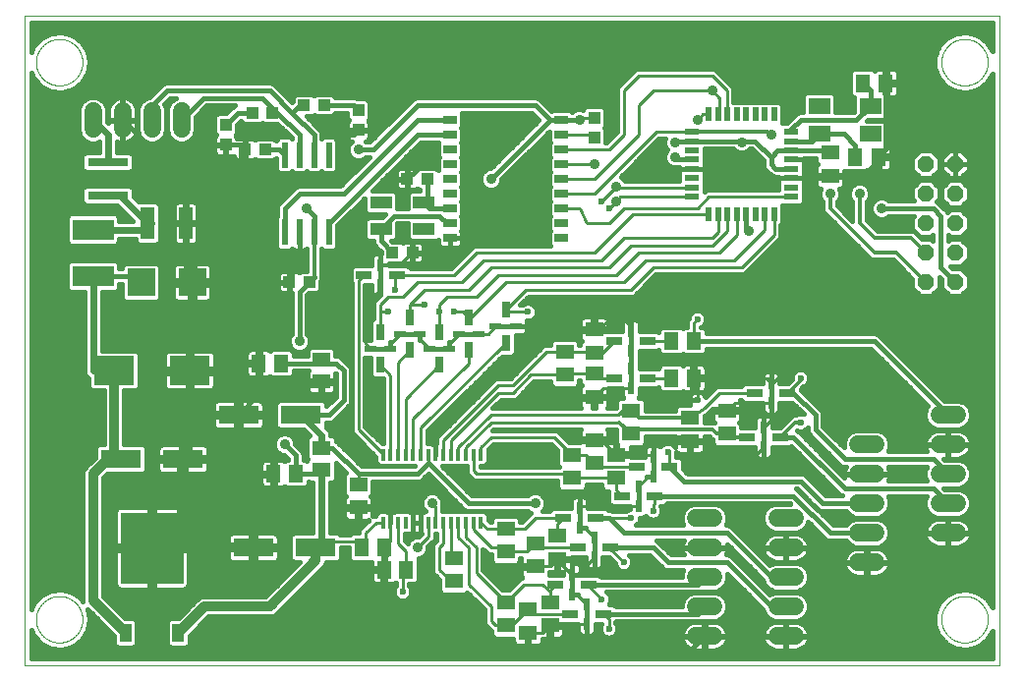
<source format=gtl>
G75*
%MOIN*%
%OFA0B0*%
%FSLAX25Y25*%
%IPPOS*%
%LPD*%
%AMOC8*
5,1,8,0,0,1.08239X$1,22.5*
%
%ADD10C,0.00004*%
%ADD11R,0.04724X0.11024*%
%ADD12R,0.05118X0.06299*%
%ADD13R,0.06299X0.05118*%
%ADD14R,0.13780X0.09843*%
%ADD15R,0.13780X0.06299*%
%ADD16R,0.05118X0.05906*%
%ADD17R,0.05906X0.05118*%
%ADD18R,0.03937X0.04331*%
%ADD19R,0.04331X0.03937*%
%ADD20R,0.05512X0.03150*%
%ADD21R,0.02362X0.04331*%
%ADD22R,0.03150X0.05512*%
%ADD23R,0.04331X0.02362*%
%ADD24R,0.09449X0.09449*%
%ADD25R,0.21260X0.24409*%
%ADD26R,0.03937X0.06299*%
%ADD27R,0.05000X0.02200*%
%ADD28R,0.02200X0.05000*%
%ADD29R,0.14173X0.07087*%
%ADD30R,0.07480X0.05512*%
%ADD31R,0.07480X0.04331*%
%ADD32R,0.13780X0.03150*%
%ADD33C,0.06000*%
%ADD34C,0.02362*%
%ADD35R,0.01200X0.03900*%
%ADD36R,0.04500X0.03000*%
%ADD37R,0.02362X0.08661*%
%ADD38OC8,0.05600*%
%ADD39C,0.01600*%
%ADD40C,0.02400*%
%ADD41C,0.03200*%
%ADD42C,0.03562*%
%ADD43C,0.01000*%
%ADD44C,0.01200*%
D10*
X0008565Y0001698D02*
X0008565Y0222171D01*
X0339274Y0222171D01*
X0339274Y0001698D01*
X0008565Y0001698D01*
X0012502Y0017446D02*
X0012504Y0017639D01*
X0012511Y0017832D01*
X0012523Y0018025D01*
X0012540Y0018218D01*
X0012561Y0018410D01*
X0012587Y0018601D01*
X0012618Y0018792D01*
X0012653Y0018982D01*
X0012693Y0019171D01*
X0012738Y0019359D01*
X0012787Y0019546D01*
X0012841Y0019732D01*
X0012899Y0019916D01*
X0012962Y0020099D01*
X0013030Y0020280D01*
X0013101Y0020459D01*
X0013178Y0020637D01*
X0013258Y0020813D01*
X0013343Y0020986D01*
X0013432Y0021158D01*
X0013525Y0021327D01*
X0013622Y0021494D01*
X0013724Y0021659D01*
X0013829Y0021821D01*
X0013938Y0021980D01*
X0014052Y0022137D01*
X0014169Y0022290D01*
X0014289Y0022441D01*
X0014414Y0022589D01*
X0014542Y0022734D01*
X0014673Y0022875D01*
X0014808Y0023014D01*
X0014947Y0023149D01*
X0015088Y0023280D01*
X0015233Y0023408D01*
X0015381Y0023533D01*
X0015532Y0023653D01*
X0015685Y0023770D01*
X0015842Y0023884D01*
X0016001Y0023993D01*
X0016163Y0024098D01*
X0016328Y0024200D01*
X0016495Y0024297D01*
X0016664Y0024390D01*
X0016836Y0024479D01*
X0017009Y0024564D01*
X0017185Y0024644D01*
X0017363Y0024721D01*
X0017542Y0024792D01*
X0017723Y0024860D01*
X0017906Y0024923D01*
X0018090Y0024981D01*
X0018276Y0025035D01*
X0018463Y0025084D01*
X0018651Y0025129D01*
X0018840Y0025169D01*
X0019030Y0025204D01*
X0019221Y0025235D01*
X0019412Y0025261D01*
X0019604Y0025282D01*
X0019797Y0025299D01*
X0019990Y0025311D01*
X0020183Y0025318D01*
X0020376Y0025320D01*
X0020569Y0025318D01*
X0020762Y0025311D01*
X0020955Y0025299D01*
X0021148Y0025282D01*
X0021340Y0025261D01*
X0021531Y0025235D01*
X0021722Y0025204D01*
X0021912Y0025169D01*
X0022101Y0025129D01*
X0022289Y0025084D01*
X0022476Y0025035D01*
X0022662Y0024981D01*
X0022846Y0024923D01*
X0023029Y0024860D01*
X0023210Y0024792D01*
X0023389Y0024721D01*
X0023567Y0024644D01*
X0023743Y0024564D01*
X0023916Y0024479D01*
X0024088Y0024390D01*
X0024257Y0024297D01*
X0024424Y0024200D01*
X0024589Y0024098D01*
X0024751Y0023993D01*
X0024910Y0023884D01*
X0025067Y0023770D01*
X0025220Y0023653D01*
X0025371Y0023533D01*
X0025519Y0023408D01*
X0025664Y0023280D01*
X0025805Y0023149D01*
X0025944Y0023014D01*
X0026079Y0022875D01*
X0026210Y0022734D01*
X0026338Y0022589D01*
X0026463Y0022441D01*
X0026583Y0022290D01*
X0026700Y0022137D01*
X0026814Y0021980D01*
X0026923Y0021821D01*
X0027028Y0021659D01*
X0027130Y0021494D01*
X0027227Y0021327D01*
X0027320Y0021158D01*
X0027409Y0020986D01*
X0027494Y0020813D01*
X0027574Y0020637D01*
X0027651Y0020459D01*
X0027722Y0020280D01*
X0027790Y0020099D01*
X0027853Y0019916D01*
X0027911Y0019732D01*
X0027965Y0019546D01*
X0028014Y0019359D01*
X0028059Y0019171D01*
X0028099Y0018982D01*
X0028134Y0018792D01*
X0028165Y0018601D01*
X0028191Y0018410D01*
X0028212Y0018218D01*
X0028229Y0018025D01*
X0028241Y0017832D01*
X0028248Y0017639D01*
X0028250Y0017446D01*
X0028248Y0017253D01*
X0028241Y0017060D01*
X0028229Y0016867D01*
X0028212Y0016674D01*
X0028191Y0016482D01*
X0028165Y0016291D01*
X0028134Y0016100D01*
X0028099Y0015910D01*
X0028059Y0015721D01*
X0028014Y0015533D01*
X0027965Y0015346D01*
X0027911Y0015160D01*
X0027853Y0014976D01*
X0027790Y0014793D01*
X0027722Y0014612D01*
X0027651Y0014433D01*
X0027574Y0014255D01*
X0027494Y0014079D01*
X0027409Y0013906D01*
X0027320Y0013734D01*
X0027227Y0013565D01*
X0027130Y0013398D01*
X0027028Y0013233D01*
X0026923Y0013071D01*
X0026814Y0012912D01*
X0026700Y0012755D01*
X0026583Y0012602D01*
X0026463Y0012451D01*
X0026338Y0012303D01*
X0026210Y0012158D01*
X0026079Y0012017D01*
X0025944Y0011878D01*
X0025805Y0011743D01*
X0025664Y0011612D01*
X0025519Y0011484D01*
X0025371Y0011359D01*
X0025220Y0011239D01*
X0025067Y0011122D01*
X0024910Y0011008D01*
X0024751Y0010899D01*
X0024589Y0010794D01*
X0024424Y0010692D01*
X0024257Y0010595D01*
X0024088Y0010502D01*
X0023916Y0010413D01*
X0023743Y0010328D01*
X0023567Y0010248D01*
X0023389Y0010171D01*
X0023210Y0010100D01*
X0023029Y0010032D01*
X0022846Y0009969D01*
X0022662Y0009911D01*
X0022476Y0009857D01*
X0022289Y0009808D01*
X0022101Y0009763D01*
X0021912Y0009723D01*
X0021722Y0009688D01*
X0021531Y0009657D01*
X0021340Y0009631D01*
X0021148Y0009610D01*
X0020955Y0009593D01*
X0020762Y0009581D01*
X0020569Y0009574D01*
X0020376Y0009572D01*
X0020183Y0009574D01*
X0019990Y0009581D01*
X0019797Y0009593D01*
X0019604Y0009610D01*
X0019412Y0009631D01*
X0019221Y0009657D01*
X0019030Y0009688D01*
X0018840Y0009723D01*
X0018651Y0009763D01*
X0018463Y0009808D01*
X0018276Y0009857D01*
X0018090Y0009911D01*
X0017906Y0009969D01*
X0017723Y0010032D01*
X0017542Y0010100D01*
X0017363Y0010171D01*
X0017185Y0010248D01*
X0017009Y0010328D01*
X0016836Y0010413D01*
X0016664Y0010502D01*
X0016495Y0010595D01*
X0016328Y0010692D01*
X0016163Y0010794D01*
X0016001Y0010899D01*
X0015842Y0011008D01*
X0015685Y0011122D01*
X0015532Y0011239D01*
X0015381Y0011359D01*
X0015233Y0011484D01*
X0015088Y0011612D01*
X0014947Y0011743D01*
X0014808Y0011878D01*
X0014673Y0012017D01*
X0014542Y0012158D01*
X0014414Y0012303D01*
X0014289Y0012451D01*
X0014169Y0012602D01*
X0014052Y0012755D01*
X0013938Y0012912D01*
X0013829Y0013071D01*
X0013724Y0013233D01*
X0013622Y0013398D01*
X0013525Y0013565D01*
X0013432Y0013734D01*
X0013343Y0013906D01*
X0013258Y0014079D01*
X0013178Y0014255D01*
X0013101Y0014433D01*
X0013030Y0014612D01*
X0012962Y0014793D01*
X0012899Y0014976D01*
X0012841Y0015160D01*
X0012787Y0015346D01*
X0012738Y0015533D01*
X0012693Y0015721D01*
X0012653Y0015910D01*
X0012618Y0016100D01*
X0012587Y0016291D01*
X0012561Y0016482D01*
X0012540Y0016674D01*
X0012523Y0016867D01*
X0012511Y0017060D01*
X0012504Y0017253D01*
X0012502Y0017446D01*
X0012502Y0206423D02*
X0012504Y0206616D01*
X0012511Y0206809D01*
X0012523Y0207002D01*
X0012540Y0207195D01*
X0012561Y0207387D01*
X0012587Y0207578D01*
X0012618Y0207769D01*
X0012653Y0207959D01*
X0012693Y0208148D01*
X0012738Y0208336D01*
X0012787Y0208523D01*
X0012841Y0208709D01*
X0012899Y0208893D01*
X0012962Y0209076D01*
X0013030Y0209257D01*
X0013101Y0209436D01*
X0013178Y0209614D01*
X0013258Y0209790D01*
X0013343Y0209963D01*
X0013432Y0210135D01*
X0013525Y0210304D01*
X0013622Y0210471D01*
X0013724Y0210636D01*
X0013829Y0210798D01*
X0013938Y0210957D01*
X0014052Y0211114D01*
X0014169Y0211267D01*
X0014289Y0211418D01*
X0014414Y0211566D01*
X0014542Y0211711D01*
X0014673Y0211852D01*
X0014808Y0211991D01*
X0014947Y0212126D01*
X0015088Y0212257D01*
X0015233Y0212385D01*
X0015381Y0212510D01*
X0015532Y0212630D01*
X0015685Y0212747D01*
X0015842Y0212861D01*
X0016001Y0212970D01*
X0016163Y0213075D01*
X0016328Y0213177D01*
X0016495Y0213274D01*
X0016664Y0213367D01*
X0016836Y0213456D01*
X0017009Y0213541D01*
X0017185Y0213621D01*
X0017363Y0213698D01*
X0017542Y0213769D01*
X0017723Y0213837D01*
X0017906Y0213900D01*
X0018090Y0213958D01*
X0018276Y0214012D01*
X0018463Y0214061D01*
X0018651Y0214106D01*
X0018840Y0214146D01*
X0019030Y0214181D01*
X0019221Y0214212D01*
X0019412Y0214238D01*
X0019604Y0214259D01*
X0019797Y0214276D01*
X0019990Y0214288D01*
X0020183Y0214295D01*
X0020376Y0214297D01*
X0020569Y0214295D01*
X0020762Y0214288D01*
X0020955Y0214276D01*
X0021148Y0214259D01*
X0021340Y0214238D01*
X0021531Y0214212D01*
X0021722Y0214181D01*
X0021912Y0214146D01*
X0022101Y0214106D01*
X0022289Y0214061D01*
X0022476Y0214012D01*
X0022662Y0213958D01*
X0022846Y0213900D01*
X0023029Y0213837D01*
X0023210Y0213769D01*
X0023389Y0213698D01*
X0023567Y0213621D01*
X0023743Y0213541D01*
X0023916Y0213456D01*
X0024088Y0213367D01*
X0024257Y0213274D01*
X0024424Y0213177D01*
X0024589Y0213075D01*
X0024751Y0212970D01*
X0024910Y0212861D01*
X0025067Y0212747D01*
X0025220Y0212630D01*
X0025371Y0212510D01*
X0025519Y0212385D01*
X0025664Y0212257D01*
X0025805Y0212126D01*
X0025944Y0211991D01*
X0026079Y0211852D01*
X0026210Y0211711D01*
X0026338Y0211566D01*
X0026463Y0211418D01*
X0026583Y0211267D01*
X0026700Y0211114D01*
X0026814Y0210957D01*
X0026923Y0210798D01*
X0027028Y0210636D01*
X0027130Y0210471D01*
X0027227Y0210304D01*
X0027320Y0210135D01*
X0027409Y0209963D01*
X0027494Y0209790D01*
X0027574Y0209614D01*
X0027651Y0209436D01*
X0027722Y0209257D01*
X0027790Y0209076D01*
X0027853Y0208893D01*
X0027911Y0208709D01*
X0027965Y0208523D01*
X0028014Y0208336D01*
X0028059Y0208148D01*
X0028099Y0207959D01*
X0028134Y0207769D01*
X0028165Y0207578D01*
X0028191Y0207387D01*
X0028212Y0207195D01*
X0028229Y0207002D01*
X0028241Y0206809D01*
X0028248Y0206616D01*
X0028250Y0206423D01*
X0028248Y0206230D01*
X0028241Y0206037D01*
X0028229Y0205844D01*
X0028212Y0205651D01*
X0028191Y0205459D01*
X0028165Y0205268D01*
X0028134Y0205077D01*
X0028099Y0204887D01*
X0028059Y0204698D01*
X0028014Y0204510D01*
X0027965Y0204323D01*
X0027911Y0204137D01*
X0027853Y0203953D01*
X0027790Y0203770D01*
X0027722Y0203589D01*
X0027651Y0203410D01*
X0027574Y0203232D01*
X0027494Y0203056D01*
X0027409Y0202883D01*
X0027320Y0202711D01*
X0027227Y0202542D01*
X0027130Y0202375D01*
X0027028Y0202210D01*
X0026923Y0202048D01*
X0026814Y0201889D01*
X0026700Y0201732D01*
X0026583Y0201579D01*
X0026463Y0201428D01*
X0026338Y0201280D01*
X0026210Y0201135D01*
X0026079Y0200994D01*
X0025944Y0200855D01*
X0025805Y0200720D01*
X0025664Y0200589D01*
X0025519Y0200461D01*
X0025371Y0200336D01*
X0025220Y0200216D01*
X0025067Y0200099D01*
X0024910Y0199985D01*
X0024751Y0199876D01*
X0024589Y0199771D01*
X0024424Y0199669D01*
X0024257Y0199572D01*
X0024088Y0199479D01*
X0023916Y0199390D01*
X0023743Y0199305D01*
X0023567Y0199225D01*
X0023389Y0199148D01*
X0023210Y0199077D01*
X0023029Y0199009D01*
X0022846Y0198946D01*
X0022662Y0198888D01*
X0022476Y0198834D01*
X0022289Y0198785D01*
X0022101Y0198740D01*
X0021912Y0198700D01*
X0021722Y0198665D01*
X0021531Y0198634D01*
X0021340Y0198608D01*
X0021148Y0198587D01*
X0020955Y0198570D01*
X0020762Y0198558D01*
X0020569Y0198551D01*
X0020376Y0198549D01*
X0020183Y0198551D01*
X0019990Y0198558D01*
X0019797Y0198570D01*
X0019604Y0198587D01*
X0019412Y0198608D01*
X0019221Y0198634D01*
X0019030Y0198665D01*
X0018840Y0198700D01*
X0018651Y0198740D01*
X0018463Y0198785D01*
X0018276Y0198834D01*
X0018090Y0198888D01*
X0017906Y0198946D01*
X0017723Y0199009D01*
X0017542Y0199077D01*
X0017363Y0199148D01*
X0017185Y0199225D01*
X0017009Y0199305D01*
X0016836Y0199390D01*
X0016664Y0199479D01*
X0016495Y0199572D01*
X0016328Y0199669D01*
X0016163Y0199771D01*
X0016001Y0199876D01*
X0015842Y0199985D01*
X0015685Y0200099D01*
X0015532Y0200216D01*
X0015381Y0200336D01*
X0015233Y0200461D01*
X0015088Y0200589D01*
X0014947Y0200720D01*
X0014808Y0200855D01*
X0014673Y0200994D01*
X0014542Y0201135D01*
X0014414Y0201280D01*
X0014289Y0201428D01*
X0014169Y0201579D01*
X0014052Y0201732D01*
X0013938Y0201889D01*
X0013829Y0202048D01*
X0013724Y0202210D01*
X0013622Y0202375D01*
X0013525Y0202542D01*
X0013432Y0202711D01*
X0013343Y0202883D01*
X0013258Y0203056D01*
X0013178Y0203232D01*
X0013101Y0203410D01*
X0013030Y0203589D01*
X0012962Y0203770D01*
X0012899Y0203953D01*
X0012841Y0204137D01*
X0012787Y0204323D01*
X0012738Y0204510D01*
X0012693Y0204698D01*
X0012653Y0204887D01*
X0012618Y0205077D01*
X0012587Y0205268D01*
X0012561Y0205459D01*
X0012540Y0205651D01*
X0012523Y0205844D01*
X0012511Y0206037D01*
X0012504Y0206230D01*
X0012502Y0206423D01*
X0319589Y0206423D02*
X0319591Y0206616D01*
X0319598Y0206809D01*
X0319610Y0207002D01*
X0319627Y0207195D01*
X0319648Y0207387D01*
X0319674Y0207578D01*
X0319705Y0207769D01*
X0319740Y0207959D01*
X0319780Y0208148D01*
X0319825Y0208336D01*
X0319874Y0208523D01*
X0319928Y0208709D01*
X0319986Y0208893D01*
X0320049Y0209076D01*
X0320117Y0209257D01*
X0320188Y0209436D01*
X0320265Y0209614D01*
X0320345Y0209790D01*
X0320430Y0209963D01*
X0320519Y0210135D01*
X0320612Y0210304D01*
X0320709Y0210471D01*
X0320811Y0210636D01*
X0320916Y0210798D01*
X0321025Y0210957D01*
X0321139Y0211114D01*
X0321256Y0211267D01*
X0321376Y0211418D01*
X0321501Y0211566D01*
X0321629Y0211711D01*
X0321760Y0211852D01*
X0321895Y0211991D01*
X0322034Y0212126D01*
X0322175Y0212257D01*
X0322320Y0212385D01*
X0322468Y0212510D01*
X0322619Y0212630D01*
X0322772Y0212747D01*
X0322929Y0212861D01*
X0323088Y0212970D01*
X0323250Y0213075D01*
X0323415Y0213177D01*
X0323582Y0213274D01*
X0323751Y0213367D01*
X0323923Y0213456D01*
X0324096Y0213541D01*
X0324272Y0213621D01*
X0324450Y0213698D01*
X0324629Y0213769D01*
X0324810Y0213837D01*
X0324993Y0213900D01*
X0325177Y0213958D01*
X0325363Y0214012D01*
X0325550Y0214061D01*
X0325738Y0214106D01*
X0325927Y0214146D01*
X0326117Y0214181D01*
X0326308Y0214212D01*
X0326499Y0214238D01*
X0326691Y0214259D01*
X0326884Y0214276D01*
X0327077Y0214288D01*
X0327270Y0214295D01*
X0327463Y0214297D01*
X0327656Y0214295D01*
X0327849Y0214288D01*
X0328042Y0214276D01*
X0328235Y0214259D01*
X0328427Y0214238D01*
X0328618Y0214212D01*
X0328809Y0214181D01*
X0328999Y0214146D01*
X0329188Y0214106D01*
X0329376Y0214061D01*
X0329563Y0214012D01*
X0329749Y0213958D01*
X0329933Y0213900D01*
X0330116Y0213837D01*
X0330297Y0213769D01*
X0330476Y0213698D01*
X0330654Y0213621D01*
X0330830Y0213541D01*
X0331003Y0213456D01*
X0331175Y0213367D01*
X0331344Y0213274D01*
X0331511Y0213177D01*
X0331676Y0213075D01*
X0331838Y0212970D01*
X0331997Y0212861D01*
X0332154Y0212747D01*
X0332307Y0212630D01*
X0332458Y0212510D01*
X0332606Y0212385D01*
X0332751Y0212257D01*
X0332892Y0212126D01*
X0333031Y0211991D01*
X0333166Y0211852D01*
X0333297Y0211711D01*
X0333425Y0211566D01*
X0333550Y0211418D01*
X0333670Y0211267D01*
X0333787Y0211114D01*
X0333901Y0210957D01*
X0334010Y0210798D01*
X0334115Y0210636D01*
X0334217Y0210471D01*
X0334314Y0210304D01*
X0334407Y0210135D01*
X0334496Y0209963D01*
X0334581Y0209790D01*
X0334661Y0209614D01*
X0334738Y0209436D01*
X0334809Y0209257D01*
X0334877Y0209076D01*
X0334940Y0208893D01*
X0334998Y0208709D01*
X0335052Y0208523D01*
X0335101Y0208336D01*
X0335146Y0208148D01*
X0335186Y0207959D01*
X0335221Y0207769D01*
X0335252Y0207578D01*
X0335278Y0207387D01*
X0335299Y0207195D01*
X0335316Y0207002D01*
X0335328Y0206809D01*
X0335335Y0206616D01*
X0335337Y0206423D01*
X0335335Y0206230D01*
X0335328Y0206037D01*
X0335316Y0205844D01*
X0335299Y0205651D01*
X0335278Y0205459D01*
X0335252Y0205268D01*
X0335221Y0205077D01*
X0335186Y0204887D01*
X0335146Y0204698D01*
X0335101Y0204510D01*
X0335052Y0204323D01*
X0334998Y0204137D01*
X0334940Y0203953D01*
X0334877Y0203770D01*
X0334809Y0203589D01*
X0334738Y0203410D01*
X0334661Y0203232D01*
X0334581Y0203056D01*
X0334496Y0202883D01*
X0334407Y0202711D01*
X0334314Y0202542D01*
X0334217Y0202375D01*
X0334115Y0202210D01*
X0334010Y0202048D01*
X0333901Y0201889D01*
X0333787Y0201732D01*
X0333670Y0201579D01*
X0333550Y0201428D01*
X0333425Y0201280D01*
X0333297Y0201135D01*
X0333166Y0200994D01*
X0333031Y0200855D01*
X0332892Y0200720D01*
X0332751Y0200589D01*
X0332606Y0200461D01*
X0332458Y0200336D01*
X0332307Y0200216D01*
X0332154Y0200099D01*
X0331997Y0199985D01*
X0331838Y0199876D01*
X0331676Y0199771D01*
X0331511Y0199669D01*
X0331344Y0199572D01*
X0331175Y0199479D01*
X0331003Y0199390D01*
X0330830Y0199305D01*
X0330654Y0199225D01*
X0330476Y0199148D01*
X0330297Y0199077D01*
X0330116Y0199009D01*
X0329933Y0198946D01*
X0329749Y0198888D01*
X0329563Y0198834D01*
X0329376Y0198785D01*
X0329188Y0198740D01*
X0328999Y0198700D01*
X0328809Y0198665D01*
X0328618Y0198634D01*
X0328427Y0198608D01*
X0328235Y0198587D01*
X0328042Y0198570D01*
X0327849Y0198558D01*
X0327656Y0198551D01*
X0327463Y0198549D01*
X0327270Y0198551D01*
X0327077Y0198558D01*
X0326884Y0198570D01*
X0326691Y0198587D01*
X0326499Y0198608D01*
X0326308Y0198634D01*
X0326117Y0198665D01*
X0325927Y0198700D01*
X0325738Y0198740D01*
X0325550Y0198785D01*
X0325363Y0198834D01*
X0325177Y0198888D01*
X0324993Y0198946D01*
X0324810Y0199009D01*
X0324629Y0199077D01*
X0324450Y0199148D01*
X0324272Y0199225D01*
X0324096Y0199305D01*
X0323923Y0199390D01*
X0323751Y0199479D01*
X0323582Y0199572D01*
X0323415Y0199669D01*
X0323250Y0199771D01*
X0323088Y0199876D01*
X0322929Y0199985D01*
X0322772Y0200099D01*
X0322619Y0200216D01*
X0322468Y0200336D01*
X0322320Y0200461D01*
X0322175Y0200589D01*
X0322034Y0200720D01*
X0321895Y0200855D01*
X0321760Y0200994D01*
X0321629Y0201135D01*
X0321501Y0201280D01*
X0321376Y0201428D01*
X0321256Y0201579D01*
X0321139Y0201732D01*
X0321025Y0201889D01*
X0320916Y0202048D01*
X0320811Y0202210D01*
X0320709Y0202375D01*
X0320612Y0202542D01*
X0320519Y0202711D01*
X0320430Y0202883D01*
X0320345Y0203056D01*
X0320265Y0203232D01*
X0320188Y0203410D01*
X0320117Y0203589D01*
X0320049Y0203770D01*
X0319986Y0203953D01*
X0319928Y0204137D01*
X0319874Y0204323D01*
X0319825Y0204510D01*
X0319780Y0204698D01*
X0319740Y0204887D01*
X0319705Y0205077D01*
X0319674Y0205268D01*
X0319648Y0205459D01*
X0319627Y0205651D01*
X0319610Y0205844D01*
X0319598Y0206037D01*
X0319591Y0206230D01*
X0319589Y0206423D01*
X0319589Y0017446D02*
X0319591Y0017639D01*
X0319598Y0017832D01*
X0319610Y0018025D01*
X0319627Y0018218D01*
X0319648Y0018410D01*
X0319674Y0018601D01*
X0319705Y0018792D01*
X0319740Y0018982D01*
X0319780Y0019171D01*
X0319825Y0019359D01*
X0319874Y0019546D01*
X0319928Y0019732D01*
X0319986Y0019916D01*
X0320049Y0020099D01*
X0320117Y0020280D01*
X0320188Y0020459D01*
X0320265Y0020637D01*
X0320345Y0020813D01*
X0320430Y0020986D01*
X0320519Y0021158D01*
X0320612Y0021327D01*
X0320709Y0021494D01*
X0320811Y0021659D01*
X0320916Y0021821D01*
X0321025Y0021980D01*
X0321139Y0022137D01*
X0321256Y0022290D01*
X0321376Y0022441D01*
X0321501Y0022589D01*
X0321629Y0022734D01*
X0321760Y0022875D01*
X0321895Y0023014D01*
X0322034Y0023149D01*
X0322175Y0023280D01*
X0322320Y0023408D01*
X0322468Y0023533D01*
X0322619Y0023653D01*
X0322772Y0023770D01*
X0322929Y0023884D01*
X0323088Y0023993D01*
X0323250Y0024098D01*
X0323415Y0024200D01*
X0323582Y0024297D01*
X0323751Y0024390D01*
X0323923Y0024479D01*
X0324096Y0024564D01*
X0324272Y0024644D01*
X0324450Y0024721D01*
X0324629Y0024792D01*
X0324810Y0024860D01*
X0324993Y0024923D01*
X0325177Y0024981D01*
X0325363Y0025035D01*
X0325550Y0025084D01*
X0325738Y0025129D01*
X0325927Y0025169D01*
X0326117Y0025204D01*
X0326308Y0025235D01*
X0326499Y0025261D01*
X0326691Y0025282D01*
X0326884Y0025299D01*
X0327077Y0025311D01*
X0327270Y0025318D01*
X0327463Y0025320D01*
X0327656Y0025318D01*
X0327849Y0025311D01*
X0328042Y0025299D01*
X0328235Y0025282D01*
X0328427Y0025261D01*
X0328618Y0025235D01*
X0328809Y0025204D01*
X0328999Y0025169D01*
X0329188Y0025129D01*
X0329376Y0025084D01*
X0329563Y0025035D01*
X0329749Y0024981D01*
X0329933Y0024923D01*
X0330116Y0024860D01*
X0330297Y0024792D01*
X0330476Y0024721D01*
X0330654Y0024644D01*
X0330830Y0024564D01*
X0331003Y0024479D01*
X0331175Y0024390D01*
X0331344Y0024297D01*
X0331511Y0024200D01*
X0331676Y0024098D01*
X0331838Y0023993D01*
X0331997Y0023884D01*
X0332154Y0023770D01*
X0332307Y0023653D01*
X0332458Y0023533D01*
X0332606Y0023408D01*
X0332751Y0023280D01*
X0332892Y0023149D01*
X0333031Y0023014D01*
X0333166Y0022875D01*
X0333297Y0022734D01*
X0333425Y0022589D01*
X0333550Y0022441D01*
X0333670Y0022290D01*
X0333787Y0022137D01*
X0333901Y0021980D01*
X0334010Y0021821D01*
X0334115Y0021659D01*
X0334217Y0021494D01*
X0334314Y0021327D01*
X0334407Y0021158D01*
X0334496Y0020986D01*
X0334581Y0020813D01*
X0334661Y0020637D01*
X0334738Y0020459D01*
X0334809Y0020280D01*
X0334877Y0020099D01*
X0334940Y0019916D01*
X0334998Y0019732D01*
X0335052Y0019546D01*
X0335101Y0019359D01*
X0335146Y0019171D01*
X0335186Y0018982D01*
X0335221Y0018792D01*
X0335252Y0018601D01*
X0335278Y0018410D01*
X0335299Y0018218D01*
X0335316Y0018025D01*
X0335328Y0017832D01*
X0335335Y0017639D01*
X0335337Y0017446D01*
X0335335Y0017253D01*
X0335328Y0017060D01*
X0335316Y0016867D01*
X0335299Y0016674D01*
X0335278Y0016482D01*
X0335252Y0016291D01*
X0335221Y0016100D01*
X0335186Y0015910D01*
X0335146Y0015721D01*
X0335101Y0015533D01*
X0335052Y0015346D01*
X0334998Y0015160D01*
X0334940Y0014976D01*
X0334877Y0014793D01*
X0334809Y0014612D01*
X0334738Y0014433D01*
X0334661Y0014255D01*
X0334581Y0014079D01*
X0334496Y0013906D01*
X0334407Y0013734D01*
X0334314Y0013565D01*
X0334217Y0013398D01*
X0334115Y0013233D01*
X0334010Y0013071D01*
X0333901Y0012912D01*
X0333787Y0012755D01*
X0333670Y0012602D01*
X0333550Y0012451D01*
X0333425Y0012303D01*
X0333297Y0012158D01*
X0333166Y0012017D01*
X0333031Y0011878D01*
X0332892Y0011743D01*
X0332751Y0011612D01*
X0332606Y0011484D01*
X0332458Y0011359D01*
X0332307Y0011239D01*
X0332154Y0011122D01*
X0331997Y0011008D01*
X0331838Y0010899D01*
X0331676Y0010794D01*
X0331511Y0010692D01*
X0331344Y0010595D01*
X0331175Y0010502D01*
X0331003Y0010413D01*
X0330830Y0010328D01*
X0330654Y0010248D01*
X0330476Y0010171D01*
X0330297Y0010100D01*
X0330116Y0010032D01*
X0329933Y0009969D01*
X0329749Y0009911D01*
X0329563Y0009857D01*
X0329376Y0009808D01*
X0329188Y0009763D01*
X0328999Y0009723D01*
X0328809Y0009688D01*
X0328618Y0009657D01*
X0328427Y0009631D01*
X0328235Y0009610D01*
X0328042Y0009593D01*
X0327849Y0009581D01*
X0327656Y0009574D01*
X0327463Y0009572D01*
X0327270Y0009574D01*
X0327077Y0009581D01*
X0326884Y0009593D01*
X0326691Y0009610D01*
X0326499Y0009631D01*
X0326308Y0009657D01*
X0326117Y0009688D01*
X0325927Y0009723D01*
X0325738Y0009763D01*
X0325550Y0009808D01*
X0325363Y0009857D01*
X0325177Y0009911D01*
X0324993Y0009969D01*
X0324810Y0010032D01*
X0324629Y0010100D01*
X0324450Y0010171D01*
X0324272Y0010248D01*
X0324096Y0010328D01*
X0323923Y0010413D01*
X0323751Y0010502D01*
X0323582Y0010595D01*
X0323415Y0010692D01*
X0323250Y0010794D01*
X0323088Y0010899D01*
X0322929Y0011008D01*
X0322772Y0011122D01*
X0322619Y0011239D01*
X0322468Y0011359D01*
X0322320Y0011484D01*
X0322175Y0011612D01*
X0322034Y0011743D01*
X0321895Y0011878D01*
X0321760Y0012017D01*
X0321629Y0012158D01*
X0321501Y0012303D01*
X0321376Y0012451D01*
X0321256Y0012602D01*
X0321139Y0012755D01*
X0321025Y0012912D01*
X0320916Y0013071D01*
X0320811Y0013233D01*
X0320709Y0013398D01*
X0320612Y0013565D01*
X0320519Y0013734D01*
X0320430Y0013906D01*
X0320345Y0014079D01*
X0320265Y0014255D01*
X0320188Y0014433D01*
X0320117Y0014612D01*
X0320049Y0014793D01*
X0319986Y0014976D01*
X0319928Y0015160D01*
X0319874Y0015346D01*
X0319825Y0015533D01*
X0319780Y0015721D01*
X0319740Y0015910D01*
X0319705Y0016100D01*
X0319674Y0016291D01*
X0319648Y0016482D01*
X0319627Y0016674D01*
X0319610Y0016867D01*
X0319598Y0017060D01*
X0319591Y0017253D01*
X0319589Y0017446D01*
D11*
X0063296Y0151800D03*
X0050304Y0151800D03*
D12*
X0122863Y0041800D03*
X0130737Y0041800D03*
X0290363Y0174300D03*
X0298237Y0174300D03*
X0300737Y0199300D03*
X0292863Y0199300D03*
D13*
X0281800Y0175737D03*
X0281800Y0167863D03*
X0201800Y0115737D03*
X0201800Y0107863D03*
X0191800Y0108237D03*
X0201800Y0100737D03*
X0191800Y0100363D03*
X0201800Y0092863D03*
X0214300Y0088237D03*
X0214300Y0080363D03*
X0209300Y0073237D03*
X0209300Y0065363D03*
X0201800Y0070363D03*
X0194300Y0073237D03*
X0201800Y0078237D03*
X0194300Y0065363D03*
X0171800Y0048237D03*
X0171800Y0040363D03*
X0181800Y0043237D03*
X0189300Y0045737D03*
X0189300Y0037863D03*
X0181800Y0035363D03*
X0186800Y0023237D03*
X0179300Y0020737D03*
X0171800Y0023237D03*
X0171800Y0015363D03*
X0179300Y0012863D03*
X0186800Y0015363D03*
X0154300Y0030363D03*
X0154300Y0038237D03*
X0121800Y0055363D03*
X0121800Y0063237D03*
X0109300Y0068060D03*
X0109300Y0075540D03*
X0234300Y0077863D03*
X0246800Y0080363D03*
X0234300Y0085737D03*
X0246800Y0088237D03*
D14*
X0064595Y0101800D03*
X0039005Y0101800D03*
D15*
X0081170Y0086800D03*
X0102430Y0086800D03*
X0062430Y0071800D03*
X0041170Y0071800D03*
X0086170Y0041800D03*
X0107430Y0041800D03*
D16*
X0130560Y0034300D03*
X0138040Y0034300D03*
X0100540Y0066800D03*
X0093060Y0066800D03*
X0095540Y0104300D03*
X0088060Y0104300D03*
X0228060Y0099300D03*
X0235540Y0099300D03*
X0235540Y0111800D03*
X0228060Y0111800D03*
D17*
X0109300Y0105540D03*
X0109300Y0098060D03*
D18*
X0076800Y0178454D03*
X0076800Y0185146D03*
X0121800Y0183454D03*
X0121800Y0190146D03*
X0201800Y0187646D03*
X0201800Y0180954D03*
D19*
X0145146Y0166800D03*
X0138454Y0166800D03*
X0140146Y0141800D03*
X0133454Y0141800D03*
X0105146Y0131800D03*
X0098454Y0131800D03*
X0090146Y0176800D03*
X0083454Y0176800D03*
X0085954Y0189300D03*
X0092646Y0189300D03*
X0103454Y0191800D03*
X0110146Y0191800D03*
D20*
X0123690Y0134300D03*
X0134910Y0134300D03*
X0208690Y0111800D03*
X0219910Y0111800D03*
X0219910Y0099300D03*
X0208690Y0099300D03*
X0253690Y0079300D03*
X0264910Y0079300D03*
X0267410Y0094300D03*
X0256190Y0094300D03*
X0227410Y0069300D03*
X0216190Y0069300D03*
X0211190Y0059300D03*
X0222410Y0059300D03*
X0202410Y0051800D03*
X0191190Y0051800D03*
X0196190Y0041800D03*
X0207410Y0041800D03*
X0199910Y0029300D03*
X0188690Y0029300D03*
X0193690Y0019300D03*
X0204910Y0019300D03*
D21*
X0199300Y0015954D03*
X0199300Y0022646D03*
X0194300Y0025954D03*
X0194300Y0032646D03*
X0201800Y0038454D03*
X0201800Y0045146D03*
X0196800Y0048454D03*
X0196800Y0055146D03*
X0216800Y0055954D03*
X0216800Y0062646D03*
X0221800Y0065954D03*
X0221800Y0072646D03*
X0214300Y0095954D03*
X0214300Y0102646D03*
X0214300Y0108454D03*
X0214300Y0115146D03*
X0261800Y0097646D03*
X0261800Y0090954D03*
X0259300Y0082646D03*
X0259300Y0075954D03*
X0129300Y0130954D03*
X0129300Y0137646D03*
D22*
X0139300Y0119910D03*
X0129300Y0114910D03*
X0139300Y0108690D03*
X0129300Y0103690D03*
X0149300Y0103690D03*
X0159300Y0108690D03*
X0149300Y0114910D03*
X0159300Y0119910D03*
X0171800Y0122410D03*
X0171800Y0111190D03*
D23*
X0168454Y0116800D03*
X0162646Y0114300D03*
X0155954Y0114300D03*
X0152646Y0109300D03*
X0145954Y0109300D03*
X0142646Y0114300D03*
X0135954Y0114300D03*
X0132646Y0109300D03*
X0125954Y0109300D03*
X0175146Y0116800D03*
D24*
X0065461Y0131800D03*
X0048139Y0131800D03*
D25*
X0051800Y0041643D03*
D26*
X0042824Y0012902D03*
X0060776Y0012902D03*
D27*
X0234900Y0160776D03*
X0234900Y0163926D03*
X0234900Y0167076D03*
X0234900Y0170225D03*
X0234900Y0173375D03*
X0234900Y0176524D03*
X0234900Y0179674D03*
X0234900Y0182824D03*
X0268700Y0182824D03*
X0268700Y0179674D03*
X0268700Y0176524D03*
X0268700Y0173375D03*
X0268700Y0170225D03*
X0268700Y0167076D03*
X0268700Y0163926D03*
X0268700Y0160776D03*
D28*
X0262824Y0154900D03*
X0259674Y0154900D03*
X0256524Y0154900D03*
X0253375Y0154900D03*
X0250225Y0154900D03*
X0247076Y0154900D03*
X0243926Y0154900D03*
X0240776Y0154900D03*
X0240776Y0188700D03*
X0243926Y0188700D03*
X0247076Y0188700D03*
X0250225Y0188700D03*
X0253375Y0188700D03*
X0256524Y0188700D03*
X0259674Y0188700D03*
X0262824Y0188700D03*
D29*
X0031800Y0149674D03*
X0031800Y0133926D03*
D30*
X0278139Y0182076D03*
X0278139Y0191524D03*
X0295461Y0191524D03*
X0295461Y0182076D03*
D31*
X0144083Y0158828D03*
X0129517Y0158828D03*
X0129517Y0149772D03*
X0144083Y0149772D03*
D32*
X0036800Y0161190D03*
X0036800Y0172410D03*
D33*
X0031800Y0183800D02*
X0031800Y0189800D01*
X0041800Y0189800D02*
X0041800Y0183800D01*
X0051800Y0183800D02*
X0051800Y0189800D01*
X0061800Y0189800D02*
X0061800Y0183800D01*
X0236300Y0051800D02*
X0242300Y0051800D01*
X0242300Y0041800D02*
X0236300Y0041800D01*
X0236300Y0031800D02*
X0242300Y0031800D01*
X0242300Y0021800D02*
X0236300Y0021800D01*
X0236300Y0011800D02*
X0242300Y0011800D01*
X0263800Y0011800D02*
X0269800Y0011800D01*
X0269800Y0021800D02*
X0263800Y0021800D01*
X0263800Y0031800D02*
X0269800Y0031800D01*
X0269800Y0041800D02*
X0263800Y0041800D01*
X0263800Y0051800D02*
X0269800Y0051800D01*
X0291300Y0046800D02*
X0297300Y0046800D01*
X0297300Y0036800D02*
X0291300Y0036800D01*
X0318800Y0046800D02*
X0324800Y0046800D01*
X0324800Y0056800D02*
X0318800Y0056800D01*
X0318800Y0066800D02*
X0324800Y0066800D01*
X0324800Y0076800D02*
X0318800Y0076800D01*
X0318800Y0086800D02*
X0324800Y0086800D01*
X0297300Y0076800D02*
X0291300Y0076800D01*
X0291300Y0066800D02*
X0297300Y0066800D01*
X0297300Y0056800D02*
X0291300Y0056800D01*
D34*
X0271800Y0084300D03*
X0271800Y0099300D03*
X0236800Y0091800D03*
X0226800Y0074300D03*
X0221800Y0054300D03*
X0214300Y0051800D03*
X0211800Y0036800D03*
X0204300Y0024300D03*
X0206800Y0014300D03*
X0136800Y0026800D03*
X0236800Y0119300D03*
X0179300Y0121800D03*
X0154300Y0121800D03*
X0149300Y0121800D03*
X0144300Y0124300D03*
X0134300Y0129300D03*
X0131800Y0121800D03*
X0204300Y0159300D03*
X0206800Y0156800D03*
D35*
X0163434Y0073287D03*
X0160875Y0073287D03*
X0158316Y0073287D03*
X0155757Y0073287D03*
X0153198Y0073287D03*
X0150639Y0073287D03*
X0148080Y0073287D03*
X0145520Y0073287D03*
X0142961Y0073287D03*
X0140402Y0073287D03*
X0137843Y0073287D03*
X0135284Y0073287D03*
X0132725Y0073287D03*
X0130166Y0073287D03*
X0130166Y0050313D03*
X0132725Y0050313D03*
X0135284Y0050313D03*
X0137843Y0050313D03*
X0140402Y0050313D03*
X0142961Y0050313D03*
X0145520Y0050313D03*
X0148080Y0050313D03*
X0150639Y0050313D03*
X0153198Y0050313D03*
X0155757Y0050313D03*
X0158316Y0050313D03*
X0160875Y0050313D03*
X0163434Y0050313D03*
D36*
X0152950Y0146800D03*
X0152950Y0151800D03*
X0152950Y0156800D03*
X0152950Y0161800D03*
X0152950Y0166800D03*
X0152950Y0171800D03*
X0152950Y0176800D03*
X0152950Y0181800D03*
X0152950Y0186800D03*
X0190650Y0186800D03*
X0190650Y0181800D03*
X0190650Y0176800D03*
X0190650Y0171800D03*
X0190650Y0166800D03*
X0190650Y0161800D03*
X0190650Y0156800D03*
X0190650Y0151800D03*
X0190650Y0146800D03*
D37*
X0111800Y0148690D03*
X0106800Y0148690D03*
X0101800Y0148690D03*
X0096800Y0148690D03*
X0096800Y0174910D03*
X0101800Y0174910D03*
X0106800Y0174910D03*
X0111800Y0174910D03*
D38*
X0314300Y0171800D03*
X0324300Y0171800D03*
X0324300Y0161800D03*
X0314300Y0161800D03*
X0314300Y0151800D03*
X0324300Y0151800D03*
X0324300Y0141800D03*
X0314300Y0141800D03*
X0314300Y0131800D03*
X0324300Y0131800D03*
D39*
X0319300Y0136800D01*
X0319300Y0154300D01*
X0316800Y0156800D01*
X0299300Y0156800D01*
X0295719Y0156856D02*
X0294200Y0156856D01*
X0294200Y0158454D02*
X0296109Y0158454D01*
X0296264Y0158829D02*
X0295719Y0157512D01*
X0295719Y0156088D01*
X0296264Y0154771D01*
X0297271Y0153764D01*
X0298588Y0153219D01*
X0300012Y0153219D01*
X0301329Y0153764D01*
X0301764Y0154200D01*
X0310195Y0154200D01*
X0309700Y0153705D01*
X0309700Y0149895D01*
X0312395Y0147200D01*
X0316205Y0147200D01*
X0316700Y0147695D01*
X0316700Y0145905D01*
X0316205Y0146400D01*
X0313094Y0146400D01*
X0311335Y0148159D01*
X0310659Y0148835D01*
X0309777Y0149200D01*
X0297794Y0149200D01*
X0294200Y0152794D01*
X0294200Y0159136D01*
X0294836Y0159771D01*
X0295381Y0161088D01*
X0295381Y0162512D01*
X0294836Y0163829D01*
X0293829Y0164836D01*
X0292512Y0165381D01*
X0291088Y0165381D01*
X0289771Y0164836D01*
X0288764Y0163829D01*
X0288219Y0162512D01*
X0288219Y0161088D01*
X0288764Y0159771D01*
X0289400Y0159136D01*
X0289400Y0152594D01*
X0284200Y0157794D01*
X0284200Y0159136D01*
X0284836Y0159771D01*
X0285381Y0161088D01*
X0285381Y0162512D01*
X0284970Y0163504D01*
X0285187Y0163504D01*
X0285644Y0163627D01*
X0286055Y0163864D01*
X0286390Y0164199D01*
X0286627Y0164609D01*
X0286750Y0165067D01*
X0286750Y0167383D01*
X0282280Y0167383D01*
X0282280Y0168343D01*
X0286750Y0168343D01*
X0286750Y0169659D01*
X0287058Y0169350D01*
X0293668Y0169350D01*
X0294300Y0169983D01*
X0294573Y0169710D01*
X0294983Y0169473D01*
X0295441Y0169350D01*
X0297757Y0169350D01*
X0297757Y0173820D01*
X0298717Y0173820D01*
X0298717Y0174780D01*
X0302596Y0174780D01*
X0302596Y0177687D01*
X0302473Y0178144D01*
X0302236Y0178555D01*
X0301901Y0178890D01*
X0301491Y0179127D01*
X0301033Y0179250D01*
X0301002Y0179250D01*
X0301002Y0185577D01*
X0299947Y0186631D01*
X0294245Y0186631D01*
X0294582Y0186969D01*
X0299947Y0186969D01*
X0301002Y0188023D01*
X0301002Y0195026D01*
X0300257Y0195770D01*
X0300257Y0198820D01*
X0301217Y0198820D01*
X0301217Y0199780D01*
X0300257Y0199780D01*
X0300257Y0204250D01*
X0297941Y0204250D01*
X0297483Y0204127D01*
X0297073Y0203890D01*
X0296800Y0203617D01*
X0296168Y0204250D01*
X0289558Y0204250D01*
X0288504Y0203195D01*
X0288504Y0195405D01*
X0289558Y0194350D01*
X0289921Y0194350D01*
X0289921Y0189661D01*
X0289660Y0189400D01*
X0283679Y0189400D01*
X0283679Y0195026D01*
X0282624Y0196080D01*
X0273653Y0196080D01*
X0272598Y0195026D01*
X0272598Y0189400D01*
X0271283Y0189400D01*
X0270327Y0189004D01*
X0267227Y0185904D01*
X0267047Y0185724D01*
X0265724Y0185724D01*
X0265724Y0191946D01*
X0264669Y0193000D01*
X0249100Y0193000D01*
X0249100Y0197753D01*
X0247753Y0199100D01*
X0242753Y0204100D01*
X0215847Y0204100D01*
X0214500Y0202753D01*
X0209500Y0197753D01*
X0209500Y0182753D01*
X0205847Y0179100D01*
X0205568Y0179100D01*
X0205568Y0183864D01*
X0205133Y0184300D01*
X0205568Y0184736D01*
X0205568Y0190557D01*
X0204514Y0191612D01*
X0199086Y0191612D01*
X0198031Y0190557D01*
X0198031Y0190166D01*
X0197512Y0190381D01*
X0196088Y0190381D01*
X0194771Y0189836D01*
X0194341Y0189405D01*
X0193646Y0190100D01*
X0187654Y0190100D01*
X0187416Y0189861D01*
X0183273Y0194004D01*
X0182317Y0194400D01*
X0141283Y0194400D01*
X0140327Y0194004D01*
X0139596Y0193273D01*
X0125723Y0179400D01*
X0124264Y0179400D01*
X0124140Y0179524D01*
X0124463Y0179611D01*
X0124874Y0179848D01*
X0125209Y0180183D01*
X0125446Y0180593D01*
X0125568Y0181051D01*
X0125568Y0183269D01*
X0121984Y0183269D01*
X0121984Y0183638D01*
X0125568Y0183638D01*
X0125568Y0185856D01*
X0125446Y0186314D01*
X0125209Y0186724D01*
X0125133Y0186800D01*
X0125568Y0187236D01*
X0125568Y0193057D01*
X0124514Y0194112D01*
X0121359Y0194112D01*
X0120664Y0194400D01*
X0114112Y0194400D01*
X0114112Y0194514D01*
X0113057Y0195568D01*
X0107236Y0195568D01*
X0106800Y0195133D01*
X0106364Y0195568D01*
X0100543Y0195568D01*
X0099488Y0194514D01*
X0099488Y0193165D01*
X0099300Y0192977D01*
X0094004Y0198273D01*
X0093273Y0199004D01*
X0092317Y0199400D01*
X0056283Y0199400D01*
X0055327Y0199004D01*
X0050923Y0194600D01*
X0050845Y0194600D01*
X0049081Y0193869D01*
X0047731Y0192519D01*
X0047000Y0190755D01*
X0047000Y0182845D01*
X0047731Y0181081D01*
X0049081Y0179731D01*
X0050845Y0179000D01*
X0052755Y0179000D01*
X0054519Y0179731D01*
X0055869Y0181081D01*
X0056600Y0182845D01*
X0056600Y0190755D01*
X0055965Y0192288D01*
X0057877Y0194200D01*
X0059880Y0194200D01*
X0059081Y0193869D01*
X0057731Y0192519D01*
X0057000Y0190755D01*
X0057000Y0182845D01*
X0057731Y0181081D01*
X0059081Y0179731D01*
X0060845Y0179000D01*
X0062755Y0179000D01*
X0064519Y0179731D01*
X0065869Y0181081D01*
X0066600Y0182845D01*
X0066600Y0187923D01*
X0070377Y0191700D01*
X0079954Y0191700D01*
X0079481Y0191504D01*
X0078749Y0190773D01*
X0077088Y0189112D01*
X0074086Y0189112D01*
X0073031Y0188057D01*
X0073031Y0182236D01*
X0073467Y0181800D01*
X0073391Y0181724D01*
X0073154Y0181314D01*
X0073031Y0180856D01*
X0073031Y0178638D01*
X0076616Y0178638D01*
X0076616Y0178269D01*
X0076984Y0178269D01*
X0076984Y0174488D01*
X0079005Y0174488D01*
X0079463Y0174611D01*
X0079488Y0174625D01*
X0079488Y0174595D01*
X0079611Y0174137D01*
X0079848Y0173726D01*
X0080183Y0173391D01*
X0080593Y0173154D01*
X0081051Y0173031D01*
X0083269Y0173031D01*
X0083269Y0176616D01*
X0083638Y0176616D01*
X0083638Y0173031D01*
X0085856Y0173031D01*
X0086314Y0173154D01*
X0086724Y0173391D01*
X0086800Y0173467D01*
X0087236Y0173031D01*
X0093057Y0173031D01*
X0093819Y0173793D01*
X0093819Y0169834D01*
X0094873Y0168780D01*
X0098727Y0168780D01*
X0099300Y0169353D01*
X0099873Y0168780D01*
X0103727Y0168780D01*
X0104300Y0169353D01*
X0104873Y0168780D01*
X0108727Y0168780D01*
X0109300Y0169353D01*
X0109873Y0168780D01*
X0113727Y0168780D01*
X0114781Y0169834D01*
X0114781Y0179987D01*
X0113727Y0181041D01*
X0109873Y0181041D01*
X0109400Y0180568D01*
X0109400Y0182317D01*
X0109004Y0183273D01*
X0104245Y0188031D01*
X0106364Y0188031D01*
X0106800Y0188467D01*
X0107236Y0188031D01*
X0113057Y0188031D01*
X0114112Y0189086D01*
X0114112Y0189200D01*
X0118031Y0189200D01*
X0118031Y0187236D01*
X0118467Y0186800D01*
X0118391Y0186724D01*
X0118154Y0186314D01*
X0118031Y0185856D01*
X0118031Y0183638D01*
X0121616Y0183638D01*
X0121616Y0183269D01*
X0118031Y0183269D01*
X0118031Y0181051D01*
X0118154Y0180593D01*
X0118391Y0180183D01*
X0118726Y0179848D01*
X0119137Y0179611D01*
X0119460Y0179524D01*
X0118764Y0178829D01*
X0118219Y0177512D01*
X0118219Y0176088D01*
X0118764Y0174771D01*
X0119771Y0173764D01*
X0121088Y0173219D01*
X0122512Y0173219D01*
X0123829Y0173764D01*
X0124264Y0174200D01*
X0125523Y0174200D01*
X0115723Y0164400D01*
X0101283Y0164400D01*
X0100327Y0164004D01*
X0095327Y0159004D01*
X0094596Y0158273D01*
X0094200Y0157317D01*
X0094200Y0154147D01*
X0093819Y0153766D01*
X0093819Y0143613D01*
X0094873Y0142559D01*
X0098727Y0142559D01*
X0099300Y0143132D01*
X0099514Y0142919D01*
X0099924Y0142682D01*
X0100382Y0142559D01*
X0101800Y0142559D01*
X0103218Y0142559D01*
X0103676Y0142682D01*
X0104086Y0142919D01*
X0104300Y0143132D01*
X0104400Y0143032D01*
X0104400Y0135568D01*
X0102236Y0135568D01*
X0101800Y0135133D01*
X0101724Y0135209D01*
X0101314Y0135446D01*
X0100856Y0135568D01*
X0098638Y0135568D01*
X0098638Y0131984D01*
X0098269Y0131984D01*
X0098269Y0131616D01*
X0094488Y0131616D01*
X0094488Y0129595D01*
X0094611Y0129137D01*
X0094848Y0128726D01*
X0095183Y0128391D01*
X0095593Y0128154D01*
X0096051Y0128031D01*
X0098269Y0128031D01*
X0098269Y0131616D01*
X0098638Y0131616D01*
X0098638Y0128031D01*
X0099200Y0128031D01*
X0099200Y0114264D01*
X0098764Y0113829D01*
X0098219Y0112512D01*
X0098219Y0111088D01*
X0098764Y0109771D01*
X0099771Y0108764D01*
X0101088Y0108219D01*
X0102512Y0108219D01*
X0103829Y0108764D01*
X0104836Y0109771D01*
X0105381Y0111088D01*
X0105381Y0112512D01*
X0104836Y0113829D01*
X0104400Y0114264D01*
X0104400Y0127377D01*
X0105055Y0128031D01*
X0108057Y0128031D01*
X0109112Y0129086D01*
X0109112Y0132241D01*
X0109400Y0132936D01*
X0109400Y0133971D01*
X0109200Y0134454D01*
X0109200Y0143032D01*
X0109300Y0143132D01*
X0109873Y0142559D01*
X0113727Y0142559D01*
X0114781Y0143613D01*
X0114781Y0151104D01*
X0123976Y0160299D01*
X0123976Y0155917D01*
X0125031Y0154862D01*
X0130929Y0154862D01*
X0129805Y0153738D01*
X0125031Y0153738D01*
X0123976Y0152683D01*
X0123976Y0146861D01*
X0125031Y0145807D01*
X0126917Y0145807D01*
X0126917Y0145220D01*
X0127312Y0144264D01*
X0128044Y0143533D01*
X0129488Y0142088D01*
X0129488Y0141612D01*
X0129300Y0141612D01*
X0129300Y0137647D01*
X0129300Y0141612D01*
X0127882Y0141612D01*
X0127424Y0141489D01*
X0127014Y0141252D01*
X0126679Y0140917D01*
X0126442Y0140507D01*
X0126319Y0140049D01*
X0126319Y0137675D01*
X0120188Y0137675D01*
X0119134Y0136620D01*
X0119134Y0131980D01*
X0119500Y0131613D01*
X0119500Y0080847D01*
X0127766Y0072581D01*
X0127766Y0070592D01*
X0128821Y0069537D01*
X0140860Y0069537D01*
X0140723Y0069400D01*
X0122877Y0069400D01*
X0114533Y0077744D01*
X0114250Y0077862D01*
X0114250Y0078845D01*
X0113195Y0079899D01*
X0112300Y0079899D01*
X0112300Y0080527D01*
X0111843Y0081629D01*
X0110844Y0082629D01*
X0111120Y0082905D01*
X0111120Y0084200D01*
X0112317Y0084200D01*
X0113273Y0084596D01*
X0114004Y0085327D01*
X0114004Y0085327D01*
X0118273Y0089596D01*
X0119004Y0090327D01*
X0119400Y0091283D01*
X0119400Y0102317D01*
X0119004Y0103273D01*
X0118273Y0104004D01*
X0115773Y0106504D01*
X0114817Y0106900D01*
X0114053Y0106900D01*
X0114053Y0108845D01*
X0112998Y0109899D01*
X0105602Y0109899D01*
X0104547Y0108845D01*
X0104547Y0106900D01*
X0099899Y0106900D01*
X0099899Y0107998D01*
X0098845Y0109053D01*
X0092236Y0109053D01*
X0091800Y0108617D01*
X0091724Y0108693D01*
X0091314Y0108930D01*
X0090856Y0109053D01*
X0088539Y0109053D01*
X0088539Y0104780D01*
X0087580Y0104780D01*
X0087580Y0109053D01*
X0085264Y0109053D01*
X0084806Y0108930D01*
X0084396Y0108693D01*
X0084060Y0108358D01*
X0083823Y0107948D01*
X0083701Y0107490D01*
X0083701Y0104780D01*
X0087580Y0104780D01*
X0087580Y0103820D01*
X0088539Y0103820D01*
X0088539Y0099547D01*
X0090856Y0099547D01*
X0091314Y0099670D01*
X0091724Y0099907D01*
X0091800Y0099983D01*
X0092236Y0099547D01*
X0098845Y0099547D01*
X0099899Y0100602D01*
X0099899Y0101700D01*
X0104893Y0101700D01*
X0104670Y0101314D01*
X0104547Y0100856D01*
X0104547Y0098539D01*
X0108820Y0098539D01*
X0108820Y0097580D01*
X0104547Y0097580D01*
X0104547Y0095264D01*
X0104670Y0094806D01*
X0104907Y0094396D01*
X0105242Y0094060D01*
X0105652Y0093823D01*
X0106110Y0093701D01*
X0108820Y0093701D01*
X0108820Y0097580D01*
X0109780Y0097580D01*
X0109780Y0098539D01*
X0114053Y0098539D01*
X0114053Y0100856D01*
X0114047Y0100876D01*
X0114200Y0100723D01*
X0114200Y0092877D01*
X0111120Y0089797D01*
X0111120Y0090695D01*
X0110065Y0091750D01*
X0094795Y0091750D01*
X0093740Y0090695D01*
X0093740Y0082905D01*
X0094795Y0081850D01*
X0103137Y0081850D01*
X0105246Y0079741D01*
X0104350Y0078845D01*
X0104350Y0072236D01*
X0104786Y0071800D01*
X0104350Y0071364D01*
X0104350Y0071047D01*
X0103845Y0071553D01*
X0103140Y0071553D01*
X0103140Y0073577D01*
X0102744Y0074533D01*
X0102013Y0075264D01*
X0100381Y0076896D01*
X0100381Y0077512D01*
X0099836Y0078829D01*
X0098829Y0079836D01*
X0097512Y0080381D01*
X0096088Y0080381D01*
X0094771Y0079836D01*
X0093764Y0078829D01*
X0093219Y0077512D01*
X0093219Y0076088D01*
X0093764Y0074771D01*
X0094771Y0073764D01*
X0096088Y0073219D01*
X0096704Y0073219D01*
X0097940Y0071983D01*
X0097940Y0071553D01*
X0097236Y0071553D01*
X0096800Y0071117D01*
X0096724Y0071193D01*
X0096314Y0071430D01*
X0095856Y0071553D01*
X0093539Y0071553D01*
X0093539Y0067280D01*
X0092580Y0067280D01*
X0092580Y0071553D01*
X0090264Y0071553D01*
X0089806Y0071430D01*
X0089396Y0071193D01*
X0089060Y0070858D01*
X0088823Y0070448D01*
X0088701Y0069990D01*
X0088701Y0067280D01*
X0092580Y0067280D01*
X0092580Y0066320D01*
X0093539Y0066320D01*
X0093539Y0062047D01*
X0095856Y0062047D01*
X0096314Y0062170D01*
X0096724Y0062407D01*
X0096800Y0062483D01*
X0097236Y0062047D01*
X0103845Y0062047D01*
X0104899Y0063102D01*
X0104899Y0064200D01*
X0104906Y0064200D01*
X0105405Y0063701D01*
X0106300Y0063701D01*
X0106300Y0046750D01*
X0099795Y0046750D01*
X0098740Y0045695D01*
X0098740Y0037905D01*
X0099795Y0036850D01*
X0102042Y0036850D01*
X0090392Y0025200D01*
X0068998Y0025200D01*
X0067748Y0024682D01*
X0066792Y0023726D01*
X0060918Y0017852D01*
X0058062Y0017852D01*
X0057008Y0016798D01*
X0057008Y0009007D01*
X0058062Y0007953D01*
X0063490Y0007953D01*
X0064545Y0009007D01*
X0064545Y0011863D01*
X0071082Y0018400D01*
X0092476Y0018400D01*
X0093726Y0018918D01*
X0109356Y0034548D01*
X0110312Y0035504D01*
X0110830Y0036754D01*
X0110830Y0036850D01*
X0115065Y0036850D01*
X0116120Y0037905D01*
X0116120Y0041702D01*
X0118504Y0041702D01*
X0118504Y0037905D01*
X0119558Y0036850D01*
X0126168Y0036850D01*
X0126201Y0036884D01*
X0126201Y0034780D01*
X0130080Y0034780D01*
X0130080Y0036850D01*
X0130257Y0036850D01*
X0130257Y0041320D01*
X0131217Y0041320D01*
X0131217Y0039053D01*
X0131039Y0039053D01*
X0131039Y0034780D01*
X0130080Y0034780D01*
X0130080Y0033820D01*
X0131039Y0033820D01*
X0131039Y0029547D01*
X0133356Y0029547D01*
X0133814Y0029670D01*
X0134224Y0029907D01*
X0134300Y0029983D01*
X0134500Y0029783D01*
X0134500Y0028716D01*
X0134273Y0028489D01*
X0133819Y0027393D01*
X0133819Y0026207D01*
X0134273Y0025111D01*
X0135111Y0024273D01*
X0136207Y0023819D01*
X0137393Y0023819D01*
X0138489Y0024273D01*
X0139327Y0025111D01*
X0139781Y0026207D01*
X0139781Y0027393D01*
X0139327Y0028489D01*
X0139100Y0028716D01*
X0139100Y0029547D01*
X0141345Y0029547D01*
X0142399Y0030602D01*
X0142399Y0037998D01*
X0142179Y0038219D01*
X0142512Y0038219D01*
X0143829Y0038764D01*
X0144836Y0039771D01*
X0145381Y0041088D01*
X0145381Y0042128D01*
X0147820Y0044568D01*
X0147820Y0046563D01*
X0148339Y0046563D01*
X0148339Y0044091D01*
X0147000Y0042753D01*
X0147000Y0033347D01*
X0149350Y0030997D01*
X0149350Y0027058D01*
X0150405Y0026004D01*
X0158195Y0026004D01*
X0158769Y0026578D01*
X0164500Y0020847D01*
X0164500Y0015847D01*
X0165937Y0014410D01*
X0166850Y0013497D01*
X0166850Y0012058D01*
X0167905Y0011004D01*
X0174350Y0011004D01*
X0174350Y0010067D01*
X0174473Y0009609D01*
X0174710Y0009199D01*
X0175045Y0008864D01*
X0175456Y0008627D01*
X0175913Y0008504D01*
X0178820Y0008504D01*
X0178820Y0012383D01*
X0179780Y0012383D01*
X0179780Y0008504D01*
X0182687Y0008504D01*
X0183144Y0008627D01*
X0183555Y0008864D01*
X0183890Y0009199D01*
X0184127Y0009609D01*
X0184250Y0010067D01*
X0184250Y0011004D01*
X0186320Y0011004D01*
X0186320Y0014883D01*
X0187280Y0014883D01*
X0187280Y0015843D01*
X0191750Y0015843D01*
X0191750Y0015925D01*
X0196319Y0015925D01*
X0196319Y0013551D01*
X0196442Y0013093D01*
X0196679Y0012683D01*
X0197014Y0012348D01*
X0197424Y0012111D01*
X0197882Y0011988D01*
X0199300Y0011988D01*
X0200718Y0011988D01*
X0201176Y0012111D01*
X0201586Y0012348D01*
X0201921Y0012683D01*
X0202158Y0013093D01*
X0202281Y0013551D01*
X0202281Y0015925D01*
X0204246Y0015925D01*
X0203819Y0014893D01*
X0203819Y0013707D01*
X0204273Y0012611D01*
X0205111Y0011773D01*
X0206207Y0011319D01*
X0207393Y0011319D01*
X0208489Y0011773D01*
X0209327Y0012611D01*
X0209781Y0013707D01*
X0209781Y0014893D01*
X0209327Y0015989D01*
X0209100Y0016216D01*
X0209100Y0016613D01*
X0209187Y0016700D01*
X0237317Y0016700D01*
X0238041Y0017000D01*
X0243255Y0017000D01*
X0245019Y0017731D01*
X0246369Y0019081D01*
X0247100Y0020845D01*
X0247100Y0022755D01*
X0246369Y0024519D01*
X0245019Y0025869D01*
X0243255Y0026600D01*
X0235345Y0026600D01*
X0233581Y0025869D01*
X0232231Y0024519D01*
X0231500Y0022755D01*
X0231500Y0021900D01*
X0209187Y0021900D01*
X0208412Y0022675D01*
X0206854Y0022675D01*
X0207281Y0023707D01*
X0207281Y0024893D01*
X0206827Y0025989D01*
X0206116Y0026700D01*
X0237317Y0026700D01*
X0238041Y0027000D01*
X0243255Y0027000D01*
X0245019Y0027731D01*
X0246369Y0029081D01*
X0247100Y0030845D01*
X0247100Y0032755D01*
X0247052Y0032871D01*
X0259000Y0020923D01*
X0259000Y0020845D01*
X0259731Y0019081D01*
X0261081Y0017731D01*
X0262845Y0017000D01*
X0270755Y0017000D01*
X0272519Y0017731D01*
X0273869Y0019081D01*
X0274600Y0020845D01*
X0274600Y0022755D01*
X0273869Y0024519D01*
X0272519Y0025869D01*
X0270755Y0026600D01*
X0262845Y0026600D01*
X0261312Y0025965D01*
X0249004Y0038273D01*
X0248273Y0039004D01*
X0247317Y0039400D01*
X0246464Y0039400D01*
X0246748Y0039957D01*
X0246982Y0040676D01*
X0247100Y0041422D01*
X0247100Y0041600D01*
X0239500Y0041600D01*
X0239500Y0042000D01*
X0247100Y0042000D01*
X0247100Y0042178D01*
X0246982Y0042924D01*
X0246973Y0042950D01*
X0259000Y0030923D01*
X0259000Y0030845D01*
X0259731Y0029081D01*
X0261081Y0027731D01*
X0262845Y0027000D01*
X0270755Y0027000D01*
X0272519Y0027731D01*
X0273869Y0029081D01*
X0274600Y0030845D01*
X0274600Y0032755D01*
X0273869Y0034519D01*
X0272519Y0035869D01*
X0270755Y0036600D01*
X0262845Y0036600D01*
X0261312Y0035965D01*
X0248273Y0049004D01*
X0247317Y0049400D01*
X0246501Y0049400D01*
X0247100Y0050845D01*
X0247100Y0052755D01*
X0246369Y0054519D01*
X0245019Y0055869D01*
X0243255Y0056600D01*
X0235345Y0056600D01*
X0233581Y0055869D01*
X0232231Y0054519D01*
X0231500Y0052755D01*
X0231500Y0050845D01*
X0232099Y0049400D01*
X0216116Y0049400D01*
X0216827Y0050111D01*
X0217281Y0051207D01*
X0217281Y0051988D01*
X0218218Y0051988D01*
X0218676Y0052111D01*
X0219086Y0052348D01*
X0219311Y0052573D01*
X0220111Y0051773D01*
X0221207Y0051319D01*
X0222393Y0051319D01*
X0223489Y0051773D01*
X0224327Y0052611D01*
X0224781Y0053707D01*
X0224781Y0054893D01*
X0224354Y0055925D01*
X0225912Y0055925D01*
X0226687Y0056700D01*
X0268223Y0056700D01*
X0268323Y0056600D01*
X0262845Y0056600D01*
X0261081Y0055869D01*
X0259731Y0054519D01*
X0259000Y0052755D01*
X0259000Y0050845D01*
X0259731Y0049081D01*
X0261081Y0047731D01*
X0262845Y0047000D01*
X0270755Y0047000D01*
X0272519Y0047731D01*
X0273869Y0049081D01*
X0274447Y0050476D01*
X0279596Y0045327D01*
X0280327Y0044596D01*
X0281283Y0044200D01*
X0287181Y0044200D01*
X0287231Y0044081D01*
X0288581Y0042731D01*
X0290345Y0042000D01*
X0298255Y0042000D01*
X0300019Y0042731D01*
X0301369Y0044081D01*
X0302100Y0045845D01*
X0302100Y0047755D01*
X0301369Y0049519D01*
X0300019Y0050869D01*
X0298255Y0051600D01*
X0290345Y0051600D01*
X0288581Y0050869D01*
X0287231Y0049519D01*
X0287181Y0049400D01*
X0282877Y0049400D01*
X0270773Y0061504D01*
X0270300Y0061700D01*
X0270723Y0061700D01*
X0277096Y0055327D01*
X0277827Y0054596D01*
X0278783Y0054200D01*
X0287181Y0054200D01*
X0287231Y0054081D01*
X0288581Y0052731D01*
X0290345Y0052000D01*
X0298255Y0052000D01*
X0300019Y0052731D01*
X0301369Y0054081D01*
X0302100Y0055845D01*
X0302100Y0057755D01*
X0301501Y0059200D01*
X0314599Y0059200D01*
X0314000Y0057755D01*
X0314000Y0055845D01*
X0314731Y0054081D01*
X0316081Y0052731D01*
X0317845Y0052000D01*
X0325755Y0052000D01*
X0327519Y0052731D01*
X0328869Y0054081D01*
X0329600Y0055845D01*
X0329600Y0057755D01*
X0328869Y0059519D01*
X0327519Y0060869D01*
X0325755Y0061600D01*
X0320677Y0061600D01*
X0320277Y0062000D01*
X0325755Y0062000D01*
X0327519Y0062731D01*
X0328869Y0064081D01*
X0329600Y0065845D01*
X0329600Y0067755D01*
X0328869Y0069519D01*
X0327519Y0070869D01*
X0325755Y0071600D01*
X0320677Y0071600D01*
X0320277Y0072000D01*
X0321600Y0072000D01*
X0321600Y0076600D01*
X0314000Y0076600D01*
X0314000Y0076422D01*
X0314118Y0075676D01*
X0314352Y0074957D01*
X0314636Y0074400D01*
X0301501Y0074400D01*
X0302100Y0075845D01*
X0302100Y0077755D01*
X0301369Y0079519D01*
X0300019Y0080869D01*
X0298255Y0081600D01*
X0290345Y0081600D01*
X0288581Y0080869D01*
X0287231Y0079519D01*
X0286500Y0077755D01*
X0286500Y0075845D01*
X0286548Y0075729D01*
X0279400Y0082877D01*
X0279400Y0087317D01*
X0279004Y0088273D01*
X0271966Y0095311D01*
X0271966Y0095603D01*
X0272753Y0096390D01*
X0272886Y0096523D01*
X0273489Y0096773D01*
X0274327Y0097611D01*
X0274781Y0098707D01*
X0274781Y0099893D01*
X0274327Y0100989D01*
X0273489Y0101827D01*
X0272393Y0102281D01*
X0271207Y0102281D01*
X0270111Y0101827D01*
X0269273Y0100989D01*
X0268819Y0099893D01*
X0268819Y0098961D01*
X0267532Y0097675D01*
X0264781Y0097675D01*
X0264781Y0100049D01*
X0264658Y0100507D01*
X0264421Y0100917D01*
X0264086Y0101252D01*
X0263676Y0101489D01*
X0263218Y0101612D01*
X0261800Y0101612D01*
X0261800Y0097647D01*
X0261800Y0101612D01*
X0260382Y0101612D01*
X0259924Y0101489D01*
X0259514Y0101252D01*
X0259179Y0100917D01*
X0258942Y0100507D01*
X0258819Y0100049D01*
X0258819Y0097675D01*
X0252688Y0097675D01*
X0251634Y0096620D01*
X0251634Y0096600D01*
X0243347Y0096600D01*
X0239593Y0092846D01*
X0239442Y0093212D01*
X0239116Y0093700D01*
X0238700Y0094116D01*
X0238212Y0094442D01*
X0237958Y0094547D01*
X0238336Y0094547D01*
X0238794Y0094670D01*
X0239204Y0094907D01*
X0239540Y0095242D01*
X0239777Y0095652D01*
X0239899Y0096110D01*
X0239899Y0098820D01*
X0236020Y0098820D01*
X0236020Y0094684D01*
X0235930Y0094667D01*
X0235388Y0094442D01*
X0234900Y0094116D01*
X0234484Y0093700D01*
X0234158Y0093212D01*
X0233933Y0092670D01*
X0233819Y0092094D01*
X0233819Y0091800D01*
X0236800Y0091800D01*
X0236800Y0091800D01*
X0233819Y0091800D01*
X0233819Y0091506D01*
X0233933Y0090930D01*
X0234158Y0090388D01*
X0234353Y0090096D01*
X0230405Y0090096D01*
X0229350Y0089042D01*
X0229350Y0088137D01*
X0219250Y0088137D01*
X0219250Y0091542D01*
X0218195Y0092596D01*
X0216835Y0092596D01*
X0216921Y0092683D01*
X0217158Y0093093D01*
X0217281Y0093551D01*
X0217281Y0095925D01*
X0223412Y0095925D01*
X0223701Y0096214D01*
X0223701Y0095602D01*
X0224755Y0094547D01*
X0231364Y0094547D01*
X0231800Y0094983D01*
X0231876Y0094907D01*
X0232286Y0094670D01*
X0232744Y0094547D01*
X0235061Y0094547D01*
X0235061Y0098820D01*
X0236020Y0098820D01*
X0236020Y0099780D01*
X0235061Y0099780D01*
X0235061Y0104053D01*
X0232744Y0104053D01*
X0232286Y0103930D01*
X0231876Y0103693D01*
X0231800Y0103617D01*
X0231364Y0104053D01*
X0224755Y0104053D01*
X0223701Y0102998D01*
X0223701Y0102386D01*
X0223412Y0102675D01*
X0217281Y0102675D01*
X0217281Y0105049D01*
X0217158Y0105507D01*
X0217133Y0105550D01*
X0217158Y0105593D01*
X0217281Y0106051D01*
X0217281Y0108425D01*
X0223412Y0108425D01*
X0223701Y0108714D01*
X0223701Y0108102D01*
X0224755Y0107047D01*
X0231364Y0107047D01*
X0231800Y0107483D01*
X0232236Y0107047D01*
X0238845Y0107047D01*
X0239899Y0108102D01*
X0239899Y0109200D01*
X0295723Y0109200D01*
X0315067Y0089856D01*
X0314731Y0089519D01*
X0314000Y0087755D01*
X0314000Y0085845D01*
X0314731Y0084081D01*
X0316081Y0082731D01*
X0317845Y0082000D01*
X0325755Y0082000D01*
X0327519Y0082731D01*
X0328869Y0084081D01*
X0329600Y0085845D01*
X0329600Y0087755D01*
X0328869Y0089519D01*
X0327519Y0090869D01*
X0325755Y0091600D01*
X0320677Y0091600D01*
X0299004Y0113273D01*
X0298273Y0114004D01*
X0297317Y0114400D01*
X0239899Y0114400D01*
X0239899Y0115498D01*
X0238845Y0116553D01*
X0237958Y0116553D01*
X0238489Y0116773D01*
X0239327Y0117611D01*
X0239781Y0118707D01*
X0239781Y0119893D01*
X0239327Y0120989D01*
X0238489Y0121827D01*
X0237393Y0122281D01*
X0236207Y0122281D01*
X0235111Y0121827D01*
X0234273Y0120989D01*
X0233819Y0119893D01*
X0233819Y0119572D01*
X0233240Y0118993D01*
X0233240Y0116553D01*
X0232236Y0116553D01*
X0231800Y0116117D01*
X0231364Y0116553D01*
X0224755Y0116553D01*
X0223701Y0115498D01*
X0223701Y0114886D01*
X0223412Y0115175D01*
X0217281Y0115175D01*
X0217281Y0117549D01*
X0217158Y0118007D01*
X0216921Y0118417D01*
X0216586Y0118752D01*
X0216176Y0118989D01*
X0215718Y0119112D01*
X0214300Y0119112D01*
X0214300Y0115147D01*
X0214300Y0119112D01*
X0212882Y0119112D01*
X0212424Y0118989D01*
X0212014Y0118752D01*
X0211679Y0118417D01*
X0211442Y0118007D01*
X0211319Y0117549D01*
X0211319Y0115175D01*
X0206750Y0115175D01*
X0206750Y0115257D01*
X0202280Y0115257D01*
X0202280Y0116217D01*
X0201320Y0116217D01*
X0201320Y0120096D01*
X0198413Y0120096D01*
X0197956Y0119973D01*
X0197545Y0119736D01*
X0197210Y0119401D01*
X0196973Y0118991D01*
X0196850Y0118533D01*
X0196850Y0116217D01*
X0201320Y0116217D01*
X0201320Y0115257D01*
X0196850Y0115257D01*
X0196850Y0112941D01*
X0196973Y0112483D01*
X0197210Y0112073D01*
X0197483Y0111800D01*
X0196850Y0111168D01*
X0196850Y0110537D01*
X0196750Y0110537D01*
X0196750Y0111542D01*
X0195695Y0112596D01*
X0187905Y0112596D01*
X0186850Y0111542D01*
X0186850Y0110537D01*
X0184784Y0110537D01*
X0183437Y0109190D01*
X0173347Y0099100D01*
X0168347Y0099100D01*
X0167000Y0097753D01*
X0148339Y0079091D01*
X0148339Y0077037D01*
X0148080Y0077037D01*
X0148080Y0073288D01*
X0148079Y0073288D01*
X0148079Y0077037D01*
X0147243Y0077037D01*
X0146946Y0076958D01*
X0146866Y0077037D01*
X0145261Y0077037D01*
X0145261Y0081398D01*
X0170497Y0106634D01*
X0174120Y0106634D01*
X0175175Y0107688D01*
X0175175Y0113819D01*
X0177549Y0113819D01*
X0178007Y0113942D01*
X0178417Y0114179D01*
X0178752Y0114514D01*
X0178989Y0114924D01*
X0179112Y0115382D01*
X0179112Y0116800D01*
X0179112Y0118218D01*
X0178989Y0118676D01*
X0178907Y0118819D01*
X0179893Y0118819D01*
X0180989Y0119273D01*
X0181827Y0120111D01*
X0182281Y0121207D01*
X0182281Y0122393D01*
X0181827Y0123489D01*
X0180989Y0124327D01*
X0179893Y0124781D01*
X0178707Y0124781D01*
X0177611Y0124327D01*
X0177384Y0124100D01*
X0176742Y0124100D01*
X0179642Y0127000D01*
X0215253Y0127000D01*
X0222753Y0134500D01*
X0252753Y0134500D01*
X0263776Y0145524D01*
X0265124Y0146871D01*
X0265124Y0151054D01*
X0265724Y0151654D01*
X0265724Y0157876D01*
X0271946Y0157876D01*
X0273000Y0158931D01*
X0273000Y0167076D01*
X0273000Y0173375D01*
X0273000Y0173924D01*
X0276850Y0173924D01*
X0276850Y0172432D01*
X0277483Y0171800D01*
X0277210Y0171527D01*
X0276973Y0171117D01*
X0276850Y0170659D01*
X0276850Y0168343D01*
X0281320Y0168343D01*
X0281320Y0167383D01*
X0276850Y0167383D01*
X0276850Y0165067D01*
X0276973Y0164609D01*
X0277210Y0164199D01*
X0277545Y0163864D01*
X0277956Y0163627D01*
X0278413Y0163504D01*
X0278630Y0163504D01*
X0278219Y0162512D01*
X0278219Y0161088D01*
X0278764Y0159771D01*
X0279400Y0159136D01*
X0279400Y0156323D01*
X0279765Y0155441D01*
X0280441Y0154765D01*
X0295441Y0139765D01*
X0296323Y0139400D01*
X0303306Y0139400D01*
X0309700Y0133006D01*
X0309700Y0129895D01*
X0312395Y0127200D01*
X0316205Y0127200D01*
X0318900Y0129895D01*
X0318900Y0133523D01*
X0319700Y0132723D01*
X0319700Y0129895D01*
X0322395Y0127200D01*
X0326205Y0127200D01*
X0328900Y0129895D01*
X0328900Y0133705D01*
X0326205Y0136400D01*
X0323377Y0136400D01*
X0322577Y0137200D01*
X0326205Y0137200D01*
X0328900Y0139895D01*
X0328900Y0143705D01*
X0326205Y0146400D01*
X0322395Y0146400D01*
X0321900Y0145905D01*
X0321900Y0147695D01*
X0322395Y0147200D01*
X0326205Y0147200D01*
X0328900Y0149895D01*
X0328900Y0153705D01*
X0326205Y0156400D01*
X0322395Y0156400D01*
X0321581Y0155587D01*
X0321504Y0155773D01*
X0319004Y0158273D01*
X0318273Y0159004D01*
X0318087Y0159081D01*
X0318900Y0159895D01*
X0318900Y0163705D01*
X0316205Y0166400D01*
X0312395Y0166400D01*
X0309700Y0163705D01*
X0309700Y0159895D01*
X0310195Y0159400D01*
X0301764Y0159400D01*
X0301329Y0159836D01*
X0300012Y0160381D01*
X0298588Y0160381D01*
X0297271Y0159836D01*
X0296264Y0158829D01*
X0294952Y0160053D02*
X0297795Y0160053D01*
X0295381Y0161651D02*
X0309700Y0161651D01*
X0309700Y0160053D02*
X0300805Y0160053D01*
X0295076Y0163250D02*
X0309700Y0163250D01*
X0310843Y0164848D02*
X0293799Y0164848D01*
X0289801Y0164848D02*
X0286691Y0164848D01*
X0286750Y0166447D02*
X0336897Y0166447D01*
X0336897Y0168045D02*
X0327051Y0168045D01*
X0326205Y0167200D02*
X0328900Y0169895D01*
X0328900Y0171700D01*
X0324400Y0171700D01*
X0324400Y0171900D01*
X0324200Y0171900D01*
X0324200Y0176400D01*
X0322395Y0176400D01*
X0319700Y0173705D01*
X0319700Y0171900D01*
X0324200Y0171900D01*
X0324200Y0171700D01*
X0319700Y0171700D01*
X0319700Y0169895D01*
X0322395Y0167200D01*
X0324200Y0167200D01*
X0324200Y0171700D01*
X0324400Y0171700D01*
X0324400Y0167200D01*
X0326205Y0167200D01*
X0326205Y0166400D02*
X0322395Y0166400D01*
X0319700Y0163705D01*
X0319700Y0159895D01*
X0322395Y0157200D01*
X0326205Y0157200D01*
X0328900Y0159895D01*
X0328900Y0163705D01*
X0326205Y0166400D01*
X0327757Y0164848D02*
X0336897Y0164848D01*
X0336897Y0163250D02*
X0328900Y0163250D01*
X0328900Y0161651D02*
X0336897Y0161651D01*
X0336897Y0160053D02*
X0328900Y0160053D01*
X0327459Y0158454D02*
X0336897Y0158454D01*
X0336897Y0156856D02*
X0320421Y0156856D01*
X0321141Y0158454D02*
X0318823Y0158454D01*
X0318900Y0160053D02*
X0319700Y0160053D01*
X0319700Y0161651D02*
X0318900Y0161651D01*
X0318900Y0163250D02*
X0319700Y0163250D01*
X0320843Y0164848D02*
X0317757Y0164848D01*
X0316205Y0167200D02*
X0318900Y0169895D01*
X0318900Y0173705D01*
X0316205Y0176400D01*
X0312395Y0176400D01*
X0309700Y0173705D01*
X0309700Y0169895D01*
X0312395Y0167200D01*
X0316205Y0167200D01*
X0317051Y0168045D02*
X0321549Y0168045D01*
X0319951Y0169644D02*
X0318649Y0169644D01*
X0318900Y0171242D02*
X0319700Y0171242D01*
X0319700Y0172841D02*
X0318900Y0172841D01*
X0318166Y0174439D02*
X0320434Y0174439D01*
X0322032Y0176038D02*
X0316568Y0176038D01*
X0312032Y0176038D02*
X0302596Y0176038D01*
X0302596Y0177636D02*
X0336897Y0177636D01*
X0336897Y0176038D02*
X0326568Y0176038D01*
X0326205Y0176400D02*
X0324400Y0176400D01*
X0324400Y0171900D01*
X0328900Y0171900D01*
X0328900Y0173705D01*
X0326205Y0176400D01*
X0324400Y0176038D02*
X0324200Y0176038D01*
X0324200Y0174439D02*
X0324400Y0174439D01*
X0324400Y0172841D02*
X0324200Y0172841D01*
X0324300Y0171800D02*
X0324300Y0179300D01*
X0321800Y0181800D01*
X0305737Y0181800D01*
X0300737Y0176800D01*
X0298237Y0174300D01*
X0296800Y0172863D01*
X0296800Y0171800D01*
X0292863Y0167863D01*
X0281800Y0167863D01*
X0281013Y0167076D01*
X0276800Y0167076D01*
X0276800Y0171800D01*
X0275225Y0173375D01*
X0268700Y0173375D01*
X0273000Y0173375D01*
X0268700Y0173375D01*
X0268700Y0173375D01*
X0268700Y0176524D02*
X0264024Y0176524D01*
X0261800Y0174300D01*
X0256426Y0179674D01*
X0251800Y0179674D01*
X0251800Y0179300D01*
X0251800Y0179674D02*
X0234900Y0179674D01*
X0229674Y0179674D01*
X0229300Y0179300D01*
X0226736Y0176800D02*
X0226264Y0177271D01*
X0225719Y0178588D01*
X0225719Y0180012D01*
X0225931Y0180524D01*
X0223776Y0180524D01*
X0210805Y0167553D01*
X0211329Y0167336D01*
X0212336Y0166329D01*
X0212378Y0166226D01*
X0230600Y0166226D01*
X0230600Y0170225D01*
X0234900Y0170225D01*
X0234900Y0170225D01*
X0234900Y0170225D01*
X0239200Y0170225D01*
X0239200Y0168921D01*
X0239200Y0162453D01*
X0239824Y0163076D01*
X0264400Y0163076D01*
X0264400Y0167076D01*
X0268700Y0167076D01*
X0273000Y0167076D01*
X0268700Y0167076D01*
X0268700Y0167076D01*
X0268700Y0167076D01*
X0276800Y0167076D01*
X0276850Y0166447D02*
X0273000Y0166447D01*
X0273000Y0168045D02*
X0281320Y0168045D01*
X0282280Y0168045D02*
X0311549Y0168045D01*
X0309951Y0169644D02*
X0301786Y0169644D01*
X0301901Y0169710D02*
X0302236Y0170045D01*
X0302473Y0170456D01*
X0302596Y0170913D01*
X0302596Y0173820D01*
X0298717Y0173820D01*
X0298717Y0169350D01*
X0301033Y0169350D01*
X0301491Y0169473D01*
X0301901Y0169710D01*
X0302596Y0171242D02*
X0309700Y0171242D01*
X0309700Y0172841D02*
X0302596Y0172841D01*
X0298717Y0172841D02*
X0297757Y0172841D01*
X0297757Y0171242D02*
X0298717Y0171242D01*
X0298717Y0169644D02*
X0297757Y0169644D01*
X0294688Y0169644D02*
X0293961Y0169644D01*
X0290363Y0174300D02*
X0290363Y0178237D01*
X0286524Y0182076D01*
X0278139Y0182076D01*
X0275737Y0179674D01*
X0268700Y0179674D01*
X0268700Y0182824D02*
X0268700Y0183700D01*
X0271800Y0186800D01*
X0290737Y0186800D01*
X0295461Y0191524D01*
X0295461Y0196702D01*
X0292863Y0199300D01*
X0288504Y0200015D02*
X0246837Y0200015D01*
X0248436Y0198417D02*
X0288504Y0198417D01*
X0288504Y0196818D02*
X0249100Y0196818D01*
X0249100Y0195220D02*
X0272792Y0195220D01*
X0272598Y0193621D02*
X0249100Y0193621D01*
X0245239Y0201614D02*
X0288504Y0201614D01*
X0288521Y0203212D02*
X0243640Y0203212D01*
X0265646Y0192023D02*
X0272598Y0192023D01*
X0272598Y0190424D02*
X0265724Y0190424D01*
X0265724Y0188826D02*
X0270149Y0188826D01*
X0268550Y0187227D02*
X0265724Y0187227D01*
X0255349Y0177074D02*
X0259200Y0173223D01*
X0259200Y0171283D01*
X0259596Y0170327D01*
X0260327Y0169596D01*
X0261902Y0168021D01*
X0262858Y0167625D01*
X0264400Y0167625D01*
X0264400Y0167076D01*
X0268700Y0167076D01*
X0259024Y0167076D01*
X0255875Y0170225D01*
X0234900Y0170225D01*
X0230225Y0170225D01*
X0229300Y0169300D01*
X0230600Y0169644D02*
X0212896Y0169644D01*
X0211298Y0168045D02*
X0230600Y0168045D01*
X0230600Y0166447D02*
X0212218Y0166447D01*
X0214495Y0171242D02*
X0227324Y0171242D01*
X0227271Y0171264D02*
X0228588Y0170719D01*
X0230012Y0170719D01*
X0230147Y0170775D01*
X0230600Y0170775D01*
X0230600Y0170225D01*
X0234900Y0170225D01*
X0239200Y0170225D01*
X0239200Y0177074D01*
X0248962Y0177074D01*
X0249771Y0176264D01*
X0251088Y0175719D01*
X0252512Y0175719D01*
X0253829Y0176264D01*
X0254638Y0177074D01*
X0255349Y0177074D01*
X0256385Y0176038D02*
X0253282Y0176038D01*
X0250318Y0176038D02*
X0239200Y0176038D01*
X0239200Y0174439D02*
X0257984Y0174439D01*
X0259200Y0172841D02*
X0239200Y0172841D01*
X0239200Y0171242D02*
X0259217Y0171242D01*
X0260279Y0169644D02*
X0239200Y0169644D01*
X0239200Y0168045D02*
X0261878Y0168045D01*
X0263375Y0170225D02*
X0261800Y0171800D01*
X0261800Y0174300D01*
X0263375Y0170225D02*
X0268700Y0170225D01*
X0273000Y0169644D02*
X0276850Y0169644D01*
X0277045Y0171242D02*
X0273000Y0171242D01*
X0273000Y0172841D02*
X0276850Y0172841D01*
X0281013Y0176524D02*
X0281800Y0175737D01*
X0281013Y0176524D02*
X0268700Y0176524D01*
X0264400Y0166447D02*
X0239200Y0166447D01*
X0239200Y0164848D02*
X0264400Y0164848D01*
X0264400Y0163250D02*
X0239200Y0163250D01*
X0227271Y0171264D02*
X0226264Y0172271D01*
X0225719Y0173588D01*
X0225719Y0175012D01*
X0226264Y0176329D01*
X0226736Y0176800D01*
X0226144Y0176038D02*
X0219290Y0176038D01*
X0217692Y0174439D02*
X0225719Y0174439D01*
X0226028Y0172841D02*
X0216093Y0172841D01*
X0220889Y0177636D02*
X0226113Y0177636D01*
X0225719Y0179235D02*
X0222487Y0179235D01*
X0229300Y0174300D02*
X0230225Y0173375D01*
X0234900Y0173375D01*
X0209179Y0182432D02*
X0205568Y0182432D01*
X0205568Y0180833D02*
X0207581Y0180833D01*
X0205982Y0179235D02*
X0205568Y0179235D01*
X0205403Y0184030D02*
X0209500Y0184030D01*
X0209500Y0185629D02*
X0205568Y0185629D01*
X0205568Y0187227D02*
X0209500Y0187227D01*
X0209500Y0188826D02*
X0205568Y0188826D01*
X0205568Y0190424D02*
X0209500Y0190424D01*
X0209500Y0192023D02*
X0185254Y0192023D01*
X0183656Y0193621D02*
X0209500Y0193621D01*
X0209500Y0195220D02*
X0113406Y0195220D01*
X0110146Y0191800D02*
X0120146Y0191800D01*
X0121800Y0190146D01*
X0118031Y0188826D02*
X0113852Y0188826D01*
X0118040Y0187227D02*
X0105050Y0187227D01*
X0106648Y0185629D02*
X0118031Y0185629D01*
X0118031Y0184030D02*
X0108247Y0184030D01*
X0109353Y0182432D02*
X0118031Y0182432D01*
X0116800Y0181800D02*
X0120146Y0181800D01*
X0121800Y0183454D01*
X0125568Y0184030D02*
X0130353Y0184030D01*
X0128755Y0182432D02*
X0125568Y0182432D01*
X0125510Y0180833D02*
X0127156Y0180833D01*
X0126800Y0176800D02*
X0141800Y0191800D01*
X0181800Y0191800D01*
X0186800Y0186800D01*
X0166800Y0166800D01*
X0170381Y0166704D02*
X0186600Y0182923D01*
X0186600Y0179554D01*
X0186854Y0179300D01*
X0186600Y0179046D01*
X0186600Y0174554D01*
X0186854Y0174300D01*
X0186600Y0174046D01*
X0186600Y0169554D01*
X0186854Y0169300D01*
X0186600Y0169046D01*
X0186600Y0164554D01*
X0186854Y0164300D01*
X0186600Y0164046D01*
X0186600Y0159554D01*
X0186854Y0159300D01*
X0186600Y0159046D01*
X0186600Y0154554D01*
X0186854Y0154300D01*
X0186600Y0154046D01*
X0186600Y0149554D01*
X0186854Y0149300D01*
X0186600Y0149046D01*
X0186600Y0144554D01*
X0187054Y0144100D01*
X0160847Y0144100D01*
X0159500Y0142753D01*
X0153347Y0136600D01*
X0139466Y0136600D01*
X0139466Y0136620D01*
X0138412Y0137675D01*
X0132281Y0137675D01*
X0132281Y0138031D01*
X0136364Y0138031D01*
X0136800Y0138467D01*
X0136876Y0138391D01*
X0137286Y0138154D01*
X0137744Y0138031D01*
X0139962Y0138031D01*
X0139962Y0141616D01*
X0140331Y0141616D01*
X0140331Y0141984D01*
X0144112Y0141984D01*
X0144112Y0144005D01*
X0143989Y0144463D01*
X0143752Y0144874D01*
X0143417Y0145209D01*
X0143007Y0145446D01*
X0142549Y0145568D01*
X0140331Y0145568D01*
X0140331Y0141984D01*
X0139962Y0141984D01*
X0139962Y0145568D01*
X0137744Y0145568D01*
X0137286Y0145446D01*
X0136876Y0145209D01*
X0136800Y0145133D01*
X0136364Y0145568D01*
X0133362Y0145568D01*
X0133123Y0145807D01*
X0134002Y0145807D01*
X0135057Y0146861D01*
X0135057Y0151636D01*
X0135121Y0151700D01*
X0138543Y0151700D01*
X0138543Y0146861D01*
X0139598Y0145807D01*
X0148569Y0145807D01*
X0148900Y0146138D01*
X0148900Y0145063D01*
X0149023Y0144605D01*
X0149260Y0144195D01*
X0149595Y0143860D01*
X0150005Y0143623D01*
X0150463Y0143500D01*
X0152950Y0143500D01*
X0155437Y0143500D01*
X0155895Y0143623D01*
X0156305Y0143860D01*
X0156640Y0144195D01*
X0156877Y0144605D01*
X0157000Y0145063D01*
X0157000Y0146800D01*
X0157000Y0148537D01*
X0156877Y0148995D01*
X0156717Y0149272D01*
X0157000Y0149554D01*
X0157000Y0154046D01*
X0156746Y0154300D01*
X0157000Y0154554D01*
X0157000Y0159046D01*
X0156746Y0159300D01*
X0157000Y0159554D01*
X0157000Y0164046D01*
X0156746Y0164300D01*
X0157000Y0164554D01*
X0157000Y0169046D01*
X0156746Y0169300D01*
X0157000Y0169554D01*
X0157000Y0174046D01*
X0156746Y0174300D01*
X0157000Y0174554D01*
X0157000Y0179046D01*
X0156746Y0179300D01*
X0157000Y0179554D01*
X0157000Y0184046D01*
X0156746Y0184300D01*
X0157000Y0184554D01*
X0157000Y0189046D01*
X0156846Y0189200D01*
X0180723Y0189200D01*
X0183123Y0186800D01*
X0166704Y0170381D01*
X0166088Y0170381D01*
X0164771Y0169836D01*
X0163764Y0168829D01*
X0163219Y0167512D01*
X0163219Y0166088D01*
X0163764Y0164771D01*
X0164771Y0163764D01*
X0166088Y0163219D01*
X0167512Y0163219D01*
X0168829Y0163764D01*
X0169836Y0164771D01*
X0170381Y0166088D01*
X0170381Y0166704D01*
X0170381Y0166447D02*
X0186600Y0166447D01*
X0186600Y0168045D02*
X0171722Y0168045D01*
X0173321Y0169644D02*
X0186600Y0169644D01*
X0186600Y0171242D02*
X0174919Y0171242D01*
X0176518Y0172841D02*
X0186600Y0172841D01*
X0186715Y0174439D02*
X0178116Y0174439D01*
X0179715Y0176038D02*
X0186600Y0176038D01*
X0186600Y0177636D02*
X0181313Y0177636D01*
X0182912Y0179235D02*
X0186789Y0179235D01*
X0186600Y0180833D02*
X0184510Y0180833D01*
X0186109Y0182432D02*
X0186600Y0182432D01*
X0186800Y0186800D02*
X0190650Y0186800D01*
X0196800Y0186800D01*
X0198031Y0190424D02*
X0186853Y0190424D01*
X0182696Y0187227D02*
X0157000Y0187227D01*
X0157000Y0185629D02*
X0181952Y0185629D01*
X0180353Y0184030D02*
X0157000Y0184030D01*
X0157000Y0182432D02*
X0178755Y0182432D01*
X0177156Y0180833D02*
X0157000Y0180833D01*
X0156811Y0179235D02*
X0175558Y0179235D01*
X0173959Y0177636D02*
X0157000Y0177636D01*
X0157000Y0176038D02*
X0172361Y0176038D01*
X0170762Y0174439D02*
X0156885Y0174439D01*
X0157000Y0172841D02*
X0169164Y0172841D01*
X0167565Y0171242D02*
X0157000Y0171242D01*
X0157000Y0169644D02*
X0164579Y0169644D01*
X0163440Y0168045D02*
X0157000Y0168045D01*
X0157000Y0166447D02*
X0163219Y0166447D01*
X0163732Y0164848D02*
X0157000Y0164848D01*
X0157000Y0163250D02*
X0166013Y0163250D01*
X0167587Y0163250D02*
X0186600Y0163250D01*
X0186600Y0164848D02*
X0169868Y0164848D01*
X0157000Y0161651D02*
X0186600Y0161651D01*
X0186600Y0160053D02*
X0157000Y0160053D01*
X0157000Y0158454D02*
X0186600Y0158454D01*
X0186600Y0156856D02*
X0157000Y0156856D01*
X0157000Y0155257D02*
X0186600Y0155257D01*
X0186600Y0153659D02*
X0157000Y0153659D01*
X0157000Y0152060D02*
X0186600Y0152060D01*
X0186600Y0150462D02*
X0157000Y0150462D01*
X0156913Y0148863D02*
X0186600Y0148863D01*
X0186600Y0147265D02*
X0157000Y0147265D01*
X0157000Y0146800D02*
X0152950Y0146800D01*
X0152950Y0142950D01*
X0151800Y0141800D01*
X0140146Y0141800D01*
X0140331Y0141616D02*
X0140331Y0138031D01*
X0142549Y0138031D01*
X0143007Y0138154D01*
X0143417Y0138391D01*
X0143752Y0138726D01*
X0143989Y0139137D01*
X0144112Y0139595D01*
X0144112Y0141616D01*
X0140331Y0141616D01*
X0140331Y0140870D02*
X0139962Y0140870D01*
X0139962Y0139272D02*
X0140331Y0139272D01*
X0138413Y0137673D02*
X0154421Y0137673D01*
X0156019Y0139272D02*
X0144025Y0139272D01*
X0144112Y0140870D02*
X0157618Y0140870D01*
X0159216Y0142469D02*
X0144112Y0142469D01*
X0144095Y0144068D02*
X0149387Y0144068D01*
X0148900Y0145666D02*
X0133264Y0145666D01*
X0135057Y0147265D02*
X0138543Y0147265D01*
X0138543Y0148863D02*
X0135057Y0148863D01*
X0135057Y0150462D02*
X0138543Y0150462D01*
X0134044Y0154300D02*
X0149300Y0154300D01*
X0151800Y0151800D01*
X0152950Y0151800D01*
X0152950Y0146800D02*
X0152950Y0146800D01*
X0157000Y0146800D01*
X0157000Y0145666D02*
X0186600Y0145666D01*
X0160815Y0144068D02*
X0156513Y0144068D01*
X0152950Y0144068D02*
X0152950Y0144068D01*
X0152950Y0143500D02*
X0152950Y0146800D01*
X0152950Y0146800D01*
X0152950Y0143500D01*
X0152950Y0145666D02*
X0152950Y0145666D01*
X0140331Y0144068D02*
X0139962Y0144068D01*
X0139962Y0142469D02*
X0140331Y0142469D01*
X0133454Y0141800D02*
X0129517Y0145737D01*
X0129517Y0149772D01*
X0134044Y0154300D01*
X0135057Y0156900D02*
X0135057Y0161738D01*
X0134002Y0162793D01*
X0126470Y0162793D01*
X0142877Y0179200D01*
X0149054Y0179200D01*
X0148900Y0179046D01*
X0148900Y0174554D01*
X0149154Y0174300D01*
X0148900Y0174046D01*
X0148900Y0169726D01*
X0148057Y0170568D01*
X0142236Y0170568D01*
X0141800Y0170133D01*
X0141724Y0170209D01*
X0141314Y0170446D01*
X0140856Y0170568D01*
X0138638Y0170568D01*
X0138638Y0166984D01*
X0138269Y0166984D01*
X0138269Y0166616D01*
X0134488Y0166616D01*
X0134488Y0164595D01*
X0134611Y0164137D01*
X0134848Y0163726D01*
X0135183Y0163391D01*
X0135593Y0163154D01*
X0136051Y0163031D01*
X0138269Y0163031D01*
X0138269Y0166616D01*
X0138638Y0166616D01*
X0138638Y0163031D01*
X0140856Y0163031D01*
X0141314Y0163154D01*
X0141724Y0163391D01*
X0141800Y0163467D01*
X0142236Y0163031D01*
X0142546Y0163031D01*
X0142546Y0162793D01*
X0139598Y0162793D01*
X0138543Y0161738D01*
X0138543Y0156900D01*
X0135057Y0156900D01*
X0135057Y0158454D02*
X0138543Y0158454D01*
X0138543Y0160053D02*
X0135057Y0160053D01*
X0135057Y0161651D02*
X0138543Y0161651D01*
X0138638Y0163250D02*
X0138269Y0163250D01*
X0138269Y0164848D02*
X0138638Y0164848D01*
X0138638Y0166447D02*
X0138269Y0166447D01*
X0138454Y0166800D02*
X0141800Y0170146D01*
X0141800Y0171800D01*
X0138269Y0170568D02*
X0136051Y0170568D01*
X0135593Y0170446D01*
X0135183Y0170209D01*
X0134848Y0169874D01*
X0134611Y0169463D01*
X0134488Y0169005D01*
X0134488Y0166984D01*
X0138269Y0166984D01*
X0138269Y0170568D01*
X0138269Y0169644D02*
X0138638Y0169644D01*
X0138638Y0168045D02*
X0138269Y0168045D01*
X0134488Y0168045D02*
X0131722Y0168045D01*
X0130124Y0166447D02*
X0134488Y0166447D01*
X0134488Y0164848D02*
X0128525Y0164848D01*
X0126927Y0163250D02*
X0135428Y0163250D01*
X0141479Y0163250D02*
X0142017Y0163250D01*
X0145146Y0159891D02*
X0145146Y0166800D01*
X0148900Y0171242D02*
X0134919Y0171242D01*
X0134715Y0169644D02*
X0133321Y0169644D01*
X0136518Y0172841D02*
X0148900Y0172841D01*
X0149015Y0174439D02*
X0138116Y0174439D01*
X0139715Y0176038D02*
X0148900Y0176038D01*
X0148900Y0177636D02*
X0141313Y0177636D01*
X0141800Y0181800D02*
X0111800Y0151800D01*
X0111800Y0148690D01*
X0114781Y0148863D02*
X0123976Y0148863D01*
X0123976Y0147265D02*
X0114781Y0147265D01*
X0114781Y0145666D02*
X0126917Y0145666D01*
X0127509Y0144068D02*
X0114781Y0144068D01*
X0109200Y0142469D02*
X0129108Y0142469D01*
X0129300Y0140870D02*
X0129300Y0140870D01*
X0129300Y0139272D02*
X0129300Y0139272D01*
X0129300Y0137673D02*
X0129300Y0137673D01*
X0129300Y0137647D02*
X0129300Y0137647D01*
X0129300Y0137646D02*
X0129300Y0134919D01*
X0129300Y0130954D01*
X0129300Y0130954D01*
X0129300Y0137646D01*
X0129300Y0137646D01*
X0129300Y0136075D02*
X0129300Y0136075D01*
X0129300Y0134476D02*
X0129300Y0134476D01*
X0129300Y0132878D02*
X0129300Y0132878D01*
X0129300Y0131279D02*
X0129300Y0131279D01*
X0129300Y0130953D02*
X0129300Y0127553D01*
X0129300Y0127553D01*
X0129300Y0130953D01*
X0129300Y0130953D01*
X0129300Y0129681D02*
X0129300Y0129681D01*
X0129300Y0128082D02*
X0129300Y0128082D01*
X0128736Y0126988D02*
X0127000Y0125253D01*
X0127000Y0120847D01*
X0127000Y0119466D01*
X0126980Y0119466D01*
X0125925Y0118412D01*
X0125925Y0112281D01*
X0124100Y0112281D01*
X0124100Y0130925D01*
X0126319Y0130925D01*
X0126319Y0128551D01*
X0126442Y0128093D01*
X0126679Y0127683D01*
X0127014Y0127348D01*
X0127424Y0127111D01*
X0127882Y0126988D01*
X0128736Y0126988D01*
X0128231Y0126484D02*
X0124100Y0126484D01*
X0124100Y0128082D02*
X0126448Y0128082D01*
X0126319Y0129681D02*
X0124100Y0129681D01*
X0119500Y0129681D02*
X0109112Y0129681D01*
X0109112Y0131279D02*
X0119500Y0131279D01*
X0119134Y0132878D02*
X0109376Y0132878D01*
X0109200Y0134476D02*
X0119134Y0134476D01*
X0119134Y0136075D02*
X0109200Y0136075D01*
X0109200Y0137673D02*
X0120187Y0137673D01*
X0126319Y0139272D02*
X0109200Y0139272D01*
X0109200Y0140870D02*
X0126652Y0140870D01*
X0123976Y0150462D02*
X0114781Y0150462D01*
X0115737Y0152060D02*
X0123976Y0152060D01*
X0124952Y0153659D02*
X0117336Y0153659D01*
X0118934Y0155257D02*
X0124636Y0155257D01*
X0123976Y0156856D02*
X0120533Y0156856D01*
X0122131Y0158454D02*
X0123976Y0158454D01*
X0123976Y0160053D02*
X0123730Y0160053D01*
X0116800Y0161800D02*
X0101800Y0161800D01*
X0096800Y0156800D01*
X0096800Y0148690D01*
X0093819Y0148863D02*
X0067458Y0148863D01*
X0067458Y0147265D02*
X0093819Y0147265D01*
X0093819Y0145666D02*
X0067355Y0145666D01*
X0067336Y0145593D02*
X0067458Y0146051D01*
X0067458Y0151419D01*
X0063677Y0151419D01*
X0063677Y0144488D01*
X0065895Y0144488D01*
X0066353Y0144611D01*
X0066763Y0144848D01*
X0067099Y0145183D01*
X0067336Y0145593D01*
X0063677Y0145666D02*
X0062915Y0145666D01*
X0062915Y0144488D02*
X0060697Y0144488D01*
X0060239Y0144611D01*
X0059829Y0144848D01*
X0059493Y0145183D01*
X0059257Y0145593D01*
X0059134Y0146051D01*
X0059134Y0151419D01*
X0062915Y0151419D01*
X0062915Y0152181D01*
X0059134Y0152181D01*
X0059134Y0157549D01*
X0059257Y0158007D01*
X0059493Y0158417D01*
X0059829Y0158752D01*
X0060239Y0158989D01*
X0060697Y0159112D01*
X0062915Y0159112D01*
X0062915Y0152181D01*
X0063677Y0152181D01*
X0063677Y0159112D01*
X0065895Y0159112D01*
X0066353Y0158989D01*
X0066763Y0158752D01*
X0067099Y0158417D01*
X0067336Y0158007D01*
X0067458Y0157549D01*
X0067458Y0152181D01*
X0063677Y0152181D01*
X0063677Y0151419D01*
X0062915Y0151419D01*
X0062915Y0144488D01*
X0062915Y0147265D02*
X0063677Y0147265D01*
X0063677Y0148863D02*
X0062915Y0148863D01*
X0062915Y0150462D02*
X0063677Y0150462D01*
X0063296Y0151800D02*
X0063296Y0158296D01*
X0066800Y0161800D01*
X0056800Y0161800D01*
X0046800Y0171800D01*
X0046800Y0181800D01*
X0041800Y0186800D01*
X0042000Y0187000D02*
X0041600Y0187000D01*
X0041600Y0194600D01*
X0041422Y0194600D01*
X0040676Y0194482D01*
X0039957Y0194248D01*
X0039284Y0193905D01*
X0038673Y0193461D01*
X0038139Y0192927D01*
X0037695Y0192316D01*
X0037352Y0191643D01*
X0037118Y0190924D01*
X0037000Y0190178D01*
X0037000Y0187000D01*
X0041600Y0187000D01*
X0041600Y0186600D01*
X0037000Y0186600D01*
X0037000Y0185843D01*
X0036600Y0186243D01*
X0036600Y0190755D01*
X0035869Y0192519D01*
X0034519Y0193869D01*
X0032755Y0194600D01*
X0030845Y0194600D01*
X0029081Y0193869D01*
X0027731Y0192519D01*
X0027000Y0190755D01*
X0027000Y0182845D01*
X0027731Y0181081D01*
X0029081Y0179731D01*
X0030845Y0179000D01*
X0032755Y0179000D01*
X0033800Y0179433D01*
X0033800Y0175785D01*
X0029165Y0175785D01*
X0028110Y0174731D01*
X0028110Y0170090D01*
X0029165Y0169035D01*
X0044435Y0169035D01*
X0045490Y0170090D01*
X0045490Y0174731D01*
X0044435Y0175785D01*
X0039800Y0175785D01*
X0039800Y0179432D01*
X0039957Y0179352D01*
X0040676Y0179118D01*
X0041422Y0179000D01*
X0041600Y0179000D01*
X0041600Y0186600D01*
X0042000Y0186600D01*
X0042000Y0187000D01*
X0042000Y0194600D01*
X0042178Y0194600D01*
X0042924Y0194482D01*
X0043643Y0194248D01*
X0044316Y0193905D01*
X0044927Y0193461D01*
X0045461Y0192927D01*
X0045905Y0192316D01*
X0046248Y0191643D01*
X0046482Y0190924D01*
X0046600Y0190178D01*
X0046600Y0187000D01*
X0042000Y0187000D01*
X0042000Y0187227D02*
X0041600Y0187227D01*
X0042000Y0186600D02*
X0046600Y0186600D01*
X0046600Y0183422D01*
X0046482Y0182676D01*
X0046248Y0181957D01*
X0045905Y0181284D01*
X0045461Y0180673D01*
X0044927Y0180139D01*
X0044316Y0179695D01*
X0043643Y0179352D01*
X0042924Y0179118D01*
X0042178Y0179000D01*
X0042000Y0179000D01*
X0042000Y0186600D01*
X0042000Y0185629D02*
X0041600Y0185629D01*
X0041600Y0184030D02*
X0042000Y0184030D01*
X0042000Y0182432D02*
X0041600Y0182432D01*
X0041600Y0180833D02*
X0042000Y0180833D01*
X0042000Y0179235D02*
X0041600Y0179235D01*
X0040317Y0179235D02*
X0039800Y0179235D01*
X0039800Y0177636D02*
X0073031Y0177636D01*
X0073031Y0178269D02*
X0073031Y0176051D01*
X0073154Y0175593D01*
X0073391Y0175183D01*
X0073726Y0174848D01*
X0074137Y0174611D01*
X0074595Y0174488D01*
X0076616Y0174488D01*
X0076616Y0178269D01*
X0073031Y0178269D01*
X0073031Y0179235D02*
X0063322Y0179235D01*
X0065621Y0180833D02*
X0073031Y0180833D01*
X0073031Y0182432D02*
X0066429Y0182432D01*
X0066600Y0184030D02*
X0073031Y0184030D01*
X0073031Y0185629D02*
X0066600Y0185629D01*
X0066600Y0187227D02*
X0073031Y0187227D01*
X0073800Y0188826D02*
X0067503Y0188826D01*
X0069101Y0190424D02*
X0078401Y0190424D01*
X0080954Y0189300D02*
X0085954Y0189300D01*
X0089300Y0185967D02*
X0089736Y0185531D01*
X0094392Y0185531D01*
X0099200Y0180723D01*
X0099200Y0180568D01*
X0098727Y0181041D01*
X0094873Y0181041D01*
X0093819Y0179987D01*
X0093819Y0179807D01*
X0093057Y0180568D01*
X0087236Y0180568D01*
X0086800Y0180133D01*
X0086724Y0180209D01*
X0086314Y0180446D01*
X0085856Y0180568D01*
X0083638Y0180568D01*
X0083638Y0176984D01*
X0083269Y0176984D01*
X0083269Y0180568D01*
X0081051Y0180568D01*
X0080593Y0180446D01*
X0080568Y0180431D01*
X0080568Y0180856D01*
X0080446Y0181314D01*
X0080209Y0181724D01*
X0080133Y0181800D01*
X0080568Y0182236D01*
X0080568Y0185238D01*
X0081988Y0186658D01*
X0081988Y0186586D01*
X0083043Y0185531D01*
X0088864Y0185531D01*
X0089300Y0185967D01*
X0088962Y0185629D02*
X0089638Y0185629D01*
X0092646Y0189300D02*
X0092646Y0190954D01*
X0089300Y0194300D01*
X0069300Y0194300D01*
X0061800Y0186800D01*
X0057000Y0187227D02*
X0056600Y0187227D01*
X0056600Y0185629D02*
X0057000Y0185629D01*
X0057000Y0184030D02*
X0056600Y0184030D01*
X0056429Y0182432D02*
X0057171Y0182432D01*
X0057979Y0180833D02*
X0055621Y0180833D01*
X0053322Y0179235D02*
X0060278Y0179235D01*
X0050278Y0179235D02*
X0043283Y0179235D01*
X0045578Y0180833D02*
X0047979Y0180833D01*
X0047171Y0182432D02*
X0046402Y0182432D01*
X0046600Y0184030D02*
X0047000Y0184030D01*
X0047000Y0185629D02*
X0046600Y0185629D01*
X0046600Y0187227D02*
X0047000Y0187227D01*
X0047000Y0188826D02*
X0046600Y0188826D01*
X0046561Y0190424D02*
X0047000Y0190424D01*
X0047525Y0192023D02*
X0046055Y0192023D01*
X0044707Y0193621D02*
X0048833Y0193621D01*
X0051543Y0195220D02*
X0010942Y0195220D01*
X0010942Y0196818D02*
X0017059Y0196818D01*
X0017571Y0196563D02*
X0014199Y0198242D01*
X0014199Y0198242D01*
X0011661Y0201026D01*
X0011661Y0201026D01*
X0010942Y0202882D01*
X0010942Y0020987D01*
X0011661Y0022843D01*
X0011661Y0022843D01*
X0014199Y0025627D01*
X0014199Y0025627D01*
X0014199Y0025627D01*
X0017571Y0027306D01*
X0017571Y0027306D01*
X0021322Y0027653D01*
X0021322Y0027653D01*
X0024945Y0026623D01*
X0024945Y0026623D01*
X0027952Y0024352D01*
X0027952Y0024352D01*
X0028400Y0023628D01*
X0028400Y0067476D01*
X0028918Y0068726D01*
X0032480Y0072289D01*
X0032480Y0075695D01*
X0033535Y0076750D01*
X0035605Y0076750D01*
X0035605Y0095079D01*
X0031369Y0095079D01*
X0030315Y0096133D01*
X0030315Y0099168D01*
X0030101Y0099257D01*
X0029257Y0100101D01*
X0028800Y0101203D01*
X0028800Y0128583D01*
X0023968Y0128583D01*
X0022913Y0129637D01*
X0022913Y0138215D01*
X0023968Y0139269D01*
X0039632Y0139269D01*
X0040687Y0138215D01*
X0040687Y0136526D01*
X0041614Y0136526D01*
X0041614Y0137270D01*
X0042669Y0138324D01*
X0053609Y0138324D01*
X0054663Y0137270D01*
X0054663Y0126330D01*
X0053609Y0125276D01*
X0042669Y0125276D01*
X0041614Y0126330D01*
X0041614Y0131326D01*
X0040687Y0131326D01*
X0040687Y0129637D01*
X0039632Y0128583D01*
X0034800Y0128583D01*
X0034800Y0108521D01*
X0046640Y0108521D01*
X0047694Y0107467D01*
X0047694Y0096133D01*
X0046640Y0095079D01*
X0042405Y0095079D01*
X0042405Y0076750D01*
X0048805Y0076750D01*
X0049860Y0075695D01*
X0049860Y0067905D01*
X0048805Y0066850D01*
X0036659Y0066850D01*
X0035200Y0065392D01*
X0035200Y0025334D01*
X0042682Y0017852D01*
X0045538Y0017852D01*
X0046592Y0016798D01*
X0046592Y0009007D01*
X0045538Y0007953D01*
X0040110Y0007953D01*
X0039055Y0009007D01*
X0039055Y0011863D01*
X0029973Y0020945D01*
X0030627Y0017446D01*
X0030627Y0017446D01*
X0029935Y0013743D01*
X0027952Y0010540D01*
X0027952Y0010540D01*
X0024945Y0008270D01*
X0024945Y0008270D01*
X0021322Y0007239D01*
X0021322Y0007239D01*
X0017571Y0007587D01*
X0017571Y0007587D01*
X0014199Y0009266D01*
X0014199Y0009266D01*
X0011661Y0012050D01*
X0011661Y0012050D01*
X0010942Y0013906D01*
X0010942Y0004075D01*
X0336897Y0004075D01*
X0336897Y0013543D01*
X0335038Y0010540D01*
X0335038Y0010540D01*
X0335038Y0010540D01*
X0332032Y0008270D01*
X0332032Y0008270D01*
X0328409Y0007239D01*
X0328409Y0007239D01*
X0324658Y0007587D01*
X0324658Y0007587D01*
X0321285Y0009266D01*
X0321285Y0009266D01*
X0318748Y0012050D01*
X0318748Y0012050D01*
X0317387Y0015563D01*
X0317387Y0019330D01*
X0318748Y0022843D01*
X0318748Y0022843D01*
X0321285Y0025627D01*
X0321285Y0025627D01*
X0324658Y0027306D01*
X0324658Y0027306D01*
X0328409Y0027653D01*
X0328409Y0027653D01*
X0332032Y0026623D01*
X0332032Y0026623D01*
X0335038Y0024352D01*
X0335038Y0024352D01*
X0335038Y0024352D01*
X0336897Y0021350D01*
X0336897Y0202519D01*
X0335038Y0199517D01*
X0335038Y0199517D01*
X0335038Y0199517D01*
X0332032Y0197247D01*
X0332032Y0197247D01*
X0328409Y0196216D01*
X0328409Y0196216D01*
X0324658Y0196563D01*
X0324658Y0196563D01*
X0321285Y0198242D01*
X0321285Y0198242D01*
X0318748Y0201026D01*
X0318748Y0201026D01*
X0317387Y0204539D01*
X0317387Y0208306D01*
X0318748Y0211819D01*
X0318748Y0211819D01*
X0321285Y0214603D01*
X0321285Y0214603D01*
X0324658Y0216282D01*
X0324658Y0216282D01*
X0328409Y0216630D01*
X0328409Y0216630D01*
X0332032Y0215599D01*
X0332032Y0215599D01*
X0335038Y0213329D01*
X0335038Y0213329D01*
X0335038Y0213329D01*
X0336897Y0210327D01*
X0336897Y0219794D01*
X0010942Y0219794D01*
X0010942Y0209963D01*
X0011661Y0211819D01*
X0011661Y0211819D01*
X0014199Y0214603D01*
X0014199Y0214603D01*
X0017571Y0216282D01*
X0017571Y0216282D01*
X0021322Y0216630D01*
X0021322Y0216630D01*
X0024945Y0215599D01*
X0024945Y0215599D01*
X0027952Y0213329D01*
X0027952Y0213329D01*
X0027952Y0213329D01*
X0029935Y0210126D01*
X0029935Y0210126D01*
X0030627Y0206423D01*
X0030627Y0206423D01*
X0029935Y0202720D01*
X0027952Y0199517D01*
X0027952Y0199517D01*
X0024945Y0197247D01*
X0024945Y0197247D01*
X0021322Y0196216D01*
X0021322Y0196216D01*
X0017571Y0196563D01*
X0017571Y0196563D01*
X0014040Y0198417D02*
X0010942Y0198417D01*
X0010942Y0200015D02*
X0012583Y0200015D01*
X0011433Y0201614D02*
X0010942Y0201614D01*
X0023440Y0196818D02*
X0053141Y0196818D01*
X0054740Y0198417D02*
X0026495Y0198417D01*
X0028260Y0200015D02*
X0211763Y0200015D01*
X0210164Y0198417D02*
X0093860Y0198417D01*
X0094004Y0198273D02*
X0094004Y0198273D01*
X0095459Y0196818D02*
X0209500Y0196818D01*
X0213361Y0201614D02*
X0029250Y0201614D01*
X0030027Y0203212D02*
X0214960Y0203212D01*
X0181097Y0188826D02*
X0157000Y0188826D01*
X0152950Y0186800D02*
X0141800Y0186800D01*
X0116800Y0161800D01*
X0116171Y0164848D02*
X0010942Y0164848D01*
X0010942Y0163250D02*
X0028110Y0163250D01*
X0028110Y0163510D02*
X0028110Y0158869D01*
X0029165Y0157815D01*
X0040046Y0157815D01*
X0045187Y0152674D01*
X0040687Y0152674D01*
X0040687Y0153963D01*
X0039632Y0155017D01*
X0023968Y0155017D01*
X0022913Y0153963D01*
X0022913Y0145385D01*
X0023968Y0144331D01*
X0039632Y0144331D01*
X0040687Y0145385D01*
X0040687Y0146674D01*
X0046142Y0146674D01*
X0046142Y0145543D01*
X0047196Y0144488D01*
X0053412Y0144488D01*
X0054466Y0145543D01*
X0054466Y0158057D01*
X0053412Y0159112D01*
X0047235Y0159112D01*
X0045490Y0160857D01*
X0045490Y0163510D01*
X0044435Y0164565D01*
X0029165Y0164565D01*
X0028110Y0163510D01*
X0028110Y0161651D02*
X0010942Y0161651D01*
X0010942Y0160053D02*
X0028110Y0160053D01*
X0028525Y0158454D02*
X0010942Y0158454D01*
X0010942Y0156856D02*
X0041006Y0156856D01*
X0042604Y0155257D02*
X0010942Y0155257D01*
X0010942Y0153659D02*
X0022913Y0153659D01*
X0022913Y0152060D02*
X0010942Y0152060D01*
X0010942Y0150462D02*
X0022913Y0150462D01*
X0022913Y0148863D02*
X0010942Y0148863D01*
X0010942Y0147265D02*
X0022913Y0147265D01*
X0022913Y0145666D02*
X0010942Y0145666D01*
X0010942Y0144068D02*
X0093819Y0144068D01*
X0099300Y0139300D02*
X0101800Y0141800D01*
X0101800Y0148690D01*
X0101800Y0142559D01*
X0101800Y0148690D01*
X0101800Y0148690D01*
X0101800Y0147265D02*
X0101800Y0147265D01*
X0101800Y0145666D02*
X0101800Y0145666D01*
X0101800Y0144068D02*
X0101800Y0144068D01*
X0104400Y0142469D02*
X0010942Y0142469D01*
X0010942Y0140870D02*
X0104400Y0140870D01*
X0104400Y0139272D02*
X0010942Y0139272D01*
X0010942Y0137673D02*
X0022913Y0137673D01*
X0022913Y0136075D02*
X0010942Y0136075D01*
X0010942Y0134476D02*
X0022913Y0134476D01*
X0022913Y0132878D02*
X0010942Y0132878D01*
X0010942Y0131279D02*
X0022913Y0131279D01*
X0022913Y0129681D02*
X0010942Y0129681D01*
X0010942Y0128082D02*
X0028800Y0128082D01*
X0028800Y0126484D02*
X0010942Y0126484D01*
X0010942Y0124885D02*
X0028800Y0124885D01*
X0028800Y0123287D02*
X0010942Y0123287D01*
X0010942Y0121688D02*
X0028800Y0121688D01*
X0028800Y0120090D02*
X0010942Y0120090D01*
X0010942Y0118491D02*
X0028800Y0118491D01*
X0028800Y0116893D02*
X0010942Y0116893D01*
X0010942Y0115294D02*
X0028800Y0115294D01*
X0028800Y0113696D02*
X0010942Y0113696D01*
X0010942Y0112097D02*
X0028800Y0112097D01*
X0028800Y0110499D02*
X0010942Y0110499D01*
X0010942Y0108900D02*
X0028800Y0108900D01*
X0028800Y0107302D02*
X0010942Y0107302D01*
X0010942Y0105703D02*
X0028800Y0105703D01*
X0028800Y0104105D02*
X0010942Y0104105D01*
X0010942Y0102506D02*
X0028800Y0102506D01*
X0028922Y0100908D02*
X0010942Y0100908D01*
X0010942Y0099309D02*
X0030048Y0099309D01*
X0030315Y0097711D02*
X0010942Y0097711D01*
X0010942Y0096112D02*
X0030336Y0096112D01*
X0035605Y0094514D02*
X0010942Y0094514D01*
X0010942Y0092915D02*
X0035605Y0092915D01*
X0035605Y0091317D02*
X0010942Y0091317D01*
X0010942Y0089718D02*
X0035605Y0089718D01*
X0035605Y0088120D02*
X0010942Y0088120D01*
X0010942Y0086521D02*
X0035605Y0086521D01*
X0035605Y0084923D02*
X0010942Y0084923D01*
X0010942Y0083324D02*
X0035605Y0083324D01*
X0035605Y0081726D02*
X0010942Y0081726D01*
X0010942Y0080127D02*
X0035605Y0080127D01*
X0035605Y0078529D02*
X0010942Y0078529D01*
X0010942Y0076930D02*
X0035605Y0076930D01*
X0032480Y0075332D02*
X0010942Y0075332D01*
X0010942Y0073733D02*
X0032480Y0073733D01*
X0032326Y0072134D02*
X0010942Y0072134D01*
X0010942Y0070536D02*
X0030728Y0070536D01*
X0029129Y0068937D02*
X0010942Y0068937D01*
X0010942Y0067339D02*
X0028400Y0067339D01*
X0028400Y0065740D02*
X0010942Y0065740D01*
X0010942Y0064142D02*
X0028400Y0064142D01*
X0028400Y0062543D02*
X0010942Y0062543D01*
X0010942Y0060945D02*
X0028400Y0060945D01*
X0028400Y0059346D02*
X0010942Y0059346D01*
X0010942Y0057748D02*
X0028400Y0057748D01*
X0028400Y0056149D02*
X0010942Y0056149D01*
X0010942Y0054551D02*
X0028400Y0054551D01*
X0028400Y0052952D02*
X0010942Y0052952D01*
X0010942Y0051354D02*
X0028400Y0051354D01*
X0028400Y0049755D02*
X0010942Y0049755D01*
X0010942Y0048157D02*
X0028400Y0048157D01*
X0028400Y0046558D02*
X0010942Y0046558D01*
X0010942Y0044960D02*
X0028400Y0044960D01*
X0028400Y0043361D02*
X0010942Y0043361D01*
X0010942Y0041763D02*
X0028400Y0041763D01*
X0028400Y0040164D02*
X0010942Y0040164D01*
X0010942Y0038566D02*
X0028400Y0038566D01*
X0028400Y0036967D02*
X0010942Y0036967D01*
X0010942Y0035369D02*
X0028400Y0035369D01*
X0028400Y0033770D02*
X0010942Y0033770D01*
X0010942Y0032172D02*
X0028400Y0032172D01*
X0028400Y0030573D02*
X0010942Y0030573D01*
X0010942Y0028975D02*
X0028400Y0028975D01*
X0028400Y0027376D02*
X0022297Y0027376D01*
X0018330Y0027376D02*
X0010942Y0027376D01*
X0010942Y0025778D02*
X0014502Y0025778D01*
X0012879Y0024179D02*
X0010942Y0024179D01*
X0010942Y0022581D02*
X0011559Y0022581D01*
X0026064Y0025778D02*
X0028400Y0025778D01*
X0027952Y0024352D02*
X0027952Y0024352D01*
X0028059Y0024179D02*
X0028400Y0024179D01*
X0030265Y0019384D02*
X0031534Y0019384D01*
X0030564Y0017785D02*
X0033133Y0017785D01*
X0034731Y0016187D02*
X0030392Y0016187D01*
X0030093Y0014588D02*
X0036330Y0014588D01*
X0037928Y0012990D02*
X0029468Y0012990D01*
X0028478Y0011391D02*
X0039055Y0011391D01*
X0039055Y0009793D02*
X0026961Y0009793D01*
X0024678Y0008194D02*
X0039868Y0008194D01*
X0045779Y0008194D02*
X0057821Y0008194D01*
X0057008Y0009793D02*
X0046592Y0009793D01*
X0046592Y0011391D02*
X0057008Y0011391D01*
X0057008Y0012990D02*
X0046592Y0012990D01*
X0046592Y0014588D02*
X0057008Y0014588D01*
X0057008Y0016187D02*
X0046592Y0016187D01*
X0045605Y0017785D02*
X0057995Y0017785D01*
X0062449Y0019384D02*
X0041151Y0019384D01*
X0039552Y0020982D02*
X0064048Y0020982D01*
X0065646Y0022581D02*
X0037954Y0022581D01*
X0036355Y0024179D02*
X0067245Y0024179D01*
X0063535Y0027997D02*
X0063870Y0028333D01*
X0064107Y0028743D01*
X0064230Y0029201D01*
X0064230Y0040843D01*
X0052600Y0040843D01*
X0052600Y0042442D01*
X0064230Y0042442D01*
X0064230Y0054084D01*
X0064107Y0054542D01*
X0063870Y0054952D01*
X0063535Y0055288D01*
X0063125Y0055525D01*
X0062667Y0055647D01*
X0052600Y0055647D01*
X0052600Y0042443D01*
X0051000Y0042443D01*
X0051000Y0055647D01*
X0040933Y0055647D01*
X0040475Y0055525D01*
X0040065Y0055288D01*
X0039730Y0054952D01*
X0039493Y0054542D01*
X0039370Y0054084D01*
X0039370Y0042442D01*
X0051000Y0042442D01*
X0051000Y0040843D01*
X0039370Y0040843D01*
X0039370Y0029201D01*
X0039493Y0028743D01*
X0039730Y0028333D01*
X0040065Y0027997D01*
X0040475Y0027760D01*
X0040933Y0027638D01*
X0051000Y0027638D01*
X0051000Y0040842D01*
X0052600Y0040842D01*
X0052600Y0027638D01*
X0062667Y0027638D01*
X0063125Y0027760D01*
X0063535Y0027997D01*
X0064169Y0028975D02*
X0094166Y0028975D01*
X0092568Y0027376D02*
X0035200Y0027376D01*
X0035200Y0025778D02*
X0090969Y0025778D01*
X0097389Y0022581D02*
X0162767Y0022581D01*
X0161168Y0024179D02*
X0138263Y0024179D01*
X0139603Y0025778D02*
X0159570Y0025778D01*
X0164365Y0020982D02*
X0095790Y0020982D01*
X0094192Y0019384D02*
X0164500Y0019384D01*
X0164500Y0017785D02*
X0070467Y0017785D01*
X0068869Y0016187D02*
X0164500Y0016187D01*
X0165759Y0014588D02*
X0067270Y0014588D01*
X0065672Y0012990D02*
X0166850Y0012990D01*
X0167518Y0011391D02*
X0064545Y0011391D01*
X0064545Y0009793D02*
X0174424Y0009793D01*
X0178820Y0009793D02*
X0179780Y0009793D01*
X0179780Y0011391D02*
X0178820Y0011391D01*
X0184176Y0009793D02*
X0231936Y0009793D01*
X0231852Y0009957D02*
X0232195Y0009284D01*
X0232639Y0008673D01*
X0233173Y0008139D01*
X0233784Y0007695D01*
X0234457Y0007352D01*
X0235176Y0007118D01*
X0235922Y0007000D01*
X0239100Y0007000D01*
X0239100Y0011600D01*
X0239500Y0011600D01*
X0239500Y0012000D01*
X0239100Y0012000D01*
X0239100Y0016600D01*
X0235922Y0016600D01*
X0235176Y0016482D01*
X0234457Y0016248D01*
X0233784Y0015905D01*
X0233173Y0015461D01*
X0232639Y0014927D01*
X0232195Y0014316D01*
X0231852Y0013643D01*
X0231618Y0012924D01*
X0231500Y0012178D01*
X0231500Y0012000D01*
X0239100Y0012000D01*
X0239100Y0011600D01*
X0231500Y0011600D01*
X0231500Y0011422D01*
X0231618Y0010676D01*
X0231852Y0009957D01*
X0231505Y0011391D02*
X0207567Y0011391D01*
X0206033Y0011391D02*
X0191082Y0011391D01*
X0191055Y0011364D02*
X0191390Y0011699D01*
X0191627Y0012109D01*
X0191750Y0012567D01*
X0191750Y0014883D01*
X0187280Y0014883D01*
X0187280Y0011004D01*
X0190187Y0011004D01*
X0190644Y0011127D01*
X0191055Y0011364D01*
X0191750Y0012990D02*
X0196502Y0012990D01*
X0196319Y0014588D02*
X0191750Y0014588D01*
X0187280Y0014588D02*
X0186320Y0014588D01*
X0186320Y0015843D02*
X0186320Y0017000D01*
X0187280Y0017000D01*
X0187280Y0015843D01*
X0186320Y0015843D01*
X0186320Y0016187D02*
X0187280Y0016187D01*
X0187280Y0012990D02*
X0186320Y0012990D01*
X0186320Y0011391D02*
X0187280Y0011391D01*
X0199300Y0011988D02*
X0199300Y0015953D01*
X0199300Y0011988D01*
X0199300Y0012990D02*
X0199300Y0012990D01*
X0199300Y0014588D02*
X0199300Y0014588D01*
X0199300Y0015953D02*
X0199300Y0015953D01*
X0199300Y0015954D02*
X0199300Y0018681D01*
X0199300Y0022646D01*
X0199300Y0022646D01*
X0199300Y0015954D01*
X0199300Y0015954D01*
X0199300Y0016187D02*
X0199300Y0016187D01*
X0199300Y0017785D02*
X0199300Y0017785D01*
X0199300Y0019384D02*
X0199300Y0019384D01*
X0199300Y0020982D02*
X0199300Y0020982D01*
X0199300Y0022581D02*
X0199300Y0022581D01*
X0196380Y0025953D02*
X0194300Y0025953D01*
X0194300Y0025954D01*
X0194300Y0029919D01*
X0194300Y0032646D01*
X0194300Y0025954D01*
X0194300Y0025954D01*
X0196380Y0025954D01*
X0196380Y0025953D01*
X0194300Y0027376D02*
X0194300Y0027376D01*
X0194300Y0028975D02*
X0194300Y0028975D01*
X0194300Y0030573D02*
X0194300Y0030573D01*
X0194300Y0032172D02*
X0194300Y0032172D01*
X0194300Y0032646D02*
X0194300Y0032646D01*
X0194300Y0032647D01*
X0194300Y0036612D01*
X0194300Y0032647D01*
X0194300Y0032647D01*
X0196380Y0032647D01*
X0196380Y0032646D01*
X0194300Y0032646D01*
X0194300Y0033770D02*
X0194300Y0033770D01*
X0194300Y0035369D02*
X0194300Y0035369D01*
X0194300Y0036612D02*
X0194250Y0036612D01*
X0194250Y0037383D01*
X0189780Y0037383D01*
X0189780Y0038343D01*
X0194250Y0038343D01*
X0194250Y0038425D01*
X0198819Y0038425D01*
X0198819Y0036051D01*
X0198942Y0035593D01*
X0199179Y0035183D01*
X0199514Y0034848D01*
X0199924Y0034611D01*
X0200382Y0034488D01*
X0201800Y0034488D01*
X0203218Y0034488D01*
X0203676Y0034611D01*
X0204086Y0034848D01*
X0204421Y0035183D01*
X0204658Y0035593D01*
X0204781Y0036051D01*
X0204781Y0038425D01*
X0206922Y0038425D01*
X0208819Y0036528D01*
X0208819Y0036207D01*
X0209273Y0035111D01*
X0210111Y0034273D01*
X0211207Y0033819D01*
X0212393Y0033819D01*
X0213489Y0034273D01*
X0214327Y0035111D01*
X0214781Y0036207D01*
X0214781Y0037393D01*
X0214327Y0038489D01*
X0213616Y0039200D01*
X0220723Y0039200D01*
X0224596Y0035327D01*
X0225327Y0034596D01*
X0226283Y0034200D01*
X0232099Y0034200D01*
X0231500Y0032755D01*
X0231500Y0031900D01*
X0204187Y0031900D01*
X0203412Y0032675D01*
X0197281Y0032675D01*
X0197281Y0035049D01*
X0197158Y0035507D01*
X0196921Y0035917D01*
X0196586Y0036252D01*
X0196176Y0036489D01*
X0195718Y0036612D01*
X0194300Y0036612D01*
X0194250Y0036967D02*
X0198819Y0036967D01*
X0199071Y0035369D02*
X0197195Y0035369D01*
X0197281Y0033770D02*
X0231921Y0033770D01*
X0231500Y0032172D02*
X0203915Y0032172D01*
X0201800Y0034488D02*
X0201800Y0038453D01*
X0201800Y0038453D01*
X0201800Y0034488D01*
X0201800Y0035369D02*
X0201800Y0035369D01*
X0201800Y0036967D02*
X0201800Y0036967D01*
X0201800Y0038454D02*
X0201800Y0041181D01*
X0201800Y0045146D01*
X0201800Y0045146D01*
X0201800Y0038454D01*
X0201800Y0038454D01*
X0201800Y0038566D02*
X0201800Y0038566D01*
X0201800Y0040164D02*
X0201800Y0040164D01*
X0201800Y0041763D02*
X0201800Y0041763D01*
X0201800Y0043361D02*
X0201800Y0043361D01*
X0201800Y0044960D02*
X0201800Y0044960D01*
X0198880Y0048453D02*
X0196800Y0048453D01*
X0196800Y0048454D01*
X0196800Y0052419D01*
X0196800Y0055146D01*
X0196800Y0048454D01*
X0196800Y0048454D01*
X0198880Y0048454D01*
X0198880Y0048453D01*
X0196800Y0049755D02*
X0196800Y0049755D01*
X0196800Y0051354D02*
X0196800Y0051354D01*
X0196800Y0052952D02*
X0196800Y0052952D01*
X0196800Y0054551D02*
X0196800Y0054551D01*
X0196800Y0055146D02*
X0196800Y0055146D01*
X0196800Y0055147D02*
X0196800Y0059112D01*
X0196800Y0055147D01*
X0196800Y0055147D01*
X0196800Y0056149D02*
X0196800Y0056149D01*
X0196800Y0057748D02*
X0196800Y0057748D01*
X0196800Y0059112D02*
X0195382Y0059112D01*
X0194924Y0058989D01*
X0194514Y0058752D01*
X0194179Y0058417D01*
X0193942Y0058007D01*
X0193819Y0057549D01*
X0193819Y0055175D01*
X0187688Y0055175D01*
X0186634Y0054120D01*
X0186634Y0054100D01*
X0184164Y0054100D01*
X0184836Y0054771D01*
X0185381Y0056088D01*
X0185381Y0057512D01*
X0184836Y0058829D01*
X0183829Y0059836D01*
X0182512Y0060381D01*
X0181088Y0060381D01*
X0179771Y0059836D01*
X0179336Y0059400D01*
X0160318Y0059400D01*
X0150180Y0069537D01*
X0158575Y0069537D01*
X0158575Y0066773D01*
X0159922Y0065425D01*
X0160847Y0064500D01*
X0189350Y0064500D01*
X0189350Y0062058D01*
X0190405Y0061004D01*
X0198195Y0061004D01*
X0199250Y0062058D01*
X0199250Y0063063D01*
X0204350Y0063063D01*
X0204350Y0062058D01*
X0205405Y0061004D01*
X0206634Y0061004D01*
X0206634Y0056980D01*
X0207688Y0055925D01*
X0213819Y0055925D01*
X0213819Y0054781D01*
X0213707Y0054781D01*
X0212611Y0054327D01*
X0212384Y0054100D01*
X0208041Y0054100D01*
X0207317Y0054400D01*
X0206687Y0054400D01*
X0205912Y0055175D01*
X0199781Y0055175D01*
X0199781Y0057549D01*
X0199658Y0058007D01*
X0199421Y0058417D01*
X0199086Y0058752D01*
X0198676Y0058989D01*
X0198218Y0059112D01*
X0196800Y0059112D01*
X0193872Y0057748D02*
X0185284Y0057748D01*
X0185381Y0056149D02*
X0193819Y0056149D01*
X0199781Y0056149D02*
X0207464Y0056149D01*
X0206634Y0057748D02*
X0199728Y0057748D01*
X0199250Y0062543D02*
X0204350Y0062543D01*
X0206634Y0060945D02*
X0158773Y0060945D01*
X0157174Y0062543D02*
X0189350Y0062543D01*
X0189350Y0064142D02*
X0155576Y0064142D01*
X0153977Y0065740D02*
X0159607Y0065740D01*
X0158575Y0067339D02*
X0152379Y0067339D01*
X0150780Y0068937D02*
X0158575Y0068937D01*
X0163175Y0069100D02*
X0163175Y0069537D01*
X0164779Y0069537D01*
X0165834Y0070592D01*
X0165834Y0075081D01*
X0167753Y0077000D01*
X0187284Y0077000D01*
X0189350Y0074934D01*
X0189350Y0069932D01*
X0189983Y0069300D01*
X0189783Y0069100D01*
X0163175Y0069100D01*
X0165778Y0070536D02*
X0189350Y0070536D01*
X0189350Y0072134D02*
X0165834Y0072134D01*
X0165834Y0073733D02*
X0189350Y0073733D01*
X0188953Y0075332D02*
X0166084Y0075332D01*
X0167683Y0076930D02*
X0187354Y0076930D01*
X0190663Y0080127D02*
X0196850Y0080127D01*
X0196850Y0081033D02*
X0196850Y0078717D01*
X0201320Y0078717D01*
X0201320Y0077757D01*
X0196850Y0077757D01*
X0196850Y0077596D01*
X0193194Y0077596D01*
X0189190Y0081600D01*
X0187284Y0081600D01*
X0167353Y0081600D01*
X0167753Y0082000D01*
X0197309Y0082000D01*
X0197210Y0081901D01*
X0196973Y0081491D01*
X0196850Y0081033D01*
X0197109Y0081726D02*
X0167478Y0081726D01*
X0167353Y0089100D02*
X0170253Y0092000D01*
X0175253Y0092000D01*
X0176600Y0093347D01*
X0181316Y0098063D01*
X0186850Y0098063D01*
X0186850Y0097058D01*
X0187905Y0096004D01*
X0195695Y0096004D01*
X0196750Y0097058D01*
X0196750Y0098437D01*
X0196850Y0098437D01*
X0196850Y0097432D01*
X0197483Y0096800D01*
X0197210Y0096527D01*
X0196973Y0096117D01*
X0196850Y0095659D01*
X0196850Y0093343D01*
X0201320Y0093343D01*
X0201320Y0092383D01*
X0196850Y0092383D01*
X0196850Y0090067D01*
X0196973Y0089609D01*
X0197210Y0089199D01*
X0197309Y0089100D01*
X0167353Y0089100D01*
X0167971Y0089718D02*
X0196944Y0089718D01*
X0196850Y0091317D02*
X0169569Y0091317D01*
X0165359Y0096112D02*
X0159975Y0096112D01*
X0158377Y0094514D02*
X0163761Y0094514D01*
X0162162Y0092915D02*
X0156778Y0092915D01*
X0155180Y0091317D02*
X0160564Y0091317D01*
X0158965Y0089718D02*
X0153581Y0089718D01*
X0151983Y0088120D02*
X0157367Y0088120D01*
X0155768Y0086521D02*
X0150384Y0086521D01*
X0148786Y0084923D02*
X0154170Y0084923D01*
X0152571Y0083324D02*
X0147187Y0083324D01*
X0145588Y0081726D02*
X0150973Y0081726D01*
X0149374Y0080127D02*
X0145261Y0080127D01*
X0145261Y0078529D02*
X0148339Y0078529D01*
X0148080Y0076930D02*
X0148079Y0076930D01*
X0148079Y0075332D02*
X0148080Y0075332D01*
X0148079Y0073733D02*
X0148080Y0073733D01*
X0145520Y0070520D02*
X0159241Y0056800D01*
X0181800Y0056800D01*
X0184318Y0059346D02*
X0206634Y0059346D01*
X0206536Y0054551D02*
X0213151Y0054551D01*
X0216800Y0055954D02*
X0216800Y0062646D01*
X0216800Y0058681D01*
X0216800Y0055954D01*
X0216800Y0055954D01*
X0216800Y0056149D02*
X0216800Y0056149D01*
X0216800Y0057748D02*
X0216800Y0057748D01*
X0216800Y0059346D02*
X0216800Y0059346D01*
X0216800Y0060945D02*
X0216800Y0060945D01*
X0216800Y0062543D02*
X0216800Y0062543D01*
X0216800Y0062646D02*
X0216800Y0062646D01*
X0219720Y0065953D02*
X0219720Y0065954D01*
X0221800Y0065954D01*
X0221800Y0069919D01*
X0221800Y0072646D01*
X0221800Y0065954D01*
X0221800Y0065954D01*
X0221800Y0065953D01*
X0219720Y0065953D01*
X0221800Y0067339D02*
X0221800Y0067339D01*
X0221800Y0068937D02*
X0221800Y0068937D01*
X0221800Y0070536D02*
X0221800Y0070536D01*
X0221800Y0072134D02*
X0221800Y0072134D01*
X0221800Y0072646D02*
X0221800Y0072646D01*
X0221800Y0072647D02*
X0221800Y0076612D01*
X0221800Y0072647D01*
X0221800Y0072647D01*
X0221800Y0073733D02*
X0221800Y0073733D01*
X0221800Y0075332D02*
X0221800Y0075332D01*
X0221800Y0076612D02*
X0220382Y0076612D01*
X0219924Y0076489D01*
X0219514Y0076252D01*
X0219179Y0075917D01*
X0218942Y0075507D01*
X0218819Y0075049D01*
X0218819Y0072675D01*
X0214250Y0072675D01*
X0214250Y0072757D01*
X0209780Y0072757D01*
X0209780Y0073717D01*
X0208820Y0073717D01*
X0208820Y0077596D01*
X0206750Y0077596D01*
X0206750Y0077757D01*
X0202280Y0077757D01*
X0202280Y0078717D01*
X0206750Y0078717D01*
X0206750Y0081033D01*
X0206627Y0081491D01*
X0206390Y0081901D01*
X0206291Y0082000D01*
X0209269Y0082000D01*
X0209350Y0081918D01*
X0209350Y0077058D01*
X0209780Y0076629D01*
X0209780Y0073717D01*
X0214250Y0073717D01*
X0214250Y0076004D01*
X0218195Y0076004D01*
X0219250Y0077058D01*
X0219250Y0079400D01*
X0229350Y0079400D01*
X0229350Y0078343D01*
X0233820Y0078343D01*
X0233820Y0077383D01*
X0234780Y0077383D01*
X0234780Y0078343D01*
X0239250Y0078343D01*
X0239250Y0079400D01*
X0240806Y0079400D01*
X0241202Y0079003D01*
X0241850Y0078355D01*
X0241850Y0077058D01*
X0242905Y0076004D01*
X0250110Y0076004D01*
X0250188Y0075925D01*
X0256319Y0075925D01*
X0256319Y0073551D01*
X0256442Y0073093D01*
X0256679Y0072683D01*
X0257014Y0072348D01*
X0257424Y0072111D01*
X0257882Y0071988D01*
X0259300Y0071988D01*
X0260718Y0071988D01*
X0261176Y0072111D01*
X0261586Y0072348D01*
X0261921Y0072683D01*
X0262158Y0073093D01*
X0262281Y0073551D01*
X0262281Y0075925D01*
X0268412Y0075925D01*
X0268705Y0076218D01*
X0285327Y0059596D01*
X0285800Y0059400D01*
X0280377Y0059400D01*
X0273273Y0066504D01*
X0272317Y0066900D01*
X0233487Y0066900D01*
X0231966Y0068421D01*
X0231966Y0071620D01*
X0230912Y0072675D01*
X0229710Y0072675D01*
X0229710Y0073536D01*
X0229781Y0073707D01*
X0229781Y0074128D01*
X0230045Y0073864D01*
X0230456Y0073627D01*
X0230913Y0073504D01*
X0233820Y0073504D01*
X0233820Y0077383D01*
X0229350Y0077383D01*
X0229350Y0075933D01*
X0229327Y0075989D01*
X0228489Y0076827D01*
X0227393Y0077281D01*
X0226207Y0077281D01*
X0225111Y0076827D01*
X0224311Y0076027D01*
X0224086Y0076252D01*
X0223676Y0076489D01*
X0223218Y0076612D01*
X0221800Y0076612D01*
X0219121Y0076930D02*
X0225359Y0076930D01*
X0228241Y0076930D02*
X0229350Y0076930D01*
X0229350Y0078529D02*
X0219250Y0078529D01*
X0218895Y0075332D02*
X0214250Y0075332D01*
X0214250Y0073733D02*
X0218819Y0073733D01*
X0209780Y0073733D02*
X0208820Y0073733D01*
X0208820Y0075332D02*
X0209780Y0075332D01*
X0209479Y0076930D02*
X0208820Y0076930D01*
X0209350Y0078529D02*
X0202280Y0078529D01*
X0201320Y0078529D02*
X0192261Y0078529D01*
X0201320Y0089100D02*
X0201320Y0092383D01*
X0202280Y0092383D01*
X0202280Y0093343D01*
X0206750Y0093343D01*
X0206750Y0095659D01*
X0206678Y0095925D01*
X0211319Y0095925D01*
X0211319Y0093551D01*
X0211442Y0093093D01*
X0211679Y0092683D01*
X0211765Y0092596D01*
X0210405Y0092596D01*
X0209350Y0091542D01*
X0209350Y0089182D01*
X0209269Y0089100D01*
X0206291Y0089100D01*
X0206390Y0089199D01*
X0206627Y0089609D01*
X0206750Y0090067D01*
X0206750Y0092383D01*
X0202280Y0092383D01*
X0202280Y0089100D01*
X0201320Y0089100D01*
X0201320Y0089718D02*
X0202280Y0089718D01*
X0202280Y0091317D02*
X0201320Y0091317D01*
X0201320Y0092915D02*
X0176168Y0092915D01*
X0177766Y0094514D02*
X0196850Y0094514D01*
X0196972Y0096112D02*
X0195803Y0096112D01*
X0196750Y0097711D02*
X0196850Y0097711D01*
X0202280Y0092915D02*
X0211544Y0092915D01*
X0211319Y0094514D02*
X0206750Y0094514D01*
X0206750Y0091317D02*
X0209350Y0091317D01*
X0209350Y0089718D02*
X0206656Y0089718D01*
X0214300Y0095954D02*
X0214300Y0099919D01*
X0214300Y0102646D01*
X0214300Y0095954D01*
X0214300Y0095954D01*
X0214300Y0096112D02*
X0214300Y0096112D01*
X0214300Y0097711D02*
X0214300Y0097711D01*
X0214300Y0099309D02*
X0214300Y0099309D01*
X0214300Y0100908D02*
X0214300Y0100908D01*
X0214300Y0102506D02*
X0214300Y0102506D01*
X0214300Y0102646D02*
X0214300Y0102646D01*
X0214300Y0102647D02*
X0214300Y0108453D01*
X0214300Y0106612D01*
X0214300Y0102647D01*
X0214300Y0102647D01*
X0214300Y0104105D02*
X0214300Y0104105D01*
X0214300Y0105703D02*
X0214300Y0105703D01*
X0214300Y0107302D02*
X0214300Y0107302D01*
X0214300Y0108453D02*
X0214300Y0108453D01*
X0214300Y0108454D02*
X0214300Y0111181D01*
X0214300Y0115146D01*
X0214300Y0115146D01*
X0214300Y0108454D01*
X0214300Y0108454D01*
X0214300Y0108900D02*
X0214300Y0108900D01*
X0214300Y0110499D02*
X0214300Y0110499D01*
X0214300Y0112097D02*
X0214300Y0112097D01*
X0214300Y0113696D02*
X0214300Y0113696D01*
X0214300Y0115147D02*
X0214300Y0115147D01*
X0214300Y0115294D02*
X0214300Y0115294D01*
X0214300Y0116893D02*
X0214300Y0116893D01*
X0214300Y0118491D02*
X0214300Y0118491D01*
X0216847Y0118491D02*
X0233240Y0118491D01*
X0233240Y0116893D02*
X0217281Y0116893D01*
X0217281Y0115294D02*
X0223701Y0115294D01*
X0233900Y0120090D02*
X0205210Y0120090D01*
X0205187Y0120096D02*
X0202280Y0120096D01*
X0202280Y0116217D01*
X0206750Y0116217D01*
X0206750Y0118533D01*
X0206627Y0118991D01*
X0206390Y0119401D01*
X0206055Y0119736D01*
X0205644Y0119973D01*
X0205187Y0120096D01*
X0206750Y0118491D02*
X0211753Y0118491D01*
X0211319Y0116893D02*
X0206750Y0116893D01*
X0202280Y0116893D02*
X0201320Y0116893D01*
X0201320Y0118491D02*
X0202280Y0118491D01*
X0202280Y0120090D02*
X0201320Y0120090D01*
X0198390Y0120090D02*
X0181806Y0120090D01*
X0182281Y0121688D02*
X0234972Y0121688D01*
X0238628Y0121688D02*
X0336897Y0121688D01*
X0336897Y0120090D02*
X0239700Y0120090D01*
X0239692Y0118491D02*
X0336897Y0118491D01*
X0336897Y0116893D02*
X0238609Y0116893D01*
X0239899Y0115294D02*
X0336897Y0115294D01*
X0336897Y0113696D02*
X0298581Y0113696D01*
X0300180Y0112097D02*
X0336897Y0112097D01*
X0336897Y0110499D02*
X0301778Y0110499D01*
X0303377Y0108900D02*
X0336897Y0108900D01*
X0336897Y0107302D02*
X0304975Y0107302D01*
X0306574Y0105703D02*
X0336897Y0105703D01*
X0336897Y0104105D02*
X0308172Y0104105D01*
X0309771Y0102506D02*
X0336897Y0102506D01*
X0336897Y0100908D02*
X0311369Y0100908D01*
X0312968Y0099309D02*
X0336897Y0099309D01*
X0336897Y0097711D02*
X0314566Y0097711D01*
X0316165Y0096112D02*
X0336897Y0096112D01*
X0336897Y0094514D02*
X0317763Y0094514D01*
X0319362Y0092915D02*
X0336897Y0092915D01*
X0336897Y0091317D02*
X0326439Y0091317D01*
X0328670Y0089718D02*
X0336897Y0089718D01*
X0336897Y0088120D02*
X0329449Y0088120D01*
X0329600Y0086521D02*
X0336897Y0086521D01*
X0336897Y0084923D02*
X0329218Y0084923D01*
X0328112Y0083324D02*
X0336897Y0083324D01*
X0336897Y0081726D02*
X0280551Y0081726D01*
X0279400Y0083324D02*
X0315488Y0083324D01*
X0314382Y0084923D02*
X0279400Y0084923D01*
X0279400Y0086521D02*
X0314000Y0086521D01*
X0314151Y0088120D02*
X0279068Y0088120D01*
X0277559Y0089718D02*
X0314930Y0089718D01*
X0313606Y0091317D02*
X0275960Y0091317D01*
X0274362Y0092915D02*
X0312008Y0092915D01*
X0310409Y0094514D02*
X0272763Y0094514D01*
X0272475Y0096112D02*
X0308811Y0096112D01*
X0307212Y0097711D02*
X0274368Y0097711D01*
X0274781Y0099309D02*
X0305614Y0099309D01*
X0304015Y0100908D02*
X0274361Y0100908D01*
X0269239Y0100908D02*
X0264427Y0100908D01*
X0264781Y0099309D02*
X0268819Y0099309D01*
X0267568Y0097711D02*
X0264781Y0097711D01*
X0261800Y0097711D02*
X0261800Y0097711D01*
X0261800Y0097647D02*
X0261800Y0097647D01*
X0261800Y0097646D02*
X0261800Y0093681D01*
X0261800Y0090954D01*
X0261800Y0097646D01*
X0261800Y0097646D01*
X0261800Y0096112D02*
X0261800Y0096112D01*
X0261800Y0094514D02*
X0261800Y0094514D01*
X0261800Y0092915D02*
X0261800Y0092915D01*
X0261800Y0091317D02*
X0261800Y0091317D01*
X0261800Y0090954D02*
X0261800Y0090954D01*
X0261800Y0090953D02*
X0261800Y0086988D01*
X0263218Y0086988D01*
X0263676Y0087111D01*
X0264086Y0087348D01*
X0264421Y0087683D01*
X0264658Y0088093D01*
X0264781Y0088551D01*
X0264781Y0090925D01*
X0268998Y0090925D01*
X0272818Y0087105D01*
X0272393Y0087281D01*
X0271207Y0087281D01*
X0270111Y0086827D01*
X0269984Y0086700D01*
X0269433Y0086700D01*
X0268551Y0086335D01*
X0267876Y0085659D01*
X0264891Y0082675D01*
X0262281Y0082675D01*
X0262281Y0085049D01*
X0262158Y0085507D01*
X0261921Y0085917D01*
X0261586Y0086252D01*
X0261176Y0086489D01*
X0260718Y0086612D01*
X0259300Y0086612D01*
X0259300Y0082647D01*
X0259300Y0086612D01*
X0257882Y0086612D01*
X0257424Y0086489D01*
X0257014Y0086252D01*
X0256679Y0085917D01*
X0256442Y0085507D01*
X0256319Y0085049D01*
X0256319Y0082675D01*
X0251750Y0082675D01*
X0251750Y0083668D01*
X0251117Y0084300D01*
X0251390Y0084573D01*
X0251627Y0084983D01*
X0251750Y0085441D01*
X0251750Y0087757D01*
X0247280Y0087757D01*
X0247280Y0088717D01*
X0251750Y0088717D01*
X0251750Y0091033D01*
X0251627Y0091491D01*
X0251390Y0091901D01*
X0251291Y0092000D01*
X0251634Y0092000D01*
X0251634Y0091980D01*
X0252688Y0090925D01*
X0258819Y0090925D01*
X0258819Y0088551D01*
X0258942Y0088093D01*
X0259179Y0087683D01*
X0259514Y0087348D01*
X0259924Y0087111D01*
X0260382Y0086988D01*
X0261800Y0086988D01*
X0261800Y0090953D01*
X0261800Y0090953D01*
X0261800Y0089718D02*
X0261800Y0089718D01*
X0261800Y0088120D02*
X0261800Y0088120D01*
X0261057Y0086521D02*
X0269001Y0086521D01*
X0267139Y0084923D02*
X0262281Y0084923D01*
X0262281Y0083324D02*
X0265540Y0083324D01*
X0270782Y0081495D02*
X0271207Y0081319D01*
X0272393Y0081319D01*
X0273489Y0081773D01*
X0274200Y0082484D01*
X0274200Y0081283D01*
X0274596Y0080327D01*
X0275327Y0079596D01*
X0285327Y0069596D01*
X0286283Y0069200D01*
X0287136Y0069200D01*
X0286852Y0068643D01*
X0286618Y0067924D01*
X0286500Y0067178D01*
X0286500Y0067000D01*
X0294100Y0067000D01*
X0294100Y0066600D01*
X0286500Y0066600D01*
X0286500Y0066422D01*
X0286618Y0065676D01*
X0286627Y0065650D01*
X0271504Y0080773D01*
X0270782Y0081495D01*
X0272150Y0080127D02*
X0274796Y0080127D01*
X0274200Y0081726D02*
X0273375Y0081726D01*
X0273748Y0078529D02*
X0276395Y0078529D01*
X0275347Y0076930D02*
X0277993Y0076930D01*
X0276945Y0075332D02*
X0279592Y0075332D01*
X0278544Y0073733D02*
X0281190Y0073733D01*
X0280142Y0072134D02*
X0282789Y0072134D01*
X0281741Y0070536D02*
X0284387Y0070536D01*
X0283339Y0068937D02*
X0287002Y0068937D01*
X0286526Y0067339D02*
X0284938Y0067339D01*
X0286536Y0065740D02*
X0286608Y0065740D01*
X0286800Y0061800D02*
X0269300Y0079300D01*
X0264910Y0079300D01*
X0259300Y0079919D02*
X0259300Y0082646D01*
X0259300Y0075954D01*
X0259300Y0079919D01*
X0259300Y0080127D02*
X0259300Y0080127D01*
X0259300Y0078529D02*
X0259300Y0078529D01*
X0259300Y0076930D02*
X0259300Y0076930D01*
X0259300Y0075954D02*
X0259300Y0075954D01*
X0259300Y0075953D02*
X0259300Y0071988D01*
X0259300Y0075953D01*
X0259300Y0075953D01*
X0259300Y0075332D02*
X0259300Y0075332D01*
X0259300Y0073733D02*
X0259300Y0073733D01*
X0259300Y0072134D02*
X0259300Y0072134D01*
X0261217Y0072134D02*
X0272789Y0072134D01*
X0274387Y0070536D02*
X0231966Y0070536D01*
X0231966Y0068937D02*
X0275986Y0068937D01*
X0277584Y0067339D02*
X0233048Y0067339D01*
X0232410Y0064300D02*
X0227410Y0069300D01*
X0231452Y0072134D02*
X0257383Y0072134D01*
X0256319Y0073733D02*
X0238329Y0073733D01*
X0238144Y0073627D02*
X0238555Y0073864D01*
X0238890Y0074199D01*
X0239127Y0074609D01*
X0239250Y0075067D01*
X0239250Y0077383D01*
X0234780Y0077383D01*
X0234780Y0073504D01*
X0237687Y0073504D01*
X0238144Y0073627D01*
X0239250Y0075332D02*
X0256319Y0075332D01*
X0262281Y0075332D02*
X0269592Y0075332D01*
X0271190Y0073733D02*
X0262281Y0073733D01*
X0274036Y0065740D02*
X0279183Y0065740D01*
X0280781Y0064142D02*
X0275635Y0064142D01*
X0277234Y0062543D02*
X0282380Y0062543D01*
X0283978Y0060945D02*
X0278832Y0060945D01*
X0273077Y0059346D02*
X0272931Y0059346D01*
X0271478Y0060945D02*
X0271332Y0060945D01*
X0269300Y0059300D02*
X0281800Y0046800D01*
X0294300Y0046800D01*
X0294100Y0041600D02*
X0290922Y0041600D01*
X0290176Y0041482D01*
X0289457Y0041248D01*
X0288784Y0040905D01*
X0288173Y0040461D01*
X0287639Y0039927D01*
X0287195Y0039316D01*
X0286852Y0038643D01*
X0286618Y0037924D01*
X0286500Y0037178D01*
X0286500Y0037000D01*
X0294100Y0037000D01*
X0294100Y0041600D01*
X0294500Y0041600D02*
X0294500Y0037000D01*
X0294100Y0037000D01*
X0294100Y0036600D01*
X0294500Y0036600D01*
X0294500Y0037000D01*
X0302100Y0037000D01*
X0302100Y0037178D01*
X0301982Y0037924D01*
X0301748Y0038643D01*
X0301405Y0039316D01*
X0300961Y0039927D01*
X0300427Y0040461D01*
X0299816Y0040905D01*
X0299143Y0041248D01*
X0298424Y0041482D01*
X0297678Y0041600D01*
X0294500Y0041600D01*
X0294500Y0040164D02*
X0294100Y0040164D01*
X0294100Y0038566D02*
X0294500Y0038566D01*
X0294500Y0036967D02*
X0336897Y0036967D01*
X0336897Y0035369D02*
X0301882Y0035369D01*
X0301982Y0035676D02*
X0302100Y0036422D01*
X0302100Y0036600D01*
X0294500Y0036600D01*
X0294500Y0032000D01*
X0297678Y0032000D01*
X0298424Y0032118D01*
X0299143Y0032352D01*
X0299816Y0032695D01*
X0300427Y0033139D01*
X0300961Y0033673D01*
X0301405Y0034284D01*
X0301748Y0034957D01*
X0301982Y0035676D01*
X0301032Y0033770D02*
X0336897Y0033770D01*
X0336897Y0032172D02*
X0298589Y0032172D01*
X0294500Y0032172D02*
X0294100Y0032172D01*
X0294100Y0032000D02*
X0294100Y0036600D01*
X0286500Y0036600D01*
X0286500Y0036422D01*
X0286618Y0035676D01*
X0286852Y0034957D01*
X0287195Y0034284D01*
X0287639Y0033673D01*
X0288173Y0033139D01*
X0288784Y0032695D01*
X0289457Y0032352D01*
X0290176Y0032118D01*
X0290922Y0032000D01*
X0294100Y0032000D01*
X0294100Y0033770D02*
X0294500Y0033770D01*
X0294500Y0035369D02*
X0294100Y0035369D01*
X0294100Y0036967D02*
X0260310Y0036967D01*
X0261284Y0037695D02*
X0261957Y0037352D01*
X0262676Y0037118D01*
X0263422Y0037000D01*
X0266600Y0037000D01*
X0266600Y0041600D01*
X0267000Y0041600D01*
X0267000Y0042000D01*
X0266600Y0042000D01*
X0266600Y0046600D01*
X0263422Y0046600D01*
X0262676Y0046482D01*
X0261957Y0046248D01*
X0261284Y0045905D01*
X0260673Y0045461D01*
X0260139Y0044927D01*
X0259695Y0044316D01*
X0259352Y0043643D01*
X0259118Y0042924D01*
X0259000Y0042178D01*
X0259000Y0042000D01*
X0266600Y0042000D01*
X0266600Y0041600D01*
X0259000Y0041600D01*
X0259000Y0041422D01*
X0259118Y0040676D01*
X0259352Y0039957D01*
X0259695Y0039284D01*
X0260139Y0038673D01*
X0260673Y0038139D01*
X0261284Y0037695D01*
X0260246Y0038566D02*
X0258711Y0038566D01*
X0259284Y0040164D02*
X0257113Y0040164D01*
X0255514Y0041763D02*
X0266600Y0041763D01*
X0267000Y0041763D02*
X0336897Y0041763D01*
X0336897Y0043361D02*
X0328150Y0043361D01*
X0327927Y0043139D02*
X0328461Y0043673D01*
X0328905Y0044284D01*
X0329248Y0044957D01*
X0329482Y0045676D01*
X0329600Y0046422D01*
X0329600Y0046600D01*
X0322000Y0046600D01*
X0322000Y0047000D01*
X0321600Y0047000D01*
X0321600Y0051600D01*
X0318422Y0051600D01*
X0317676Y0051482D01*
X0316957Y0051248D01*
X0316284Y0050905D01*
X0315673Y0050461D01*
X0315139Y0049927D01*
X0314695Y0049316D01*
X0314352Y0048643D01*
X0314118Y0047924D01*
X0314000Y0047178D01*
X0314000Y0047000D01*
X0321600Y0047000D01*
X0321600Y0046600D01*
X0322000Y0046600D01*
X0322000Y0042000D01*
X0325178Y0042000D01*
X0325924Y0042118D01*
X0326643Y0042352D01*
X0327316Y0042695D01*
X0327927Y0043139D01*
X0329249Y0044960D02*
X0336897Y0044960D01*
X0336897Y0046558D02*
X0329600Y0046558D01*
X0329600Y0047000D02*
X0329600Y0047178D01*
X0329482Y0047924D01*
X0329248Y0048643D01*
X0328905Y0049316D01*
X0328461Y0049927D01*
X0327927Y0050461D01*
X0327316Y0050905D01*
X0326643Y0051248D01*
X0325924Y0051482D01*
X0325178Y0051600D01*
X0322000Y0051600D01*
X0322000Y0047000D01*
X0329600Y0047000D01*
X0329406Y0048157D02*
X0336897Y0048157D01*
X0336897Y0049755D02*
X0328586Y0049755D01*
X0326318Y0051354D02*
X0336897Y0051354D01*
X0336897Y0052952D02*
X0327741Y0052952D01*
X0329064Y0054551D02*
X0336897Y0054551D01*
X0336897Y0056149D02*
X0329600Y0056149D01*
X0329600Y0057748D02*
X0336897Y0057748D01*
X0336897Y0059346D02*
X0328941Y0059346D01*
X0327336Y0060945D02*
X0336897Y0060945D01*
X0336897Y0062543D02*
X0327067Y0062543D01*
X0328894Y0064142D02*
X0336897Y0064142D01*
X0336897Y0065740D02*
X0329557Y0065740D01*
X0329600Y0067339D02*
X0336897Y0067339D01*
X0336897Y0068937D02*
X0329110Y0068937D01*
X0327852Y0070536D02*
X0336897Y0070536D01*
X0336897Y0072134D02*
X0325974Y0072134D01*
X0325924Y0072118D02*
X0326643Y0072352D01*
X0327316Y0072695D01*
X0327927Y0073139D01*
X0328461Y0073673D01*
X0328905Y0074284D01*
X0329248Y0074957D01*
X0329482Y0075676D01*
X0329600Y0076422D01*
X0329600Y0076600D01*
X0322000Y0076600D01*
X0322000Y0077000D01*
X0321600Y0077000D01*
X0321600Y0081600D01*
X0318422Y0081600D01*
X0317676Y0081482D01*
X0316957Y0081248D01*
X0316284Y0080905D01*
X0315673Y0080461D01*
X0315139Y0079927D01*
X0314695Y0079316D01*
X0314352Y0078643D01*
X0314118Y0077924D01*
X0314000Y0077178D01*
X0314000Y0077000D01*
X0321600Y0077000D01*
X0321600Y0076600D01*
X0322000Y0076600D01*
X0322000Y0072000D01*
X0325178Y0072000D01*
X0325924Y0072118D01*
X0328505Y0073733D02*
X0336897Y0073733D01*
X0336897Y0075332D02*
X0329370Y0075332D01*
X0329600Y0077000D02*
X0329600Y0077178D01*
X0329482Y0077924D01*
X0329248Y0078643D01*
X0328905Y0079316D01*
X0328461Y0079927D01*
X0327927Y0080461D01*
X0327316Y0080905D01*
X0326643Y0081248D01*
X0325924Y0081482D01*
X0325178Y0081600D01*
X0322000Y0081600D01*
X0322000Y0077000D01*
X0329600Y0077000D01*
X0329285Y0078529D02*
X0336897Y0078529D01*
X0336897Y0080127D02*
X0328261Y0080127D01*
X0322000Y0080127D02*
X0321600Y0080127D01*
X0321600Y0078529D02*
X0322000Y0078529D01*
X0322000Y0076930D02*
X0336897Y0076930D01*
X0322000Y0075332D02*
X0321600Y0075332D01*
X0321600Y0076930D02*
X0302100Y0076930D01*
X0301887Y0075332D02*
X0314230Y0075332D01*
X0316800Y0071800D02*
X0286800Y0071800D01*
X0276800Y0081800D01*
X0276800Y0086800D01*
X0269300Y0094300D01*
X0267410Y0094300D01*
X0264781Y0089718D02*
X0270205Y0089718D01*
X0271803Y0088120D02*
X0264665Y0088120D01*
X0259300Y0086521D02*
X0259300Y0086521D01*
X0259300Y0084923D02*
X0259300Y0084923D01*
X0259300Y0083324D02*
X0259300Y0083324D01*
X0259300Y0082647D02*
X0259300Y0082647D01*
X0259300Y0082646D02*
X0259300Y0082646D01*
X0259300Y0081726D02*
X0259300Y0081726D01*
X0256319Y0083324D02*
X0251750Y0083324D01*
X0251592Y0084923D02*
X0256319Y0084923D01*
X0257543Y0086521D02*
X0251750Y0086521D01*
X0251750Y0089718D02*
X0258819Y0089718D01*
X0258935Y0088120D02*
X0247280Y0088120D01*
X0246320Y0088120D02*
X0241434Y0088120D01*
X0241447Y0088194D02*
X0241969Y0088717D01*
X0246320Y0088717D01*
X0246320Y0087757D01*
X0241850Y0087757D01*
X0241850Y0085441D01*
X0241973Y0084983D01*
X0242210Y0084573D01*
X0242483Y0084300D01*
X0242352Y0084169D01*
X0242277Y0084200D01*
X0239250Y0084200D01*
X0239250Y0086440D01*
X0240036Y0087000D01*
X0240253Y0087000D01*
X0240791Y0087538D01*
X0241411Y0087980D01*
X0241447Y0088194D01*
X0241850Y0086521D02*
X0239364Y0086521D01*
X0239250Y0084923D02*
X0242008Y0084923D01*
X0241677Y0078529D02*
X0239250Y0078529D01*
X0239250Y0076930D02*
X0241979Y0076930D01*
X0234780Y0076930D02*
X0233820Y0076930D01*
X0233820Y0075332D02*
X0234780Y0075332D01*
X0234780Y0073733D02*
X0233820Y0073733D01*
X0230271Y0073733D02*
X0229781Y0073733D01*
X0232410Y0064300D02*
X0271800Y0064300D01*
X0279300Y0056800D01*
X0294300Y0056800D01*
X0300241Y0052952D02*
X0315859Y0052952D01*
X0314536Y0054551D02*
X0301564Y0054551D01*
X0302100Y0056149D02*
X0314000Y0056149D01*
X0314000Y0057748D02*
X0302100Y0057748D01*
X0301464Y0064400D02*
X0301748Y0064957D01*
X0301982Y0065676D01*
X0302100Y0066422D01*
X0302100Y0066600D01*
X0294500Y0066600D01*
X0294500Y0067000D01*
X0302100Y0067000D01*
X0302100Y0067178D01*
X0301982Y0067924D01*
X0301748Y0068643D01*
X0301464Y0069200D01*
X0314599Y0069200D01*
X0314000Y0067755D01*
X0314000Y0065845D01*
X0314599Y0064400D01*
X0301464Y0064400D01*
X0301992Y0065740D02*
X0314043Y0065740D01*
X0314000Y0067339D02*
X0302074Y0067339D01*
X0301598Y0068937D02*
X0314490Y0068937D01*
X0316800Y0071800D02*
X0321800Y0066800D01*
X0316800Y0061800D02*
X0286800Y0061800D01*
X0277936Y0054551D02*
X0277726Y0054551D01*
X0276274Y0056149D02*
X0276128Y0056149D01*
X0274675Y0057748D02*
X0274529Y0057748D01*
X0269300Y0059300D02*
X0222410Y0059300D01*
X0226136Y0056149D02*
X0234257Y0056149D01*
X0232263Y0054551D02*
X0224781Y0054551D01*
X0224469Y0052952D02*
X0231582Y0052952D01*
X0231500Y0051354D02*
X0222477Y0051354D01*
X0221123Y0051354D02*
X0217281Y0051354D01*
X0216471Y0049755D02*
X0231951Y0049755D01*
X0232136Y0044200D02*
X0222800Y0044200D01*
X0223273Y0044004D01*
X0227877Y0039400D01*
X0232136Y0039400D01*
X0231852Y0039957D01*
X0231618Y0040676D01*
X0231500Y0041422D01*
X0231500Y0041600D01*
X0239100Y0041600D01*
X0239100Y0042000D01*
X0231500Y0042000D01*
X0231500Y0042178D01*
X0231618Y0042924D01*
X0231852Y0043643D01*
X0232136Y0044200D01*
X0231760Y0043361D02*
X0223916Y0043361D01*
X0225514Y0041763D02*
X0239100Y0041763D01*
X0239500Y0041763D02*
X0248160Y0041763D01*
X0246816Y0040164D02*
X0249759Y0040164D01*
X0248711Y0038566D02*
X0251357Y0038566D01*
X0250310Y0036967D02*
X0252956Y0036967D01*
X0251908Y0035369D02*
X0254554Y0035369D01*
X0253507Y0033770D02*
X0256153Y0033770D01*
X0255105Y0032172D02*
X0257751Y0032172D01*
X0256704Y0030573D02*
X0259113Y0030573D01*
X0259837Y0028975D02*
X0258302Y0028975D01*
X0259901Y0027376D02*
X0261937Y0027376D01*
X0261800Y0031800D02*
X0246800Y0046800D01*
X0211800Y0046800D01*
X0206800Y0051800D01*
X0202410Y0051800D01*
X0207410Y0041800D02*
X0221800Y0041800D01*
X0226800Y0036800D01*
X0246800Y0036800D01*
X0261800Y0021800D01*
X0266800Y0021800D01*
X0266600Y0016600D02*
X0263422Y0016600D01*
X0262676Y0016482D01*
X0261957Y0016248D01*
X0261284Y0015905D01*
X0260673Y0015461D01*
X0260139Y0014927D01*
X0259695Y0014316D01*
X0259352Y0013643D01*
X0259118Y0012924D01*
X0259000Y0012178D01*
X0259000Y0012000D01*
X0266600Y0012000D01*
X0266600Y0016600D01*
X0267000Y0016600D02*
X0267000Y0012000D01*
X0266600Y0012000D01*
X0266600Y0011600D01*
X0267000Y0011600D01*
X0267000Y0012000D01*
X0274600Y0012000D01*
X0274600Y0012178D01*
X0274482Y0012924D01*
X0274248Y0013643D01*
X0273905Y0014316D01*
X0273461Y0014927D01*
X0272927Y0015461D01*
X0272316Y0015905D01*
X0271643Y0016248D01*
X0270924Y0016482D01*
X0270178Y0016600D01*
X0267000Y0016600D01*
X0267000Y0016187D02*
X0266600Y0016187D01*
X0266600Y0014588D02*
X0267000Y0014588D01*
X0267000Y0012990D02*
X0266600Y0012990D01*
X0266600Y0011600D02*
X0259000Y0011600D01*
X0259000Y0011422D01*
X0259118Y0010676D01*
X0259352Y0009957D01*
X0259695Y0009284D01*
X0260139Y0008673D01*
X0260673Y0008139D01*
X0261284Y0007695D01*
X0261957Y0007352D01*
X0262676Y0007118D01*
X0263422Y0007000D01*
X0266600Y0007000D01*
X0266600Y0011600D01*
X0266600Y0011391D02*
X0267000Y0011391D01*
X0267000Y0011600D02*
X0267000Y0007000D01*
X0270178Y0007000D01*
X0270924Y0007118D01*
X0271643Y0007352D01*
X0272316Y0007695D01*
X0272927Y0008139D01*
X0273461Y0008673D01*
X0273905Y0009284D01*
X0274248Y0009957D01*
X0274482Y0010676D01*
X0274600Y0011422D01*
X0274600Y0011600D01*
X0267000Y0011600D01*
X0267000Y0009793D02*
X0266600Y0009793D01*
X0266600Y0008194D02*
X0267000Y0008194D01*
X0272982Y0008194D02*
X0323438Y0008194D01*
X0320805Y0009793D02*
X0274164Y0009793D01*
X0274595Y0011391D02*
X0319348Y0011391D01*
X0318384Y0012990D02*
X0274460Y0012990D01*
X0273707Y0014588D02*
X0317764Y0014588D01*
X0317387Y0016187D02*
X0271764Y0016187D01*
X0272573Y0017785D02*
X0317387Y0017785D01*
X0317407Y0019384D02*
X0273995Y0019384D01*
X0274600Y0020982D02*
X0318027Y0020982D01*
X0318646Y0022581D02*
X0274600Y0022581D01*
X0274010Y0024179D02*
X0319966Y0024179D01*
X0321589Y0025778D02*
X0272611Y0025778D01*
X0271663Y0027376D02*
X0325417Y0027376D01*
X0329383Y0027376D02*
X0336897Y0027376D01*
X0336897Y0025778D02*
X0333151Y0025778D01*
X0335146Y0024179D02*
X0336897Y0024179D01*
X0336897Y0022581D02*
X0336135Y0022581D01*
X0336897Y0028975D02*
X0273763Y0028975D01*
X0274487Y0030573D02*
X0336897Y0030573D01*
X0336897Y0038566D02*
X0301773Y0038566D01*
X0300724Y0040164D02*
X0336897Y0040164D01*
X0322000Y0043361D02*
X0321600Y0043361D01*
X0321600Y0042000D02*
X0318422Y0042000D01*
X0317676Y0042118D01*
X0316957Y0042352D01*
X0316284Y0042695D01*
X0315673Y0043139D01*
X0315139Y0043673D01*
X0314695Y0044284D01*
X0314352Y0044957D01*
X0314118Y0045676D01*
X0314000Y0046422D01*
X0314000Y0046600D01*
X0321600Y0046600D01*
X0321600Y0042000D01*
X0321600Y0044960D02*
X0322000Y0044960D01*
X0322000Y0046558D02*
X0321600Y0046558D01*
X0321600Y0048157D02*
X0322000Y0048157D01*
X0322000Y0049755D02*
X0321600Y0049755D01*
X0321600Y0051354D02*
X0322000Y0051354D01*
X0317282Y0051354D02*
X0298849Y0051354D01*
X0301133Y0049755D02*
X0315014Y0049755D01*
X0314194Y0048157D02*
X0301933Y0048157D01*
X0302100Y0046558D02*
X0314000Y0046558D01*
X0314351Y0044960D02*
X0301733Y0044960D01*
X0300650Y0043361D02*
X0315450Y0043361D01*
X0321800Y0056800D02*
X0316800Y0061800D01*
X0321600Y0072134D02*
X0322000Y0072134D01*
X0322000Y0073733D02*
X0321600Y0073733D01*
X0314315Y0078529D02*
X0301779Y0078529D01*
X0300761Y0080127D02*
X0315339Y0080127D01*
X0321800Y0086800D02*
X0296800Y0111800D01*
X0235540Y0111800D01*
X0239899Y0108900D02*
X0296023Y0108900D01*
X0297621Y0107302D02*
X0239099Y0107302D01*
X0238336Y0104053D02*
X0236020Y0104053D01*
X0236020Y0099780D01*
X0239899Y0099780D01*
X0239899Y0102490D01*
X0239777Y0102948D01*
X0239540Y0103358D01*
X0239204Y0103693D01*
X0238794Y0103930D01*
X0238336Y0104053D01*
X0239895Y0102506D02*
X0302417Y0102506D01*
X0300818Y0104105D02*
X0217281Y0104105D01*
X0217188Y0105703D02*
X0299220Y0105703D01*
X0311512Y0128082D02*
X0216335Y0128082D01*
X0217934Y0129681D02*
X0309914Y0129681D01*
X0309700Y0131279D02*
X0219532Y0131279D01*
X0221131Y0132878D02*
X0309700Y0132878D01*
X0308229Y0134476D02*
X0222729Y0134476D01*
X0196850Y0118491D02*
X0179039Y0118491D01*
X0179112Y0116893D02*
X0196850Y0116893D01*
X0201320Y0115294D02*
X0179088Y0115294D01*
X0179112Y0116800D02*
X0175147Y0116800D01*
X0179112Y0116800D01*
X0175147Y0116800D02*
X0175147Y0116800D01*
X0175146Y0116800D02*
X0171181Y0116800D01*
X0168454Y0116800D01*
X0175146Y0116800D01*
X0175146Y0116800D01*
X0175175Y0113696D02*
X0196850Y0113696D01*
X0197196Y0112097D02*
X0196194Y0112097D01*
X0202280Y0115294D02*
X0211319Y0115294D01*
X0217281Y0107302D02*
X0224501Y0107302D01*
X0223701Y0102506D02*
X0223580Y0102506D01*
X0231619Y0107302D02*
X0231981Y0107302D01*
X0235061Y0102506D02*
X0236020Y0102506D01*
X0236020Y0100908D02*
X0235061Y0100908D01*
X0236020Y0099309D02*
X0258819Y0099309D01*
X0258819Y0097711D02*
X0239899Y0097711D01*
X0239899Y0096112D02*
X0242859Y0096112D01*
X0241261Y0094514D02*
X0238039Y0094514D01*
X0239565Y0092915D02*
X0239662Y0092915D01*
X0235561Y0094514D02*
X0217281Y0094514D01*
X0217055Y0092915D02*
X0234035Y0092915D01*
X0233857Y0091317D02*
X0219250Y0091317D01*
X0219250Y0089718D02*
X0230027Y0089718D01*
X0235061Y0096112D02*
X0236020Y0096112D01*
X0236020Y0097711D02*
X0235061Y0097711D01*
X0239899Y0100908D02*
X0259173Y0100908D01*
X0261800Y0100908D02*
X0261800Y0100908D01*
X0261800Y0099309D02*
X0261800Y0099309D01*
X0252297Y0091317D02*
X0251674Y0091317D01*
X0223701Y0096112D02*
X0223599Y0096112D01*
X0209350Y0081726D02*
X0206491Y0081726D01*
X0206750Y0080127D02*
X0209350Y0080127D01*
X0187797Y0096112D02*
X0179365Y0096112D01*
X0180963Y0097711D02*
X0186850Y0097711D01*
X0178352Y0104105D02*
X0167968Y0104105D01*
X0169566Y0105703D02*
X0179951Y0105703D01*
X0181549Y0107302D02*
X0174788Y0107302D01*
X0175175Y0108900D02*
X0183148Y0108900D01*
X0184746Y0110499D02*
X0175175Y0110499D01*
X0175175Y0112097D02*
X0187406Y0112097D01*
X0181911Y0123287D02*
X0336897Y0123287D01*
X0336897Y0124885D02*
X0177528Y0124885D01*
X0179126Y0126484D02*
X0336897Y0126484D01*
X0336897Y0128082D02*
X0327088Y0128082D01*
X0328686Y0129681D02*
X0336897Y0129681D01*
X0336897Y0131279D02*
X0328900Y0131279D01*
X0328900Y0132878D02*
X0336897Y0132878D01*
X0336897Y0134476D02*
X0328129Y0134476D01*
X0326530Y0136075D02*
X0336897Y0136075D01*
X0336897Y0137673D02*
X0326679Y0137673D01*
X0328277Y0139272D02*
X0336897Y0139272D01*
X0336897Y0140870D02*
X0328900Y0140870D01*
X0328900Y0142469D02*
X0336897Y0142469D01*
X0336897Y0144068D02*
X0328538Y0144068D01*
X0326939Y0145666D02*
X0336897Y0145666D01*
X0336897Y0147265D02*
X0326270Y0147265D01*
X0327868Y0148863D02*
X0336897Y0148863D01*
X0336897Y0150462D02*
X0328900Y0150462D01*
X0328900Y0152060D02*
X0336897Y0152060D01*
X0336897Y0153659D02*
X0328900Y0153659D01*
X0327348Y0155257D02*
X0336897Y0155257D01*
X0322330Y0147265D02*
X0321900Y0147265D01*
X0316700Y0147265D02*
X0316270Y0147265D01*
X0312330Y0147265D02*
X0312230Y0147265D01*
X0310732Y0148863D02*
X0310591Y0148863D01*
X0309700Y0150462D02*
X0296533Y0150462D01*
X0294934Y0152060D02*
X0309700Y0152060D01*
X0309700Y0153659D02*
X0301074Y0153659D01*
X0297526Y0153659D02*
X0294200Y0153659D01*
X0294200Y0155257D02*
X0296063Y0155257D01*
X0289400Y0155257D02*
X0286737Y0155257D01*
X0288336Y0153659D02*
X0289400Y0153659D01*
X0289400Y0156856D02*
X0285138Y0156856D01*
X0284200Y0158454D02*
X0289400Y0158454D01*
X0288648Y0160053D02*
X0284952Y0160053D01*
X0285381Y0161651D02*
X0288219Y0161651D01*
X0288524Y0163250D02*
X0285076Y0163250D01*
X0278524Y0163250D02*
X0273000Y0163250D01*
X0273000Y0164848D02*
X0276909Y0164848D01*
X0278219Y0161651D02*
X0273000Y0161651D01*
X0273000Y0160053D02*
X0278648Y0160053D01*
X0279400Y0158454D02*
X0272523Y0158454D01*
X0265724Y0156856D02*
X0279400Y0156856D01*
X0279949Y0155257D02*
X0265724Y0155257D01*
X0265724Y0153659D02*
X0281547Y0153659D01*
X0283146Y0152060D02*
X0265724Y0152060D01*
X0265124Y0150462D02*
X0284744Y0150462D01*
X0286343Y0148863D02*
X0265124Y0148863D01*
X0265124Y0147265D02*
X0287941Y0147265D01*
X0289540Y0145666D02*
X0263919Y0145666D01*
X0262320Y0144068D02*
X0291138Y0144068D01*
X0292737Y0142469D02*
X0260722Y0142469D01*
X0259123Y0140870D02*
X0294335Y0140870D01*
X0303434Y0139272D02*
X0257525Y0139272D01*
X0255926Y0137673D02*
X0305032Y0137673D01*
X0306631Y0136075D02*
X0254328Y0136075D01*
X0254300Y0149300D02*
X0253375Y0150225D01*
X0253375Y0154900D01*
X0286750Y0169644D02*
X0286765Y0169644D01*
X0298717Y0174439D02*
X0310434Y0174439D01*
X0300737Y0176800D02*
X0300737Y0199300D01*
X0301217Y0199780D02*
X0301217Y0204250D01*
X0303533Y0204250D01*
X0303991Y0204127D01*
X0304401Y0203890D01*
X0304736Y0203555D01*
X0304973Y0203144D01*
X0305096Y0202687D01*
X0305096Y0199780D01*
X0301217Y0199780D01*
X0301217Y0200015D02*
X0300257Y0200015D01*
X0301217Y0198820D02*
X0305096Y0198820D01*
X0305096Y0195913D01*
X0304973Y0195456D01*
X0304736Y0195045D01*
X0304401Y0194710D01*
X0303991Y0194473D01*
X0303533Y0194350D01*
X0301217Y0194350D01*
X0301217Y0198820D01*
X0301217Y0198417D02*
X0300257Y0198417D01*
X0300257Y0196818D02*
X0301217Y0196818D01*
X0301217Y0195220D02*
X0300808Y0195220D01*
X0301002Y0193621D02*
X0336897Y0193621D01*
X0336897Y0192023D02*
X0301002Y0192023D01*
X0301002Y0190424D02*
X0336897Y0190424D01*
X0336897Y0188826D02*
X0301002Y0188826D01*
X0300206Y0187227D02*
X0336897Y0187227D01*
X0336897Y0185629D02*
X0300950Y0185629D01*
X0301002Y0184030D02*
X0336897Y0184030D01*
X0336897Y0182432D02*
X0301002Y0182432D01*
X0301002Y0180833D02*
X0336897Y0180833D01*
X0336897Y0179235D02*
X0301088Y0179235D01*
X0289921Y0190424D02*
X0283679Y0190424D01*
X0283679Y0192023D02*
X0289921Y0192023D01*
X0289921Y0193621D02*
X0283679Y0193621D01*
X0283485Y0195220D02*
X0288689Y0195220D01*
X0300257Y0201614D02*
X0301217Y0201614D01*
X0301217Y0203212D02*
X0300257Y0203212D01*
X0304934Y0203212D02*
X0317901Y0203212D01*
X0317387Y0204811D02*
X0030326Y0204811D01*
X0030625Y0206409D02*
X0317387Y0206409D01*
X0317387Y0208008D02*
X0030331Y0208008D01*
X0030032Y0209606D02*
X0317890Y0209606D01*
X0318510Y0211205D02*
X0029267Y0211205D01*
X0028277Y0212803D02*
X0319645Y0212803D01*
X0321102Y0214402D02*
X0026530Y0214402D01*
X0023534Y0216001D02*
X0324092Y0216001D01*
X0330620Y0216001D02*
X0336897Y0216001D01*
X0336897Y0217599D02*
X0010942Y0217599D01*
X0010942Y0216001D02*
X0017005Y0216001D01*
X0014199Y0214603D02*
X0014199Y0214603D01*
X0014016Y0214402D02*
X0010942Y0214402D01*
X0010942Y0212803D02*
X0012558Y0212803D01*
X0011423Y0211205D02*
X0010942Y0211205D01*
X0010942Y0219198D02*
X0336897Y0219198D01*
X0336897Y0214402D02*
X0333617Y0214402D01*
X0335364Y0212803D02*
X0336897Y0212803D01*
X0336897Y0211205D02*
X0336353Y0211205D01*
X0336337Y0201614D02*
X0336897Y0201614D01*
X0336897Y0200015D02*
X0335347Y0200015D01*
X0336897Y0198417D02*
X0333582Y0198417D01*
X0330527Y0196818D02*
X0336897Y0196818D01*
X0336897Y0195220D02*
X0304837Y0195220D01*
X0305096Y0196818D02*
X0324145Y0196818D01*
X0321126Y0198417D02*
X0305096Y0198417D01*
X0305096Y0200015D02*
X0319669Y0200015D01*
X0318520Y0201614D02*
X0305096Y0201614D01*
X0328166Y0174439D02*
X0336897Y0174439D01*
X0336897Y0172841D02*
X0328900Y0172841D01*
X0328900Y0171242D02*
X0336897Y0171242D01*
X0336897Y0169644D02*
X0328649Y0169644D01*
X0324400Y0169644D02*
X0324200Y0169644D01*
X0324200Y0171242D02*
X0324400Y0171242D01*
X0324400Y0168045D02*
X0324200Y0168045D01*
X0319545Y0132878D02*
X0318900Y0132878D01*
X0318900Y0131279D02*
X0319700Y0131279D01*
X0319914Y0129681D02*
X0318686Y0129681D01*
X0317088Y0128082D02*
X0321512Y0128082D01*
X0287839Y0080127D02*
X0282150Y0080127D01*
X0283748Y0078529D02*
X0286821Y0078529D01*
X0286500Y0076930D02*
X0285347Y0076930D01*
X0261757Y0056149D02*
X0244343Y0056149D01*
X0246337Y0054551D02*
X0259763Y0054551D01*
X0259082Y0052952D02*
X0247018Y0052952D01*
X0247100Y0051354D02*
X0259000Y0051354D01*
X0259451Y0049755D02*
X0246649Y0049755D01*
X0249120Y0048157D02*
X0260655Y0048157D01*
X0263159Y0046558D02*
X0250719Y0046558D01*
X0252317Y0044960D02*
X0260172Y0044960D01*
X0259260Y0043361D02*
X0253916Y0043361D01*
X0249004Y0038273D02*
X0249004Y0038273D01*
X0247751Y0032172D02*
X0247100Y0032172D01*
X0246987Y0030573D02*
X0249350Y0030573D01*
X0250948Y0028975D02*
X0246263Y0028975D01*
X0244163Y0027376D02*
X0252547Y0027376D01*
X0254145Y0025778D02*
X0245111Y0025778D01*
X0246510Y0024179D02*
X0255744Y0024179D01*
X0257342Y0022581D02*
X0247100Y0022581D01*
X0247100Y0020982D02*
X0258941Y0020982D01*
X0259605Y0019384D02*
X0246495Y0019384D01*
X0245073Y0017785D02*
X0261027Y0017785D01*
X0261836Y0016187D02*
X0244264Y0016187D01*
X0244143Y0016248D02*
X0243424Y0016482D01*
X0242678Y0016600D01*
X0239500Y0016600D01*
X0239500Y0012000D01*
X0247100Y0012000D01*
X0247100Y0012178D01*
X0246982Y0012924D01*
X0246748Y0013643D01*
X0246405Y0014316D01*
X0245961Y0014927D01*
X0245427Y0015461D01*
X0244816Y0015905D01*
X0244143Y0016248D01*
X0246207Y0014588D02*
X0259893Y0014588D01*
X0259140Y0012990D02*
X0246960Y0012990D01*
X0247100Y0011600D02*
X0239500Y0011600D01*
X0239500Y0007000D01*
X0242678Y0007000D01*
X0243424Y0007118D01*
X0244143Y0007352D01*
X0244816Y0007695D01*
X0245427Y0008139D01*
X0245961Y0008673D01*
X0246405Y0009284D01*
X0246748Y0009957D01*
X0246982Y0010676D01*
X0247100Y0011422D01*
X0247100Y0011600D01*
X0247095Y0011391D02*
X0259005Y0011391D01*
X0259436Y0009793D02*
X0246664Y0009793D01*
X0245482Y0008194D02*
X0260618Y0008194D01*
X0239500Y0008194D02*
X0239100Y0008194D01*
X0239100Y0009793D02*
X0239500Y0009793D01*
X0239500Y0011391D02*
X0239100Y0011391D01*
X0239300Y0011800D02*
X0234300Y0006800D01*
X0141800Y0006800D01*
X0130560Y0018040D01*
X0130560Y0034300D01*
X0130080Y0033820D02*
X0130080Y0029547D01*
X0127764Y0029547D01*
X0127306Y0029670D01*
X0126896Y0029907D01*
X0126560Y0030242D01*
X0126323Y0030652D01*
X0126201Y0031110D01*
X0126201Y0033820D01*
X0130080Y0033820D01*
X0130080Y0033770D02*
X0131039Y0033770D01*
X0131039Y0032172D02*
X0130080Y0032172D01*
X0130080Y0030573D02*
X0131039Y0030573D01*
X0134500Y0028975D02*
X0103783Y0028975D01*
X0105382Y0030573D02*
X0126369Y0030573D01*
X0126201Y0032172D02*
X0106980Y0032172D01*
X0108579Y0033770D02*
X0126201Y0033770D01*
X0126201Y0035369D02*
X0110177Y0035369D01*
X0115182Y0036967D02*
X0119441Y0036967D01*
X0118504Y0038566D02*
X0116120Y0038566D01*
X0116120Y0040164D02*
X0118504Y0040164D01*
X0119111Y0046302D02*
X0115513Y0046302D01*
X0115065Y0046750D01*
X0112300Y0046750D01*
X0112300Y0063701D01*
X0113195Y0063701D01*
X0114250Y0064755D01*
X0114250Y0070673D01*
X0117616Y0067307D01*
X0116850Y0066542D01*
X0116850Y0059932D01*
X0117483Y0059300D01*
X0117210Y0059027D01*
X0116973Y0058617D01*
X0116850Y0058159D01*
X0116850Y0055843D01*
X0121320Y0055843D01*
X0121320Y0054883D01*
X0122280Y0054883D01*
X0122280Y0055843D01*
X0126750Y0055843D01*
X0126750Y0058159D01*
X0126627Y0058617D01*
X0126390Y0059027D01*
X0126117Y0059300D01*
X0126750Y0059932D01*
X0126750Y0064200D01*
X0142317Y0064200D01*
X0143273Y0064596D01*
X0145520Y0066844D01*
X0157037Y0055327D01*
X0157768Y0054596D01*
X0158724Y0054200D01*
X0179336Y0054200D01*
X0179771Y0053764D01*
X0180295Y0053547D01*
X0179500Y0052753D01*
X0177284Y0050537D01*
X0176750Y0050537D01*
X0176750Y0051542D01*
X0175695Y0052596D01*
X0167905Y0052596D01*
X0166850Y0051542D01*
X0166850Y0050537D01*
X0166462Y0050537D01*
X0165834Y0051165D01*
X0165834Y0053008D01*
X0164779Y0054063D01*
X0150380Y0054063D01*
X0150380Y0056084D01*
X0150381Y0056088D01*
X0150381Y0057512D01*
X0149836Y0058829D01*
X0148829Y0059836D01*
X0147512Y0060381D01*
X0146088Y0060381D01*
X0144771Y0059836D01*
X0143764Y0058829D01*
X0143219Y0057512D01*
X0143219Y0056088D01*
X0143764Y0054771D01*
X0144473Y0054063D01*
X0144175Y0054063D01*
X0144095Y0053983D01*
X0143798Y0054063D01*
X0142961Y0054063D01*
X0142124Y0054063D01*
X0141682Y0053944D01*
X0141239Y0054063D01*
X0140402Y0054063D01*
X0139565Y0054063D01*
X0139268Y0053983D01*
X0139189Y0054063D01*
X0133939Y0054063D01*
X0133859Y0053983D01*
X0133562Y0054063D01*
X0132725Y0054063D01*
X0131888Y0054063D01*
X0131591Y0053983D01*
X0131512Y0054063D01*
X0128821Y0054063D01*
X0127766Y0053008D01*
X0127766Y0052613D01*
X0126860Y0052613D01*
X0126726Y0052479D01*
X0126750Y0052567D01*
X0126750Y0054883D01*
X0122280Y0054883D01*
X0122280Y0051004D01*
X0125187Y0051004D01*
X0125275Y0051028D01*
X0123347Y0049100D01*
X0122000Y0047753D01*
X0122000Y0046750D01*
X0119558Y0046750D01*
X0119111Y0046302D01*
X0119367Y0046558D02*
X0115257Y0046558D01*
X0112300Y0048157D02*
X0122404Y0048157D01*
X0124003Y0049755D02*
X0112300Y0049755D01*
X0112300Y0051354D02*
X0117562Y0051354D01*
X0117545Y0051364D02*
X0117956Y0051127D01*
X0118413Y0051004D01*
X0121320Y0051004D01*
X0121320Y0054883D01*
X0116850Y0054883D01*
X0116850Y0052567D01*
X0116973Y0052109D01*
X0117210Y0051699D01*
X0117545Y0051364D01*
X0116850Y0052952D02*
X0112300Y0052952D01*
X0112300Y0054551D02*
X0116850Y0054551D01*
X0116850Y0056149D02*
X0112300Y0056149D01*
X0112300Y0057748D02*
X0116850Y0057748D01*
X0117436Y0059346D02*
X0112300Y0059346D01*
X0112300Y0060945D02*
X0116850Y0060945D01*
X0116850Y0062543D02*
X0112300Y0062543D01*
X0113636Y0064142D02*
X0116850Y0064142D01*
X0116850Y0065740D02*
X0114250Y0065740D01*
X0114250Y0067339D02*
X0117584Y0067339D01*
X0115986Y0068937D02*
X0114250Y0068937D01*
X0114250Y0070536D02*
X0114387Y0070536D01*
X0109300Y0068060D02*
X0109300Y0066800D01*
X0100540Y0066800D01*
X0100540Y0073060D01*
X0096800Y0076800D01*
X0095474Y0080127D02*
X0042405Y0080127D01*
X0042405Y0078529D02*
X0093640Y0078529D01*
X0093219Y0076930D02*
X0042405Y0076930D01*
X0042405Y0081726D02*
X0103262Y0081726D01*
X0104860Y0080127D02*
X0098126Y0080127D01*
X0099960Y0078529D02*
X0104350Y0078529D01*
X0104350Y0076930D02*
X0100381Y0076930D01*
X0101945Y0075332D02*
X0104350Y0075332D01*
X0104350Y0073733D02*
X0103076Y0073733D01*
X0103140Y0072134D02*
X0104451Y0072134D01*
X0097789Y0072134D02*
X0063205Y0072134D01*
X0063205Y0072575D02*
X0071120Y0072575D01*
X0071120Y0075187D01*
X0070997Y0075644D01*
X0070760Y0076055D01*
X0070425Y0076390D01*
X0070014Y0076627D01*
X0069557Y0076750D01*
X0063205Y0076750D01*
X0063205Y0072575D01*
X0063205Y0071025D01*
X0071120Y0071025D01*
X0071120Y0068413D01*
X0070997Y0067956D01*
X0070760Y0067545D01*
X0070425Y0067210D01*
X0070014Y0066973D01*
X0069557Y0066850D01*
X0063205Y0066850D01*
X0063205Y0071025D01*
X0061655Y0071025D01*
X0061655Y0066850D01*
X0055303Y0066850D01*
X0054845Y0066973D01*
X0054435Y0067210D01*
X0054100Y0067545D01*
X0053863Y0067956D01*
X0053740Y0068413D01*
X0053740Y0071025D01*
X0061655Y0071025D01*
X0061655Y0072575D01*
X0061655Y0076750D01*
X0055303Y0076750D01*
X0054845Y0076627D01*
X0054435Y0076390D01*
X0054100Y0076055D01*
X0053863Y0075644D01*
X0053740Y0075187D01*
X0053740Y0072575D01*
X0061655Y0072575D01*
X0063205Y0072575D01*
X0062430Y0071800D02*
X0064595Y0071800D01*
X0064595Y0101800D01*
X0064595Y0131800D01*
X0063296Y0131800D01*
X0063296Y0151800D01*
X0061800Y0151800D01*
X0062915Y0152060D02*
X0054466Y0152060D01*
X0054466Y0150462D02*
X0059134Y0150462D01*
X0059134Y0148863D02*
X0054466Y0148863D01*
X0054466Y0147265D02*
X0059134Y0147265D01*
X0059237Y0145666D02*
X0054466Y0145666D01*
X0050304Y0149674D02*
X0050304Y0151800D01*
X0051800Y0151800D01*
X0054466Y0153659D02*
X0059134Y0153659D01*
X0059134Y0155257D02*
X0054466Y0155257D01*
X0054466Y0156856D02*
X0059134Y0156856D01*
X0059531Y0158454D02*
X0054069Y0158454D01*
X0046294Y0160053D02*
X0096376Y0160053D01*
X0097974Y0161651D02*
X0045490Y0161651D01*
X0045490Y0163250D02*
X0099573Y0163250D01*
X0094009Y0169644D02*
X0045044Y0169644D01*
X0045490Y0171242D02*
X0093819Y0171242D01*
X0093819Y0172841D02*
X0045490Y0172841D01*
X0045490Y0174439D02*
X0079530Y0174439D01*
X0081800Y0175146D02*
X0083454Y0176800D01*
X0081800Y0178454D01*
X0076800Y0178454D01*
X0076616Y0177636D02*
X0076984Y0177636D01*
X0076984Y0176038D02*
X0076616Y0176038D01*
X0073035Y0176038D02*
X0039800Y0176038D01*
X0033800Y0176038D02*
X0010942Y0176038D01*
X0010942Y0177636D02*
X0033800Y0177636D01*
X0033800Y0179235D02*
X0033322Y0179235D01*
X0030278Y0179235D02*
X0010942Y0179235D01*
X0010942Y0180833D02*
X0027979Y0180833D01*
X0027171Y0182432D02*
X0010942Y0182432D01*
X0010942Y0184030D02*
X0027000Y0184030D01*
X0027000Y0185629D02*
X0010942Y0185629D01*
X0010942Y0187227D02*
X0027000Y0187227D01*
X0027000Y0188826D02*
X0010942Y0188826D01*
X0010942Y0190424D02*
X0027000Y0190424D01*
X0027525Y0192023D02*
X0010942Y0192023D01*
X0010942Y0193621D02*
X0028833Y0193621D01*
X0034767Y0193621D02*
X0038893Y0193621D01*
X0037545Y0192023D02*
X0036075Y0192023D01*
X0036600Y0190424D02*
X0037039Y0190424D01*
X0037000Y0188826D02*
X0036600Y0188826D01*
X0036600Y0187227D02*
X0037000Y0187227D01*
X0041600Y0188826D02*
X0042000Y0188826D01*
X0042000Y0190424D02*
X0041600Y0190424D01*
X0041600Y0192023D02*
X0042000Y0192023D01*
X0042000Y0193621D02*
X0041600Y0193621D01*
X0051800Y0191800D02*
X0051800Y0186800D01*
X0051800Y0191800D02*
X0056800Y0196800D01*
X0091800Y0196800D01*
X0099300Y0189300D01*
X0101800Y0191800D01*
X0103454Y0191800D01*
X0099488Y0193621D02*
X0098656Y0193621D01*
X0100194Y0195220D02*
X0097057Y0195220D01*
X0099300Y0189300D02*
X0106800Y0181800D01*
X0106800Y0174910D01*
X0101800Y0174910D02*
X0101800Y0181800D01*
X0094300Y0189300D01*
X0092646Y0189300D01*
X0095893Y0184030D02*
X0080568Y0184030D01*
X0080568Y0182432D02*
X0097491Y0182432D01*
X0098934Y0180833D02*
X0099090Y0180833D01*
X0094666Y0180833D02*
X0080568Y0180833D01*
X0083269Y0179235D02*
X0083638Y0179235D01*
X0083638Y0177636D02*
X0083269Y0177636D01*
X0083269Y0176038D02*
X0083638Y0176038D01*
X0083638Y0174439D02*
X0083269Y0174439D01*
X0081800Y0175146D02*
X0081800Y0171800D01*
X0071800Y0161800D01*
X0066800Y0161800D01*
X0067062Y0158454D02*
X0094777Y0158454D01*
X0094200Y0156856D02*
X0067458Y0156856D01*
X0067458Y0155257D02*
X0094200Y0155257D01*
X0093819Y0153659D02*
X0067458Y0153659D01*
X0067458Y0150462D02*
X0093819Y0150462D01*
X0093819Y0152060D02*
X0063677Y0152060D01*
X0063677Y0153659D02*
X0062915Y0153659D01*
X0062915Y0155257D02*
X0063677Y0155257D01*
X0063677Y0156856D02*
X0062915Y0156856D01*
X0062915Y0158454D02*
X0063677Y0158454D01*
X0046142Y0145666D02*
X0040687Y0145666D01*
X0040687Y0153659D02*
X0044203Y0153659D01*
X0040914Y0161190D02*
X0036800Y0161190D01*
X0028556Y0169644D02*
X0010942Y0169644D01*
X0010942Y0171242D02*
X0028110Y0171242D01*
X0028110Y0172841D02*
X0010942Y0172841D01*
X0010942Y0174439D02*
X0028110Y0174439D01*
X0010942Y0168045D02*
X0119368Y0168045D01*
X0117770Y0166447D02*
X0010942Y0166447D01*
X0040687Y0137673D02*
X0042018Y0137673D01*
X0048139Y0133926D02*
X0031800Y0133926D01*
X0034800Y0128082D02*
X0041614Y0128082D01*
X0041614Y0126484D02*
X0034800Y0126484D01*
X0034800Y0124885D02*
X0099200Y0124885D01*
X0099200Y0123287D02*
X0034800Y0123287D01*
X0034800Y0121688D02*
X0099200Y0121688D01*
X0099200Y0120090D02*
X0034800Y0120090D01*
X0034800Y0118491D02*
X0099200Y0118491D01*
X0099200Y0116893D02*
X0034800Y0116893D01*
X0034800Y0115294D02*
X0099200Y0115294D01*
X0098709Y0113696D02*
X0034800Y0113696D01*
X0034800Y0112097D02*
X0098219Y0112097D01*
X0098463Y0110499D02*
X0034800Y0110499D01*
X0034800Y0108900D02*
X0084754Y0108900D01*
X0083701Y0107302D02*
X0073193Y0107302D01*
X0073162Y0107416D02*
X0072925Y0107826D01*
X0072590Y0108162D01*
X0072180Y0108399D01*
X0071722Y0108521D01*
X0065395Y0108521D01*
X0065395Y0102600D01*
X0063795Y0102600D01*
X0063795Y0101000D01*
X0055906Y0101000D01*
X0055906Y0096642D01*
X0056028Y0096184D01*
X0056265Y0095774D01*
X0056600Y0095438D01*
X0057011Y0095201D01*
X0057469Y0095079D01*
X0063795Y0095079D01*
X0063795Y0101000D01*
X0065395Y0101000D01*
X0065395Y0095079D01*
X0071722Y0095079D01*
X0072180Y0095201D01*
X0072590Y0095438D01*
X0072925Y0095774D01*
X0073162Y0096184D01*
X0073285Y0096642D01*
X0073285Y0101000D01*
X0065395Y0101000D01*
X0065395Y0102600D01*
X0073285Y0102600D01*
X0073285Y0106958D01*
X0073162Y0107416D01*
X0073285Y0105703D02*
X0083701Y0105703D01*
X0083701Y0103820D02*
X0083701Y0101110D01*
X0083823Y0100652D01*
X0084060Y0100242D01*
X0084396Y0099907D01*
X0084806Y0099670D01*
X0085264Y0099547D01*
X0087580Y0099547D01*
X0087580Y0103820D01*
X0083701Y0103820D01*
X0083701Y0102506D02*
X0065395Y0102506D01*
X0065395Y0100908D02*
X0063795Y0100908D01*
X0063795Y0102506D02*
X0047694Y0102506D01*
X0047694Y0100908D02*
X0055906Y0100908D01*
X0055906Y0099309D02*
X0047694Y0099309D01*
X0047694Y0097711D02*
X0055906Y0097711D01*
X0056070Y0096112D02*
X0047673Y0096112D01*
X0042405Y0094514D02*
X0104839Y0094514D01*
X0104547Y0096112D02*
X0073121Y0096112D01*
X0073285Y0097711D02*
X0108820Y0097711D01*
X0109300Y0098060D02*
X0108040Y0096800D01*
X0088060Y0096800D01*
X0088060Y0104300D01*
X0087580Y0104105D02*
X0073285Y0104105D01*
X0073285Y0100908D02*
X0083755Y0100908D01*
X0087580Y0100908D02*
X0088539Y0100908D01*
X0088539Y0102506D02*
X0087580Y0102506D01*
X0087580Y0105703D02*
X0088539Y0105703D01*
X0088539Y0107302D02*
X0087580Y0107302D01*
X0087580Y0108900D02*
X0088539Y0108900D01*
X0091365Y0108900D02*
X0092083Y0108900D01*
X0095540Y0104300D02*
X0108060Y0104300D01*
X0114300Y0104300D01*
X0116800Y0101800D01*
X0116800Y0091800D01*
X0111800Y0086800D01*
X0102430Y0086800D01*
X0110498Y0091317D02*
X0112640Y0091317D01*
X0114200Y0092915D02*
X0042405Y0092915D01*
X0042405Y0091317D02*
X0073102Y0091317D01*
X0073175Y0091390D02*
X0072840Y0091055D01*
X0072603Y0090644D01*
X0072480Y0090187D01*
X0072480Y0087575D01*
X0080395Y0087575D01*
X0080395Y0086025D01*
X0072480Y0086025D01*
X0072480Y0083413D01*
X0072603Y0082956D01*
X0072840Y0082545D01*
X0073175Y0082210D01*
X0073586Y0081973D01*
X0074043Y0081850D01*
X0080395Y0081850D01*
X0080395Y0086025D01*
X0081945Y0086025D01*
X0081945Y0081850D01*
X0088297Y0081850D01*
X0088755Y0081973D01*
X0089165Y0082210D01*
X0089500Y0082545D01*
X0089737Y0082956D01*
X0089860Y0083413D01*
X0089860Y0086025D01*
X0081945Y0086025D01*
X0081945Y0087575D01*
X0080395Y0087575D01*
X0080395Y0091750D01*
X0074043Y0091750D01*
X0073586Y0091627D01*
X0073175Y0091390D01*
X0072480Y0089718D02*
X0042405Y0089718D01*
X0042405Y0088120D02*
X0072480Y0088120D01*
X0072480Y0084923D02*
X0042405Y0084923D01*
X0042405Y0086521D02*
X0080395Y0086521D01*
X0081170Y0086800D02*
X0088060Y0093690D01*
X0088060Y0096800D01*
X0088297Y0091750D02*
X0081945Y0091750D01*
X0081945Y0087575D01*
X0089860Y0087575D01*
X0089860Y0090187D01*
X0089737Y0090644D01*
X0089500Y0091055D01*
X0089165Y0091390D01*
X0088755Y0091627D01*
X0088297Y0091750D01*
X0089238Y0091317D02*
X0094362Y0091317D01*
X0093740Y0089718D02*
X0089860Y0089718D01*
X0089860Y0088120D02*
X0093740Y0088120D01*
X0093740Y0086521D02*
X0081945Y0086521D01*
X0081170Y0086800D02*
X0081170Y0072430D01*
X0086800Y0066800D01*
X0093060Y0066800D01*
X0092580Y0066320D02*
X0092580Y0062047D01*
X0090264Y0062047D01*
X0089806Y0062170D01*
X0089396Y0062407D01*
X0089060Y0062742D01*
X0088823Y0063152D01*
X0088701Y0063610D01*
X0088701Y0066320D01*
X0092580Y0066320D01*
X0092580Y0065740D02*
X0093539Y0065740D01*
X0093539Y0064142D02*
X0092580Y0064142D01*
X0092580Y0062543D02*
X0093539Y0062543D01*
X0089259Y0062543D02*
X0035200Y0062543D01*
X0035200Y0060945D02*
X0106300Y0060945D01*
X0106300Y0062543D02*
X0104341Y0062543D01*
X0104899Y0064142D02*
X0104964Y0064142D01*
X0106300Y0059346D02*
X0035200Y0059346D01*
X0035200Y0057748D02*
X0106300Y0057748D01*
X0106300Y0056149D02*
X0035200Y0056149D01*
X0035200Y0054551D02*
X0039498Y0054551D01*
X0039370Y0052952D02*
X0035200Y0052952D01*
X0035200Y0051354D02*
X0039370Y0051354D01*
X0039370Y0049755D02*
X0035200Y0049755D01*
X0035200Y0048157D02*
X0039370Y0048157D01*
X0039370Y0046558D02*
X0035200Y0046558D01*
X0035200Y0044960D02*
X0039370Y0044960D01*
X0039370Y0043361D02*
X0035200Y0043361D01*
X0035200Y0041763D02*
X0051000Y0041763D01*
X0051000Y0043361D02*
X0052600Y0043361D01*
X0052600Y0041763D02*
X0085395Y0041763D01*
X0085395Y0041025D02*
X0077480Y0041025D01*
X0077480Y0038413D01*
X0077603Y0037956D01*
X0077840Y0037545D01*
X0078175Y0037210D01*
X0078586Y0036973D01*
X0079043Y0036850D01*
X0085395Y0036850D01*
X0085395Y0041025D01*
X0085395Y0042575D01*
X0077480Y0042575D01*
X0077480Y0045187D01*
X0077603Y0045644D01*
X0077840Y0046055D01*
X0078175Y0046390D01*
X0078586Y0046627D01*
X0079043Y0046750D01*
X0085395Y0046750D01*
X0085395Y0042575D01*
X0086945Y0042575D01*
X0086945Y0046750D01*
X0093297Y0046750D01*
X0093755Y0046627D01*
X0094165Y0046390D01*
X0094500Y0046055D01*
X0094737Y0045644D01*
X0094860Y0045187D01*
X0094860Y0042575D01*
X0086945Y0042575D01*
X0086945Y0041025D01*
X0086945Y0036850D01*
X0093297Y0036850D01*
X0093755Y0036973D01*
X0094165Y0037210D01*
X0094500Y0037545D01*
X0094737Y0037956D01*
X0094860Y0038413D01*
X0094860Y0041025D01*
X0086945Y0041025D01*
X0085395Y0041025D01*
X0085395Y0040164D02*
X0086945Y0040164D01*
X0086945Y0038566D02*
X0085395Y0038566D01*
X0085395Y0036967D02*
X0086945Y0036967D01*
X0086945Y0041763D02*
X0098740Y0041763D01*
X0098740Y0043361D02*
X0094860Y0043361D01*
X0094860Y0044960D02*
X0098740Y0044960D01*
X0099603Y0046558D02*
X0093873Y0046558D01*
X0093060Y0041800D02*
X0086800Y0041800D01*
X0086800Y0056800D01*
X0088701Y0064142D02*
X0035200Y0064142D01*
X0035549Y0065740D02*
X0088701Y0065740D01*
X0088701Y0067339D02*
X0070554Y0067339D01*
X0071120Y0068937D02*
X0088701Y0068937D01*
X0088875Y0070536D02*
X0071120Y0070536D01*
X0071120Y0073733D02*
X0094846Y0073733D01*
X0093532Y0075332D02*
X0071081Y0075332D01*
X0063205Y0075332D02*
X0061655Y0075332D01*
X0061655Y0073733D02*
X0063205Y0073733D01*
X0061655Y0072134D02*
X0049860Y0072134D01*
X0049860Y0070536D02*
X0053740Y0070536D01*
X0053740Y0068937D02*
X0049860Y0068937D01*
X0049294Y0067339D02*
X0054306Y0067339D01*
X0053740Y0073733D02*
X0049860Y0073733D01*
X0049860Y0075332D02*
X0053779Y0075332D01*
X0061655Y0070536D02*
X0063205Y0070536D01*
X0063205Y0068937D02*
X0061655Y0068937D01*
X0061655Y0067339D02*
X0063205Y0067339D01*
X0064102Y0054551D02*
X0106300Y0054551D01*
X0106300Y0052952D02*
X0064230Y0052952D01*
X0064230Y0051354D02*
X0106300Y0051354D01*
X0106300Y0049755D02*
X0064230Y0049755D01*
X0064230Y0048157D02*
X0106300Y0048157D01*
X0098740Y0040164D02*
X0094860Y0040164D01*
X0094860Y0038566D02*
X0098740Y0038566D01*
X0099678Y0036967D02*
X0093733Y0036967D01*
X0097363Y0032172D02*
X0064230Y0032172D01*
X0064230Y0033770D02*
X0098962Y0033770D01*
X0100560Y0035369D02*
X0064230Y0035369D01*
X0064230Y0036967D02*
X0078607Y0036967D01*
X0077480Y0038566D02*
X0064230Y0038566D01*
X0064230Y0040164D02*
X0077480Y0040164D01*
X0077480Y0043361D02*
X0064230Y0043361D01*
X0064230Y0044960D02*
X0077480Y0044960D01*
X0078467Y0046558D02*
X0064230Y0046558D01*
X0052600Y0046558D02*
X0051000Y0046558D01*
X0051000Y0044960D02*
X0052600Y0044960D01*
X0052600Y0048157D02*
X0051000Y0048157D01*
X0051000Y0049755D02*
X0052600Y0049755D01*
X0052600Y0051354D02*
X0051000Y0051354D01*
X0051000Y0052952D02*
X0052600Y0052952D01*
X0052600Y0054551D02*
X0051000Y0054551D01*
X0051000Y0040164D02*
X0052600Y0040164D01*
X0052600Y0038566D02*
X0051000Y0038566D01*
X0051000Y0036967D02*
X0052600Y0036967D01*
X0052600Y0035369D02*
X0051000Y0035369D01*
X0051000Y0033770D02*
X0052600Y0033770D01*
X0052600Y0032172D02*
X0051000Y0032172D01*
X0051000Y0030573D02*
X0052600Y0030573D01*
X0052600Y0028975D02*
X0051000Y0028975D01*
X0039431Y0028975D02*
X0035200Y0028975D01*
X0035200Y0030573D02*
X0039370Y0030573D01*
X0039370Y0032172D02*
X0035200Y0032172D01*
X0035200Y0033770D02*
X0039370Y0033770D01*
X0039370Y0035369D02*
X0035200Y0035369D01*
X0035200Y0036967D02*
X0039370Y0036967D01*
X0039370Y0038566D02*
X0035200Y0038566D01*
X0035200Y0040164D02*
X0039370Y0040164D01*
X0064230Y0030573D02*
X0095765Y0030573D01*
X0100586Y0025778D02*
X0133997Y0025778D01*
X0133819Y0027376D02*
X0102184Y0027376D01*
X0098987Y0024179D02*
X0135337Y0024179D01*
X0139781Y0027376D02*
X0149350Y0027376D01*
X0149350Y0028975D02*
X0139100Y0028975D01*
X0142371Y0030573D02*
X0149350Y0030573D01*
X0148176Y0032172D02*
X0142399Y0032172D01*
X0142399Y0033770D02*
X0147000Y0033770D01*
X0147000Y0035369D02*
X0142399Y0035369D01*
X0142399Y0036967D02*
X0147000Y0036967D01*
X0147000Y0038566D02*
X0143350Y0038566D01*
X0144999Y0040164D02*
X0147000Y0040164D01*
X0147000Y0041763D02*
X0145381Y0041763D01*
X0146614Y0043361D02*
X0147609Y0043361D01*
X0147820Y0044960D02*
X0148339Y0044960D01*
X0148339Y0046558D02*
X0147820Y0046558D01*
X0143220Y0046558D02*
X0137584Y0046558D01*
X0137584Y0046563D02*
X0139189Y0046563D01*
X0139268Y0046642D01*
X0139565Y0046563D01*
X0140402Y0046563D01*
X0140402Y0050312D01*
X0140402Y0050312D01*
X0140402Y0046563D01*
X0141239Y0046563D01*
X0141682Y0046681D01*
X0142124Y0046563D01*
X0142961Y0046563D01*
X0142961Y0050312D01*
X0142961Y0050312D01*
X0142961Y0050313D02*
X0140561Y0050313D01*
X0140402Y0050313D01*
X0140402Y0054063D01*
X0140402Y0050313D01*
X0140402Y0050313D01*
X0142961Y0050313D01*
X0142961Y0054063D01*
X0142961Y0050313D01*
X0142961Y0050313D01*
X0142961Y0050313D01*
X0142961Y0050312D02*
X0142961Y0046563D01*
X0143220Y0046563D01*
X0143220Y0046473D01*
X0142128Y0045381D01*
X0141088Y0045381D01*
X0139771Y0044836D01*
X0138764Y0043829D01*
X0138547Y0043305D01*
X0137584Y0044268D01*
X0137584Y0046563D01*
X0137584Y0044960D02*
X0140071Y0044960D01*
X0138571Y0043361D02*
X0138491Y0043361D01*
X0140402Y0048157D02*
X0140402Y0048157D01*
X0140402Y0049755D02*
X0140402Y0049755D01*
X0140402Y0050313D02*
X0140402Y0050313D01*
X0140402Y0051354D02*
X0140402Y0051354D01*
X0140402Y0052952D02*
X0140402Y0052952D01*
X0142961Y0052952D02*
X0142961Y0052952D01*
X0142961Y0051354D02*
X0142961Y0051354D01*
X0142961Y0049755D02*
X0142961Y0049755D01*
X0142961Y0048157D02*
X0142961Y0048157D01*
X0143985Y0054551D02*
X0126750Y0054551D01*
X0126750Y0056149D02*
X0143219Y0056149D01*
X0143316Y0057748D02*
X0126750Y0057748D01*
X0126164Y0059346D02*
X0144282Y0059346D01*
X0149318Y0059346D02*
X0153018Y0059346D01*
X0154616Y0057748D02*
X0150284Y0057748D01*
X0150381Y0056149D02*
X0156215Y0056149D01*
X0157877Y0054551D02*
X0150380Y0054551D01*
X0151419Y0060945D02*
X0126750Y0060945D01*
X0126750Y0062543D02*
X0149821Y0062543D01*
X0148222Y0064142D02*
X0126750Y0064142D01*
X0121800Y0066800D02*
X0141800Y0066800D01*
X0145520Y0070520D01*
X0144417Y0065740D02*
X0146624Y0065740D01*
X0132725Y0054063D02*
X0132725Y0050313D01*
X0132725Y0054063D01*
X0132725Y0052952D02*
X0132725Y0052952D01*
X0132725Y0051354D02*
X0132725Y0051354D01*
X0132725Y0050313D02*
X0132725Y0050313D01*
X0127766Y0052952D02*
X0126750Y0052952D01*
X0122280Y0052952D02*
X0121320Y0052952D01*
X0121320Y0051354D02*
X0122280Y0051354D01*
X0122280Y0054551D02*
X0121320Y0054551D01*
X0121800Y0066800D02*
X0113060Y0075540D01*
X0109300Y0075540D01*
X0112300Y0080127D02*
X0120220Y0080127D01*
X0119500Y0081726D02*
X0111747Y0081726D01*
X0111120Y0083324D02*
X0119500Y0083324D01*
X0119500Y0084923D02*
X0113600Y0084923D01*
X0115198Y0086521D02*
X0119500Y0086521D01*
X0119500Y0088120D02*
X0116797Y0088120D01*
X0118273Y0089596D02*
X0118273Y0089596D01*
X0118395Y0089718D02*
X0119500Y0089718D01*
X0119500Y0091317D02*
X0119400Y0091317D01*
X0119400Y0092915D02*
X0119500Y0092915D01*
X0119500Y0094514D02*
X0119400Y0094514D01*
X0119400Y0096112D02*
X0119500Y0096112D01*
X0119500Y0097711D02*
X0119400Y0097711D01*
X0119400Y0099309D02*
X0119500Y0099309D01*
X0119500Y0100908D02*
X0119400Y0100908D01*
X0119322Y0102506D02*
X0119500Y0102506D01*
X0119500Y0104105D02*
X0118172Y0104105D01*
X0119500Y0105703D02*
X0116574Y0105703D01*
X0114053Y0107302D02*
X0119500Y0107302D01*
X0119500Y0108900D02*
X0113997Y0108900D01*
X0109300Y0105540D02*
X0108060Y0104300D01*
X0104547Y0107302D02*
X0099899Y0107302D01*
X0099635Y0108900D02*
X0098997Y0108900D01*
X0103965Y0108900D02*
X0104603Y0108900D01*
X0105137Y0110499D02*
X0119500Y0110499D01*
X0119500Y0112097D02*
X0105381Y0112097D01*
X0104891Y0113696D02*
X0119500Y0113696D01*
X0119500Y0115294D02*
X0104400Y0115294D01*
X0104400Y0116893D02*
X0119500Y0116893D01*
X0119500Y0118491D02*
X0104400Y0118491D01*
X0104400Y0120090D02*
X0119500Y0120090D01*
X0119500Y0121688D02*
X0104400Y0121688D01*
X0104400Y0123287D02*
X0119500Y0123287D01*
X0119500Y0124885D02*
X0104400Y0124885D01*
X0104400Y0126484D02*
X0119500Y0126484D01*
X0119500Y0128082D02*
X0108108Y0128082D01*
X0105146Y0131800D02*
X0106800Y0133454D01*
X0105146Y0131800D02*
X0101800Y0128454D01*
X0101800Y0111800D01*
X0099899Y0100908D02*
X0104561Y0100908D01*
X0104547Y0099309D02*
X0073285Y0099309D01*
X0065395Y0099309D02*
X0063795Y0099309D01*
X0063795Y0097711D02*
X0065395Y0097711D01*
X0065395Y0096112D02*
X0063795Y0096112D01*
X0063795Y0102600D02*
X0055906Y0102600D01*
X0055906Y0106958D01*
X0056028Y0107416D01*
X0056265Y0107826D01*
X0056600Y0108162D01*
X0057011Y0108399D01*
X0057469Y0108521D01*
X0063795Y0108521D01*
X0063795Y0102600D01*
X0063795Y0104105D02*
X0065395Y0104105D01*
X0065395Y0105703D02*
X0063795Y0105703D01*
X0063795Y0107302D02*
X0065395Y0107302D01*
X0055998Y0107302D02*
X0047694Y0107302D01*
X0047694Y0105703D02*
X0055906Y0105703D01*
X0055906Y0104105D02*
X0047694Y0104105D01*
X0039005Y0101800D02*
X0031800Y0101800D01*
X0042405Y0083324D02*
X0072504Y0083324D01*
X0080395Y0083324D02*
X0081945Y0083324D01*
X0081945Y0084923D02*
X0080395Y0084923D01*
X0080395Y0088120D02*
X0081945Y0088120D01*
X0081945Y0089718D02*
X0080395Y0089718D01*
X0080395Y0091317D02*
X0081945Y0091317D01*
X0089860Y0084923D02*
X0093740Y0084923D01*
X0093740Y0083324D02*
X0089836Y0083324D01*
X0092580Y0070536D02*
X0093539Y0070536D01*
X0093539Y0068937D02*
X0092580Y0068937D01*
X0092580Y0067339D02*
X0093539Y0067339D01*
X0114250Y0078529D02*
X0121819Y0078529D01*
X0123417Y0076930D02*
X0115347Y0076930D01*
X0116945Y0075332D02*
X0125016Y0075332D01*
X0126614Y0073733D02*
X0118544Y0073733D01*
X0120142Y0072134D02*
X0127766Y0072134D01*
X0127822Y0070536D02*
X0121741Y0070536D01*
X0129815Y0077037D02*
X0124100Y0082753D01*
X0124100Y0106319D01*
X0125925Y0106319D01*
X0125925Y0100188D01*
X0126980Y0099134D01*
X0130425Y0099134D01*
X0130425Y0077037D01*
X0129815Y0077037D01*
X0130425Y0078529D02*
X0128324Y0078529D01*
X0126726Y0080127D02*
X0130425Y0080127D01*
X0130425Y0081726D02*
X0125127Y0081726D01*
X0124100Y0083324D02*
X0130425Y0083324D01*
X0130425Y0084923D02*
X0124100Y0084923D01*
X0124100Y0086521D02*
X0130425Y0086521D01*
X0130425Y0088120D02*
X0124100Y0088120D01*
X0124100Y0089718D02*
X0130425Y0089718D01*
X0130425Y0091317D02*
X0124100Y0091317D01*
X0124100Y0092915D02*
X0130425Y0092915D01*
X0130425Y0094514D02*
X0124100Y0094514D01*
X0124100Y0096112D02*
X0130425Y0096112D01*
X0130425Y0097711D02*
X0124100Y0097711D01*
X0124100Y0099309D02*
X0126804Y0099309D01*
X0125925Y0100908D02*
X0124100Y0100908D01*
X0124100Y0102506D02*
X0125925Y0102506D01*
X0125925Y0104105D02*
X0124100Y0104105D01*
X0124100Y0105703D02*
X0125925Y0105703D01*
X0125954Y0109300D02*
X0128681Y0109300D01*
X0132646Y0109300D01*
X0132646Y0109300D01*
X0125954Y0109300D01*
X0125954Y0109300D01*
X0125925Y0113696D02*
X0124100Y0113696D01*
X0124100Y0115294D02*
X0125925Y0115294D01*
X0125925Y0116893D02*
X0124100Y0116893D01*
X0124100Y0118491D02*
X0126005Y0118491D01*
X0127000Y0120090D02*
X0124100Y0120090D01*
X0124100Y0121688D02*
X0127000Y0121688D01*
X0127000Y0123287D02*
X0124100Y0123287D01*
X0124100Y0124885D02*
X0127000Y0124885D01*
X0135954Y0114300D02*
X0142646Y0114300D01*
X0138681Y0114300D01*
X0135954Y0114300D01*
X0135954Y0114300D01*
X0142646Y0114300D02*
X0142646Y0114300D01*
X0142647Y0114300D01*
X0142647Y0112220D01*
X0142646Y0112220D01*
X0142646Y0114300D01*
X0142646Y0113696D02*
X0142647Y0113696D01*
X0145954Y0109300D02*
X0152646Y0109300D01*
X0148681Y0109300D01*
X0145954Y0109300D01*
X0145954Y0109300D01*
X0152646Y0109300D02*
X0152646Y0109300D01*
X0152646Y0111380D01*
X0152647Y0111380D01*
X0152647Y0109300D01*
X0152646Y0109300D01*
X0152646Y0110499D02*
X0152647Y0110499D01*
X0155954Y0114300D02*
X0155954Y0114300D01*
X0162646Y0114300D01*
X0158681Y0114300D01*
X0155954Y0114300D01*
X0162646Y0114300D02*
X0162646Y0114300D01*
X0168454Y0116800D02*
X0168454Y0116800D01*
X0166369Y0102506D02*
X0176754Y0102506D01*
X0175155Y0100908D02*
X0164771Y0100908D01*
X0163172Y0099309D02*
X0173557Y0099309D01*
X0166958Y0097711D02*
X0161574Y0097711D01*
X0132647Y0109300D02*
X0132646Y0109300D01*
X0132646Y0111380D01*
X0132647Y0111380D01*
X0132647Y0109300D01*
X0132646Y0110499D02*
X0132647Y0110499D01*
X0114200Y0099309D02*
X0114053Y0099309D01*
X0114200Y0097711D02*
X0109780Y0097711D01*
X0109780Y0097580D02*
X0114053Y0097580D01*
X0114053Y0095264D01*
X0113930Y0094806D01*
X0113693Y0094396D01*
X0113358Y0094060D01*
X0112948Y0093823D01*
X0112490Y0093701D01*
X0109780Y0093701D01*
X0109780Y0097580D01*
X0109780Y0096112D02*
X0108820Y0096112D01*
X0108820Y0094514D02*
X0109780Y0094514D01*
X0113761Y0094514D02*
X0114200Y0094514D01*
X0114200Y0096112D02*
X0114053Y0096112D01*
X0099200Y0126484D02*
X0071891Y0126484D01*
X0071863Y0126381D02*
X0071986Y0126839D01*
X0071986Y0131000D01*
X0066261Y0131000D01*
X0066261Y0125276D01*
X0070423Y0125276D01*
X0070881Y0125398D01*
X0071291Y0125635D01*
X0071626Y0125970D01*
X0071863Y0126381D01*
X0071986Y0128082D02*
X0095861Y0128082D01*
X0094488Y0129681D02*
X0071986Y0129681D01*
X0066261Y0129681D02*
X0064661Y0129681D01*
X0064661Y0131000D02*
X0064661Y0125276D01*
X0060500Y0125276D01*
X0060042Y0125398D01*
X0059632Y0125635D01*
X0059297Y0125970D01*
X0059060Y0126381D01*
X0058937Y0126839D01*
X0058937Y0131000D01*
X0064661Y0131000D01*
X0064661Y0132600D01*
X0058937Y0132600D01*
X0058937Y0136761D01*
X0059060Y0137219D01*
X0059297Y0137630D01*
X0059632Y0137965D01*
X0060042Y0138202D01*
X0060500Y0138324D01*
X0064661Y0138324D01*
X0064661Y0132600D01*
X0066261Y0132600D01*
X0066261Y0138324D01*
X0070423Y0138324D01*
X0070881Y0138202D01*
X0071291Y0137965D01*
X0071626Y0137630D01*
X0071863Y0137219D01*
X0071986Y0136761D01*
X0071986Y0132600D01*
X0066261Y0132600D01*
X0066261Y0131000D01*
X0064661Y0131000D01*
X0064661Y0131279D02*
X0054663Y0131279D01*
X0054663Y0129681D02*
X0058937Y0129681D01*
X0058937Y0128082D02*
X0054663Y0128082D01*
X0054663Y0126484D02*
X0059032Y0126484D01*
X0064661Y0126484D02*
X0066261Y0126484D01*
X0066261Y0128082D02*
X0064661Y0128082D01*
X0066261Y0131279D02*
X0094488Y0131279D01*
X0094488Y0131984D02*
X0098269Y0131984D01*
X0098269Y0135568D01*
X0096051Y0135568D01*
X0095593Y0135446D01*
X0095183Y0135209D01*
X0094848Y0134874D01*
X0094611Y0134463D01*
X0094488Y0134005D01*
X0094488Y0131984D01*
X0094488Y0132878D02*
X0071986Y0132878D01*
X0071986Y0134476D02*
X0094618Y0134476D01*
X0098269Y0134476D02*
X0098638Y0134476D01*
X0098638Y0132878D02*
X0098269Y0132878D01*
X0099300Y0132646D02*
X0099300Y0139300D01*
X0104400Y0137673D02*
X0071582Y0137673D01*
X0071986Y0136075D02*
X0104400Y0136075D01*
X0104300Y0132646D02*
X0105146Y0131800D01*
X0099300Y0132646D02*
X0098454Y0131800D01*
X0098269Y0131279D02*
X0098638Y0131279D01*
X0098638Y0129681D02*
X0098269Y0129681D01*
X0098269Y0128082D02*
X0098638Y0128082D01*
X0106800Y0148690D02*
X0106800Y0154300D01*
X0104300Y0156800D01*
X0114591Y0169644D02*
X0120967Y0169644D01*
X0122565Y0171242D02*
X0114781Y0171242D01*
X0114781Y0172841D02*
X0124164Y0172841D01*
X0119096Y0174439D02*
X0114781Y0174439D01*
X0114781Y0176038D02*
X0118240Y0176038D01*
X0118270Y0177636D02*
X0114781Y0177636D01*
X0114781Y0179235D02*
X0119170Y0179235D01*
X0118090Y0180833D02*
X0113934Y0180833D01*
X0109666Y0180833D02*
X0109400Y0180833D01*
X0121800Y0176800D02*
X0126800Y0176800D01*
X0125568Y0185629D02*
X0131952Y0185629D01*
X0133550Y0187227D02*
X0125560Y0187227D01*
X0125568Y0188826D02*
X0135149Y0188826D01*
X0136747Y0190424D02*
X0125568Y0190424D01*
X0125568Y0192023D02*
X0138346Y0192023D01*
X0139944Y0193621D02*
X0125005Y0193621D01*
X0106887Y0195220D02*
X0106713Y0195220D01*
X0082945Y0185629D02*
X0080959Y0185629D01*
X0080954Y0189300D02*
X0076800Y0185146D01*
X0090146Y0176800D02*
X0094910Y0176800D01*
X0096800Y0174910D01*
X0057000Y0188826D02*
X0056600Y0188826D01*
X0056600Y0190424D02*
X0057000Y0190424D01*
X0057525Y0192023D02*
X0056075Y0192023D01*
X0057298Y0193621D02*
X0058833Y0193621D01*
X0141800Y0181800D02*
X0152950Y0181800D01*
X0145146Y0159891D02*
X0144083Y0158828D01*
X0146111Y0156800D01*
X0152950Y0156800D01*
X0066261Y0137673D02*
X0064661Y0137673D01*
X0064661Y0136075D02*
X0066261Y0136075D01*
X0066261Y0134476D02*
X0064661Y0134476D01*
X0064661Y0132878D02*
X0066261Y0132878D01*
X0065461Y0131800D02*
X0064595Y0131800D01*
X0058937Y0132878D02*
X0054663Y0132878D01*
X0054663Y0134476D02*
X0058937Y0134476D01*
X0058937Y0136075D02*
X0054663Y0136075D01*
X0054260Y0137673D02*
X0059340Y0137673D01*
X0048139Y0133926D02*
X0048139Y0131800D01*
X0041614Y0131279D02*
X0040687Y0131279D01*
X0040687Y0129681D02*
X0041614Y0129681D01*
X0165834Y0052952D02*
X0179700Y0052952D01*
X0178101Y0051354D02*
X0176750Y0051354D01*
X0184615Y0054551D02*
X0187064Y0054551D01*
X0166850Y0051354D02*
X0165834Y0051354D01*
X0164100Y0041247D02*
X0164500Y0040847D01*
X0165847Y0039500D01*
X0166850Y0039500D01*
X0166850Y0037058D01*
X0167905Y0036004D01*
X0175695Y0036004D01*
X0176750Y0037058D01*
X0176750Y0038063D01*
X0176850Y0038063D01*
X0176850Y0035843D01*
X0181320Y0035843D01*
X0181320Y0034883D01*
X0176850Y0034883D01*
X0176850Y0032567D01*
X0176973Y0032109D01*
X0177210Y0031699D01*
X0177309Y0031600D01*
X0176910Y0031600D01*
X0175563Y0030253D01*
X0172906Y0027596D01*
X0170694Y0027596D01*
X0164100Y0034190D01*
X0164100Y0041247D01*
X0164100Y0040164D02*
X0165183Y0040164D01*
X0164100Y0038566D02*
X0166850Y0038566D01*
X0166941Y0036967D02*
X0164100Y0036967D01*
X0164100Y0035369D02*
X0181320Y0035369D01*
X0186750Y0033504D02*
X0186750Y0032675D01*
X0191319Y0032675D01*
X0191319Y0033504D01*
X0189780Y0033504D01*
X0189780Y0037383D01*
X0188820Y0037383D01*
X0188820Y0033504D01*
X0186750Y0033504D01*
X0188820Y0033770D02*
X0189780Y0033770D01*
X0189780Y0035369D02*
X0188820Y0035369D01*
X0188820Y0036967D02*
X0189780Y0036967D01*
X0199910Y0029300D02*
X0236800Y0029300D01*
X0239300Y0031800D01*
X0233489Y0025778D02*
X0206915Y0025778D01*
X0207281Y0024179D02*
X0232090Y0024179D01*
X0231500Y0022581D02*
X0208506Y0022581D01*
X0204910Y0019300D02*
X0236800Y0019300D01*
X0239300Y0021800D01*
X0239100Y0016187D02*
X0239500Y0016187D01*
X0239500Y0014588D02*
X0239100Y0014588D01*
X0239100Y0012990D02*
X0239500Y0012990D01*
X0234336Y0016187D02*
X0209129Y0016187D01*
X0209781Y0014588D02*
X0232393Y0014588D01*
X0231640Y0012990D02*
X0209484Y0012990D01*
X0204116Y0012990D02*
X0202098Y0012990D01*
X0202281Y0014588D02*
X0203819Y0014588D01*
X0233118Y0008194D02*
X0063732Y0008194D01*
X0016352Y0008194D02*
X0010942Y0008194D01*
X0010942Y0006596D02*
X0336897Y0006596D01*
X0336897Y0008194D02*
X0331764Y0008194D01*
X0334048Y0009793D02*
X0336897Y0009793D01*
X0336897Y0011391D02*
X0335565Y0011391D01*
X0336555Y0012990D02*
X0336897Y0012990D01*
X0336897Y0004997D02*
X0010942Y0004997D01*
X0010942Y0009793D02*
X0013719Y0009793D01*
X0012262Y0011391D02*
X0010942Y0011391D01*
X0010942Y0012990D02*
X0011297Y0012990D01*
X0085395Y0043361D02*
X0086945Y0043361D01*
X0086800Y0041800D02*
X0086170Y0041800D01*
X0085395Y0044960D02*
X0086945Y0044960D01*
X0086945Y0046558D02*
X0085395Y0046558D01*
X0130257Y0040164D02*
X0131217Y0040164D01*
X0131039Y0038566D02*
X0130257Y0038566D01*
X0130257Y0036967D02*
X0131039Y0036967D01*
X0131039Y0035369D02*
X0130080Y0035369D01*
X0164519Y0033770D02*
X0176850Y0033770D01*
X0176956Y0032172D02*
X0166118Y0032172D01*
X0167716Y0030573D02*
X0175884Y0030573D01*
X0174285Y0028975D02*
X0169315Y0028975D01*
X0176659Y0036967D02*
X0176850Y0036967D01*
X0204529Y0035369D02*
X0209166Y0035369D01*
X0208380Y0036967D02*
X0204781Y0036967D01*
X0214250Y0038566D02*
X0221357Y0038566D01*
X0222956Y0036967D02*
X0214781Y0036967D01*
X0214434Y0035369D02*
X0224554Y0035369D01*
X0224596Y0035327D02*
X0224596Y0035327D01*
X0227113Y0040164D02*
X0231784Y0040164D01*
X0261800Y0031800D02*
X0266800Y0031800D01*
X0267000Y0037000D02*
X0270178Y0037000D01*
X0270924Y0037118D01*
X0271643Y0037352D01*
X0272316Y0037695D01*
X0272927Y0038139D01*
X0273461Y0038673D01*
X0273905Y0039284D01*
X0274248Y0039957D01*
X0274482Y0040676D01*
X0274600Y0041422D01*
X0274600Y0041600D01*
X0267000Y0041600D01*
X0267000Y0037000D01*
X0267000Y0038566D02*
X0266600Y0038566D01*
X0266600Y0040164D02*
X0267000Y0040164D01*
X0267000Y0042000D02*
X0274600Y0042000D01*
X0274600Y0042178D01*
X0274482Y0042924D01*
X0274248Y0043643D01*
X0273905Y0044316D01*
X0273461Y0044927D01*
X0272927Y0045461D01*
X0272316Y0045905D01*
X0271643Y0046248D01*
X0270924Y0046482D01*
X0270178Y0046600D01*
X0267000Y0046600D01*
X0267000Y0042000D01*
X0267000Y0043361D02*
X0266600Y0043361D01*
X0266600Y0044960D02*
X0267000Y0044960D01*
X0267000Y0046558D02*
X0266600Y0046558D01*
X0270441Y0046558D02*
X0278365Y0046558D01*
X0279963Y0044960D02*
X0273428Y0044960D01*
X0274340Y0043361D02*
X0287950Y0043361D01*
X0287876Y0040164D02*
X0274316Y0040164D01*
X0273354Y0038566D02*
X0286827Y0038566D01*
X0286718Y0035369D02*
X0273019Y0035369D01*
X0274179Y0033770D02*
X0287568Y0033770D01*
X0290011Y0032172D02*
X0274600Y0032172D01*
X0272945Y0048157D02*
X0276766Y0048157D01*
X0275168Y0049755D02*
X0274149Y0049755D01*
X0279325Y0052952D02*
X0288359Y0052952D01*
X0289751Y0051354D02*
X0280923Y0051354D01*
X0282522Y0049755D02*
X0287467Y0049755D01*
D40*
X0109300Y0044335D02*
X0109300Y0068060D01*
X0109300Y0075540D02*
X0109300Y0079930D01*
X0102430Y0086800D01*
X0031800Y0101800D02*
X0031800Y0133926D01*
X0031800Y0149674D02*
X0050304Y0149674D01*
X0050304Y0151800D02*
X0040914Y0161190D01*
X0036800Y0172410D02*
X0036800Y0181800D01*
X0031800Y0186800D01*
D41*
X0039005Y0101800D02*
X0039005Y0073965D01*
X0041170Y0071800D01*
X0036800Y0071800D01*
X0031800Y0066800D01*
X0031800Y0023926D01*
X0042824Y0012902D01*
X0060776Y0012902D02*
X0069674Y0021800D01*
X0091800Y0021800D01*
X0107430Y0037430D01*
X0107430Y0041800D01*
X0086170Y0041800D02*
X0061800Y0041800D01*
X0061800Y0069005D01*
X0064595Y0071800D01*
X0061800Y0041800D02*
X0051957Y0041800D01*
X0051800Y0041643D01*
D42*
X0046800Y0041800D03*
X0046800Y0036800D03*
X0046800Y0031800D03*
X0056800Y0031800D03*
X0056800Y0036800D03*
X0056800Y0041800D03*
X0086800Y0056800D03*
X0096800Y0076800D03*
X0126800Y0086800D03*
X0146800Y0079300D03*
X0176800Y0071800D03*
X0194300Y0079300D03*
X0194300Y0091800D03*
X0181800Y0056800D03*
X0146800Y0056800D03*
X0131800Y0056800D03*
X0141800Y0041800D03*
X0146800Y0016800D03*
X0101800Y0111800D03*
X0111800Y0121800D03*
X0099300Y0139300D03*
X0104300Y0156800D03*
X0081800Y0171800D03*
X0066800Y0161800D03*
X0116800Y0181800D03*
X0121800Y0176800D03*
X0141800Y0171800D03*
X0166800Y0166800D03*
X0196800Y0186800D03*
X0201800Y0171800D03*
X0209300Y0164300D03*
X0209300Y0159300D03*
X0229300Y0169300D03*
X0229300Y0174300D03*
X0229300Y0179300D03*
X0236800Y0186800D03*
X0241800Y0196800D03*
X0261800Y0181800D03*
X0251800Y0179300D03*
X0281800Y0161800D03*
X0291800Y0161800D03*
X0299300Y0156800D03*
X0254300Y0149300D03*
X0266800Y0126800D03*
X0151800Y0141800D03*
D43*
X0154300Y0134300D02*
X0161800Y0141800D01*
X0201800Y0141800D01*
X0214900Y0154900D01*
X0240776Y0154900D01*
X0243926Y0154900D02*
X0243926Y0148926D01*
X0241800Y0146800D01*
X0211800Y0146800D01*
X0204300Y0139300D01*
X0164300Y0139300D01*
X0156800Y0131800D01*
X0141800Y0131800D01*
X0136800Y0126800D01*
X0131800Y0126800D01*
X0129300Y0124300D01*
X0129300Y0121800D01*
X0131800Y0121800D01*
X0129300Y0121800D02*
X0129300Y0114910D01*
X0132646Y0110993D02*
X0135954Y0114300D01*
X0142646Y0114300D01*
X0142646Y0112607D01*
X0145954Y0109300D01*
X0152646Y0109300D01*
X0152646Y0110993D01*
X0155954Y0114300D01*
X0162646Y0114300D01*
X0165954Y0114300D01*
X0168454Y0116800D01*
X0175146Y0116800D01*
X0172410Y0121800D02*
X0171800Y0122410D01*
X0178690Y0129300D01*
X0214300Y0129300D01*
X0221800Y0136800D01*
X0251800Y0136800D01*
X0262824Y0147824D01*
X0262824Y0154900D01*
X0259674Y0154900D02*
X0259674Y0149674D01*
X0249300Y0139300D01*
X0219300Y0139300D01*
X0211800Y0131800D01*
X0171800Y0131800D01*
X0159910Y0119910D01*
X0159300Y0119910D01*
X0157410Y0121800D01*
X0154300Y0121800D01*
X0149300Y0121800D02*
X0149300Y0124300D01*
X0151800Y0126800D01*
X0161800Y0126800D01*
X0169300Y0134300D01*
X0209300Y0134300D01*
X0216800Y0141800D01*
X0244300Y0141800D01*
X0250225Y0147725D01*
X0250225Y0154900D01*
X0247076Y0154900D02*
X0246800Y0154624D01*
X0246800Y0149300D01*
X0241800Y0144300D01*
X0214300Y0144300D01*
X0206800Y0136800D01*
X0166800Y0136800D01*
X0159300Y0129300D01*
X0144300Y0129300D01*
X0139300Y0124300D01*
X0144300Y0124300D01*
X0149300Y0121800D02*
X0149300Y0114910D01*
X0139300Y0119910D02*
X0139300Y0124300D01*
X0134300Y0129300D02*
X0134300Y0133690D01*
X0134910Y0134300D01*
X0154300Y0134300D01*
X0172410Y0121800D02*
X0179300Y0121800D01*
X0171800Y0111190D02*
X0142961Y0082351D01*
X0142961Y0073287D01*
X0140402Y0073287D02*
X0140402Y0085402D01*
X0159300Y0104300D01*
X0159300Y0108690D01*
X0149300Y0103690D02*
X0137843Y0092233D01*
X0137843Y0073287D01*
X0135284Y0073287D02*
X0135284Y0104674D01*
X0139300Y0108690D01*
X0132646Y0109300D02*
X0132646Y0110993D01*
X0132646Y0109300D02*
X0125954Y0109300D01*
X0124300Y0110954D01*
X0124300Y0124300D01*
X0129300Y0129300D01*
X0129300Y0130954D01*
X0129300Y0137646D01*
X0123690Y0134300D02*
X0121800Y0132410D01*
X0121800Y0081800D01*
X0130166Y0073434D01*
X0130166Y0073287D01*
X0132725Y0073287D02*
X0132725Y0100265D01*
X0129300Y0103690D01*
X0155757Y0075757D02*
X0166800Y0086800D01*
X0210363Y0086800D01*
X0210363Y0084300D02*
X0166800Y0084300D01*
X0158316Y0075816D01*
X0158316Y0073287D01*
X0160875Y0073287D02*
X0160875Y0067725D01*
X0161800Y0066800D01*
X0192863Y0066800D01*
X0194300Y0065363D01*
X0209300Y0065363D01*
X0209300Y0061190D01*
X0211190Y0059300D01*
X0216800Y0055954D02*
X0216800Y0062646D01*
X0220107Y0065954D01*
X0221800Y0065954D01*
X0221800Y0072646D01*
X0221209Y0073237D01*
X0209300Y0073237D01*
X0204300Y0078237D01*
X0201800Y0078237D01*
X0195363Y0078237D01*
X0194300Y0079300D01*
X0188237Y0079300D02*
X0194300Y0073237D01*
X0198926Y0073237D01*
X0201800Y0070363D01*
X0202863Y0069300D01*
X0216190Y0069300D01*
X0227410Y0069300D02*
X0227410Y0073690D01*
X0226800Y0074300D01*
X0234300Y0074300D02*
X0236800Y0071800D01*
X0255146Y0071800D01*
X0259300Y0075954D01*
X0259300Y0082646D02*
X0261800Y0085146D01*
X0261800Y0090954D01*
X0249517Y0090954D01*
X0246800Y0088237D01*
X0244300Y0094300D02*
X0239300Y0089300D01*
X0234300Y0085737D01*
X0236800Y0091800D02*
X0236800Y0098040D01*
X0235540Y0099300D01*
X0260146Y0099300D01*
X0261800Y0097646D01*
X0261800Y0096800D01*
X0261800Y0090954D01*
X0256190Y0094300D02*
X0244300Y0094300D01*
X0228060Y0099300D02*
X0219910Y0099300D01*
X0214300Y0095954D02*
X0204891Y0095954D01*
X0201800Y0092863D01*
X0203237Y0099300D02*
X0208690Y0099300D01*
X0203237Y0099300D02*
X0201800Y0100737D01*
X0192174Y0100737D01*
X0191800Y0100363D01*
X0180363Y0100363D01*
X0174300Y0094300D01*
X0169300Y0094300D01*
X0153198Y0078198D01*
X0153198Y0073287D01*
X0155757Y0073287D02*
X0155757Y0075757D01*
X0150639Y0078139D02*
X0150639Y0073287D01*
X0148080Y0073287D02*
X0148080Y0078080D01*
X0146800Y0079300D01*
X0150639Y0078139D02*
X0169300Y0096800D01*
X0174300Y0096800D01*
X0185737Y0108237D01*
X0191800Y0108237D01*
X0201426Y0108237D01*
X0201800Y0107863D01*
X0204753Y0107863D01*
X0208690Y0111800D01*
X0203237Y0115737D02*
X0206800Y0119300D01*
X0211800Y0119300D01*
X0214300Y0116800D01*
X0214300Y0108454D01*
X0214300Y0102646D01*
X0214300Y0095954D01*
X0219910Y0111800D02*
X0228060Y0111800D01*
X0235540Y0111800D02*
X0235540Y0118040D01*
X0236800Y0119300D01*
X0203237Y0115737D02*
X0201800Y0115737D01*
X0201426Y0115363D01*
X0199300Y0151800D02*
X0206800Y0151800D01*
X0211800Y0156800D01*
X0236800Y0156800D01*
X0240776Y0160776D01*
X0268700Y0160776D01*
X0234900Y0160776D02*
X0210776Y0160776D01*
X0209300Y0159300D01*
X0206800Y0156800D01*
X0204300Y0159300D02*
X0208926Y0163926D01*
X0209674Y0163926D01*
X0211800Y0163926D01*
X0234900Y0163926D01*
X0209674Y0163926D02*
X0209300Y0164300D01*
X0201800Y0161800D02*
X0222824Y0182824D01*
X0234900Y0182824D01*
X0236800Y0186800D02*
X0238700Y0188700D01*
X0240776Y0188700D01*
X0243926Y0188700D02*
X0244300Y0189074D01*
X0244300Y0194300D01*
X0241800Y0196800D01*
X0221800Y0196800D01*
X0216800Y0191800D01*
X0216800Y0181800D01*
X0201800Y0166800D01*
X0190650Y0166800D01*
X0190650Y0161800D02*
X0201800Y0161800D01*
X0196800Y0156800D02*
X0199300Y0151800D01*
X0196800Y0156800D02*
X0190650Y0156800D01*
X0190650Y0171800D02*
X0201800Y0171800D01*
X0206800Y0176800D02*
X0190650Y0176800D01*
X0190650Y0181800D02*
X0200954Y0181800D01*
X0201800Y0180954D01*
X0206800Y0176800D02*
X0211800Y0181800D01*
X0211800Y0196800D01*
X0216800Y0201800D01*
X0241800Y0201800D01*
X0246800Y0196800D01*
X0246800Y0188976D01*
X0247076Y0188700D01*
X0201800Y0187646D02*
X0197646Y0187646D01*
X0196800Y0186800D01*
X0271800Y0099300D02*
X0271800Y0098690D01*
X0267410Y0094300D01*
X0234300Y0077863D02*
X0234300Y0074300D01*
X0222410Y0059300D02*
X0222410Y0058690D01*
X0221800Y0054300D01*
X0216800Y0055954D02*
X0197607Y0055954D01*
X0196800Y0055146D01*
X0196800Y0048454D01*
X0198493Y0048454D01*
X0201800Y0045146D01*
X0201800Y0038454D01*
X0195993Y0032646D01*
X0194300Y0032646D01*
X0189300Y0037646D01*
X0189300Y0037863D01*
X0189891Y0038454D01*
X0189300Y0037863D02*
X0186800Y0035363D01*
X0181800Y0035363D01*
X0184300Y0029300D02*
X0177863Y0029300D01*
X0171800Y0023237D01*
X0161800Y0033237D01*
X0161800Y0041800D01*
X0158316Y0045284D01*
X0158316Y0050313D01*
X0160875Y0050313D02*
X0160875Y0047725D01*
X0166800Y0041800D01*
X0170363Y0041800D01*
X0171800Y0040363D01*
X0178926Y0040363D01*
X0181800Y0043237D01*
X0183237Y0041800D01*
X0196190Y0041800D01*
X0189300Y0045737D02*
X0189300Y0049910D01*
X0191190Y0051800D01*
X0181800Y0051800D01*
X0178237Y0048237D01*
X0171800Y0048237D01*
X0165509Y0048237D01*
X0163434Y0050313D01*
X0155757Y0050313D02*
X0155757Y0045343D01*
X0159300Y0041800D01*
X0159300Y0029300D01*
X0166800Y0021800D01*
X0166800Y0016800D01*
X0168237Y0015363D01*
X0171800Y0015363D01*
X0173926Y0015363D01*
X0179300Y0020737D01*
X0180737Y0019300D01*
X0193690Y0019300D01*
X0199300Y0022646D02*
X0195993Y0025954D01*
X0194300Y0025954D01*
X0194300Y0032646D01*
X0188690Y0029300D02*
X0186800Y0027410D01*
X0186800Y0023237D01*
X0186800Y0026800D01*
X0184300Y0029300D01*
X0199910Y0029300D02*
X0199910Y0028690D01*
X0204300Y0024300D01*
X0199300Y0022646D02*
X0199300Y0015954D01*
X0186800Y0015954D01*
X0186800Y0015363D02*
X0184300Y0012863D01*
X0179300Y0012863D01*
X0204910Y0019300D02*
X0206800Y0017410D01*
X0206800Y0014300D01*
X0211800Y0036800D02*
X0207410Y0041190D01*
X0207410Y0041800D01*
X0206800Y0051800D02*
X0214300Y0051800D01*
X0188237Y0079300D02*
X0166800Y0079300D01*
X0163434Y0075934D01*
X0163434Y0073287D01*
X0145520Y0073287D02*
X0145520Y0070520D01*
X0146800Y0056800D02*
X0148080Y0055520D01*
X0148080Y0050313D01*
X0150639Y0050313D02*
X0150639Y0043139D01*
X0149300Y0041800D01*
X0149300Y0034300D01*
X0151800Y0031800D01*
X0152863Y0031800D01*
X0154300Y0030363D01*
X0154300Y0038237D02*
X0153198Y0039339D01*
X0153198Y0050313D01*
X0145520Y0050313D02*
X0145520Y0045520D01*
X0141800Y0041800D01*
X0138040Y0040560D02*
X0135284Y0043316D01*
X0135284Y0050313D01*
X0132725Y0050313D02*
X0132725Y0052725D01*
X0134300Y0054300D01*
X0131800Y0056800D01*
X0130363Y0055363D01*
X0121800Y0055363D01*
X0127813Y0050313D02*
X0124300Y0046800D01*
X0124300Y0043237D01*
X0122863Y0041800D01*
X0122863Y0044002D01*
X0109632Y0044002D01*
X0107430Y0041800D01*
X0127813Y0050313D02*
X0130166Y0050313D01*
X0132725Y0050313D02*
X0132725Y0043788D01*
X0130737Y0041800D01*
X0130737Y0034477D01*
X0130560Y0034300D01*
X0136800Y0033060D02*
X0138040Y0034300D01*
X0138040Y0040560D01*
X0136800Y0033060D02*
X0136800Y0026800D01*
X0140402Y0050313D02*
X0142961Y0050313D01*
X0140402Y0050313D02*
X0140402Y0053198D01*
X0139300Y0054300D01*
X0134300Y0054300D01*
X0131800Y0056800D02*
X0130560Y0055560D01*
X0121800Y0063237D02*
X0121800Y0066800D01*
X0111553Y0070313D02*
X0109300Y0068060D01*
X0086800Y0066800D02*
X0086800Y0056800D01*
D44*
X0109300Y0044335D02*
X0109632Y0044002D01*
X0194300Y0091800D02*
X0201800Y0091800D01*
X0201800Y0092863D01*
X0210363Y0086800D02*
X0211800Y0088237D01*
X0214300Y0088237D01*
X0216800Y0085737D01*
X0234300Y0085737D01*
X0241800Y0081800D02*
X0243237Y0080363D01*
X0246800Y0080363D01*
X0247863Y0079300D01*
X0253690Y0079300D01*
X0259300Y0082646D02*
X0259300Y0075954D01*
X0264910Y0079300D02*
X0269910Y0084300D01*
X0271800Y0084300D01*
X0261800Y0096800D02*
X0266800Y0101800D01*
X0286800Y0101800D01*
X0311800Y0076800D01*
X0321800Y0076800D01*
X0241800Y0081800D02*
X0215737Y0081800D01*
X0214300Y0080363D01*
X0210363Y0084300D01*
X0221800Y0076800D02*
X0221800Y0072646D01*
X0221800Y0076800D02*
X0224300Y0079300D01*
X0232863Y0079300D01*
X0304300Y0141800D02*
X0314300Y0131800D01*
X0314300Y0141800D02*
X0309300Y0146800D01*
X0296800Y0146800D01*
X0291800Y0151800D01*
X0291800Y0161800D01*
X0281800Y0161800D02*
X0281800Y0156800D01*
X0296800Y0141800D01*
X0304300Y0141800D01*
X0261800Y0181800D02*
X0260776Y0182824D01*
X0234900Y0182824D01*
X0140146Y0141800D02*
X0135993Y0137646D01*
X0129300Y0137646D01*
X0106800Y0133454D02*
X0106800Y0148690D01*
M02*

</source>
